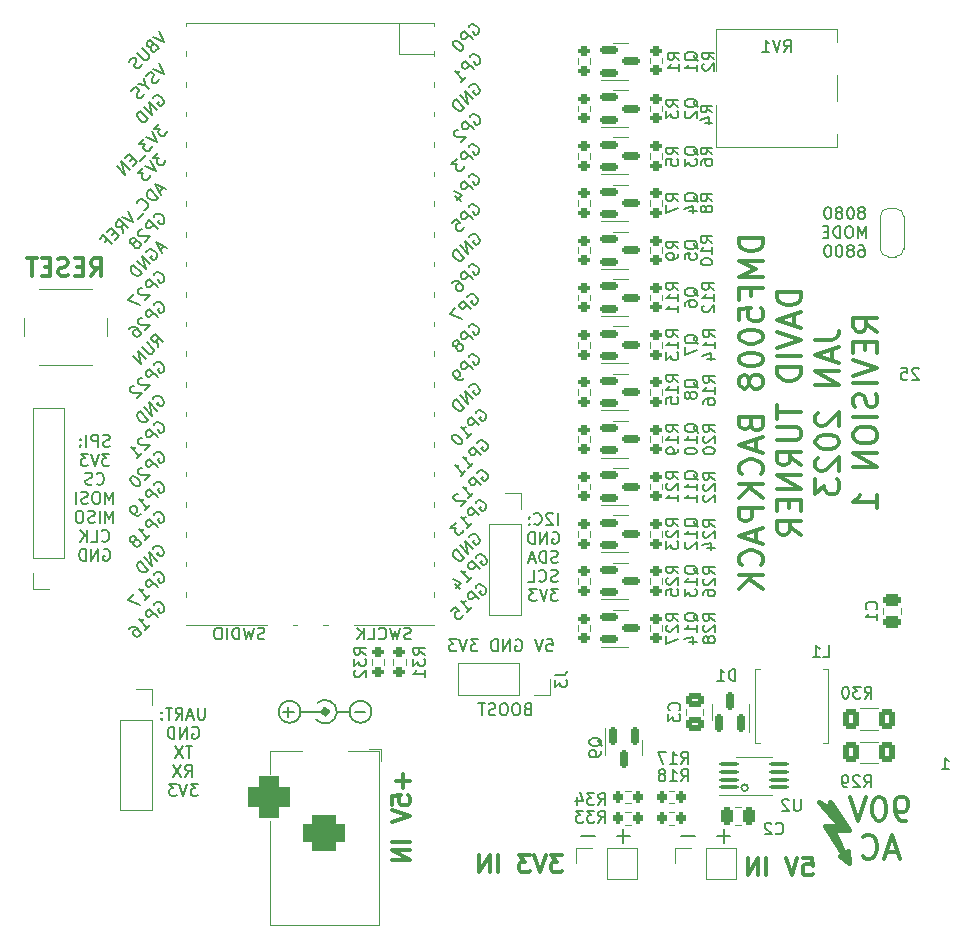
<source format=gbo>
%TF.GenerationSoftware,KiCad,Pcbnew,(6.0.7)*%
%TF.CreationDate,2023-01-31T21:17:35+00:00*%
%TF.ProjectId,dmf-5008-backpack,646d662d-3530-4303-982d-6261636b7061,rev?*%
%TF.SameCoordinates,Original*%
%TF.FileFunction,Legend,Bot*%
%TF.FilePolarity,Positive*%
%FSLAX46Y46*%
G04 Gerber Fmt 4.6, Leading zero omitted, Abs format (unit mm)*
G04 Created by KiCad (PCBNEW (6.0.7)) date 2023-01-31 21:17:35*
%MOMM*%
%LPD*%
G01*
G04 APERTURE LIST*
G04 Aperture macros list*
%AMRoundRect*
0 Rectangle with rounded corners*
0 $1 Rounding radius*
0 $2 $3 $4 $5 $6 $7 $8 $9 X,Y pos of 4 corners*
0 Add a 4 corners polygon primitive as box body*
4,1,4,$2,$3,$4,$5,$6,$7,$8,$9,$2,$3,0*
0 Add four circle primitives for the rounded corners*
1,1,$1+$1,$2,$3*
1,1,$1+$1,$4,$5*
1,1,$1+$1,$6,$7*
1,1,$1+$1,$8,$9*
0 Add four rect primitives between the rounded corners*
20,1,$1+$1,$2,$3,$4,$5,0*
20,1,$1+$1,$4,$5,$6,$7,0*
20,1,$1+$1,$6,$7,$8,$9,0*
20,1,$1+$1,$8,$9,$2,$3,0*%
%AMFreePoly0*
4,1,22,0.550000,-0.750000,0.000000,-0.750000,0.000000,-0.745033,-0.079941,-0.743568,-0.215256,-0.701293,-0.333266,-0.622738,-0.424486,-0.514219,-0.481581,-0.384460,-0.499164,-0.250000,-0.500000,-0.250000,-0.500000,0.250000,-0.499164,0.250000,-0.499963,0.256109,-0.478152,0.396186,-0.417904,0.524511,-0.324060,0.630769,-0.204165,0.706417,-0.067858,0.745374,0.000000,0.744959,0.000000,0.750000,
0.550000,0.750000,0.550000,-0.750000,0.550000,-0.750000,$1*%
%AMFreePoly1*
4,1,20,0.000000,0.744959,0.073905,0.744508,0.209726,0.703889,0.328688,0.626782,0.421226,0.519385,0.479903,0.390333,0.500000,0.250000,0.500000,-0.250000,0.499851,-0.262216,0.476331,-0.402017,0.414519,-0.529596,0.319384,-0.634700,0.198574,-0.708877,0.061801,-0.746166,0.000000,-0.745033,0.000000,-0.750000,-0.550000,-0.750000,-0.550000,0.750000,0.000000,0.750000,0.000000,0.744959,
0.000000,0.744959,$1*%
G04 Aperture macros list end*
%ADD10C,0.300000*%
%ADD11C,0.200000*%
%ADD12C,0.150000*%
%ADD13C,0.120000*%
%ADD14C,0.500000*%
%ADD15C,0.381000*%
%ADD16C,5.000000*%
%ADD17C,1.000000*%
%ADD18RoundRect,0.150000X-0.587500X-0.150000X0.587500X-0.150000X0.587500X0.150000X-0.587500X0.150000X0*%
%ADD19RoundRect,0.200000X0.275000X-0.200000X0.275000X0.200000X-0.275000X0.200000X-0.275000X-0.200000X0*%
%ADD20RoundRect,0.150000X-0.150000X0.587500X-0.150000X-0.587500X0.150000X-0.587500X0.150000X0.587500X0*%
%ADD21C,2.000000*%
%ADD22RoundRect,0.200000X0.200000X0.275000X-0.200000X0.275000X-0.200000X-0.275000X0.200000X-0.275000X0*%
%ADD23R,1.700000X1.700000*%
%ADD24O,1.700000X1.700000*%
%ADD25R,3.500000X3.500000*%
%ADD26RoundRect,0.750000X1.000000X-0.750000X1.000000X0.750000X-1.000000X0.750000X-1.000000X-0.750000X0*%
%ADD27RoundRect,0.875000X0.875000X-0.875000X0.875000X0.875000X-0.875000X0.875000X-0.875000X-0.875000X0*%
%ADD28RoundRect,0.200000X-0.200000X-0.275000X0.200000X-0.275000X0.200000X0.275000X-0.200000X0.275000X0*%
%ADD29RoundRect,0.250000X-0.250000X-0.475000X0.250000X-0.475000X0.250000X0.475000X-0.250000X0.475000X0*%
%ADD30RoundRect,0.250000X-0.400000X-0.625000X0.400000X-0.625000X0.400000X0.625000X-0.400000X0.625000X0*%
%ADD31RoundRect,0.250000X-0.475000X0.250000X-0.475000X-0.250000X0.475000X-0.250000X0.475000X0.250000X0*%
%ADD32C,2.340000*%
%ADD33RoundRect,0.250000X-0.475000X0.337500X-0.475000X-0.337500X0.475000X-0.337500X0.475000X0.337500X0*%
%ADD34FreePoly0,270.000000*%
%ADD35R,1.500000X1.000000*%
%ADD36FreePoly1,270.000000*%
%ADD37O,1.500000X1.500000*%
%ADD38O,1.800000X1.800000*%
%ADD39R,3.500000X1.700000*%
%ADD40R,1.700000X3.500000*%
%ADD41R,5.100000X2.350000*%
%ADD42RoundRect,0.150000X0.150000X-0.587500X0.150000X0.587500X-0.150000X0.587500X-0.150000X-0.587500X0*%
%ADD43RoundRect,0.100000X-0.712500X-0.100000X0.712500X-0.100000X0.712500X0.100000X-0.712500X0.100000X0*%
G04 APERTURE END LIST*
D10*
X179690476Y-128794761D02*
X179309523Y-128794761D01*
X179119047Y-128699523D01*
X179023809Y-128604285D01*
X178833333Y-128318571D01*
X178738095Y-127937619D01*
X178738095Y-127175714D01*
X178833333Y-126985238D01*
X178928571Y-126890000D01*
X179119047Y-126794761D01*
X179500000Y-126794761D01*
X179690476Y-126890000D01*
X179785714Y-126985238D01*
X179880952Y-127175714D01*
X179880952Y-127651904D01*
X179785714Y-127842380D01*
X179690476Y-127937619D01*
X179500000Y-128032857D01*
X179119047Y-128032857D01*
X178928571Y-127937619D01*
X178833333Y-127842380D01*
X178738095Y-127651904D01*
X177500000Y-126794761D02*
X177309523Y-126794761D01*
X177119047Y-126890000D01*
X177023809Y-126985238D01*
X176928571Y-127175714D01*
X176833333Y-127556666D01*
X176833333Y-128032857D01*
X176928571Y-128413809D01*
X177023809Y-128604285D01*
X177119047Y-128699523D01*
X177309523Y-128794761D01*
X177500000Y-128794761D01*
X177690476Y-128699523D01*
X177785714Y-128604285D01*
X177880952Y-128413809D01*
X177976190Y-128032857D01*
X177976190Y-127556666D01*
X177880952Y-127175714D01*
X177785714Y-126985238D01*
X177690476Y-126890000D01*
X177500000Y-126794761D01*
X176261904Y-126794761D02*
X175595238Y-128794761D01*
X174928571Y-126794761D01*
X178976190Y-131443333D02*
X178023809Y-131443333D01*
X179166666Y-132014761D02*
X178500000Y-130014761D01*
X177833333Y-132014761D01*
X176023809Y-131824285D02*
X176119047Y-131919523D01*
X176404761Y-132014761D01*
X176595238Y-132014761D01*
X176880952Y-131919523D01*
X177071428Y-131729047D01*
X177166666Y-131538571D01*
X177261904Y-131157619D01*
X177261904Y-130871904D01*
X177166666Y-130490952D01*
X177071428Y-130300476D01*
X176880952Y-130110000D01*
X176595238Y-130014761D01*
X176404761Y-130014761D01*
X176119047Y-130110000D01*
X176023809Y-130205238D01*
D11*
X120333333Y-119232380D02*
X120333333Y-120041904D01*
X120285714Y-120137142D01*
X120238095Y-120184761D01*
X120142857Y-120232380D01*
X119952380Y-120232380D01*
X119857142Y-120184761D01*
X119809523Y-120137142D01*
X119761904Y-120041904D01*
X119761904Y-119232380D01*
X119333333Y-119946666D02*
X118857142Y-119946666D01*
X119428571Y-120232380D02*
X119095238Y-119232380D01*
X118761904Y-120232380D01*
X117857142Y-120232380D02*
X118190476Y-119756190D01*
X118428571Y-120232380D02*
X118428571Y-119232380D01*
X118047619Y-119232380D01*
X117952380Y-119280000D01*
X117904761Y-119327619D01*
X117857142Y-119422857D01*
X117857142Y-119565714D01*
X117904761Y-119660952D01*
X117952380Y-119708571D01*
X118047619Y-119756190D01*
X118428571Y-119756190D01*
X117571428Y-119232380D02*
X117000000Y-119232380D01*
X117285714Y-120232380D02*
X117285714Y-119232380D01*
X116666666Y-120137142D02*
X116619047Y-120184761D01*
X116666666Y-120232380D01*
X116714285Y-120184761D01*
X116666666Y-120137142D01*
X116666666Y-120232380D01*
X116666666Y-119613333D02*
X116619047Y-119660952D01*
X116666666Y-119708571D01*
X116714285Y-119660952D01*
X116666666Y-119613333D01*
X116666666Y-119708571D01*
X119261904Y-120890000D02*
X119357142Y-120842380D01*
X119500000Y-120842380D01*
X119642857Y-120890000D01*
X119738095Y-120985238D01*
X119785714Y-121080476D01*
X119833333Y-121270952D01*
X119833333Y-121413809D01*
X119785714Y-121604285D01*
X119738095Y-121699523D01*
X119642857Y-121794761D01*
X119500000Y-121842380D01*
X119404761Y-121842380D01*
X119261904Y-121794761D01*
X119214285Y-121747142D01*
X119214285Y-121413809D01*
X119404761Y-121413809D01*
X118785714Y-121842380D02*
X118785714Y-120842380D01*
X118214285Y-121842380D01*
X118214285Y-120842380D01*
X117738095Y-121842380D02*
X117738095Y-120842380D01*
X117500000Y-120842380D01*
X117357142Y-120890000D01*
X117261904Y-120985238D01*
X117214285Y-121080476D01*
X117166666Y-121270952D01*
X117166666Y-121413809D01*
X117214285Y-121604285D01*
X117261904Y-121699523D01*
X117357142Y-121794761D01*
X117500000Y-121842380D01*
X117738095Y-121842380D01*
X119261904Y-122452380D02*
X118690476Y-122452380D01*
X118976190Y-123452380D02*
X118976190Y-122452380D01*
X118452380Y-122452380D02*
X117785714Y-123452380D01*
X117785714Y-122452380D02*
X118452380Y-123452380D01*
X118666666Y-125062380D02*
X119000000Y-124586190D01*
X119238095Y-125062380D02*
X119238095Y-124062380D01*
X118857142Y-124062380D01*
X118761904Y-124110000D01*
X118714285Y-124157619D01*
X118666666Y-124252857D01*
X118666666Y-124395714D01*
X118714285Y-124490952D01*
X118761904Y-124538571D01*
X118857142Y-124586190D01*
X119238095Y-124586190D01*
X118333333Y-124062380D02*
X117666666Y-125062380D01*
X117666666Y-124062380D02*
X118333333Y-125062380D01*
X119738095Y-125672380D02*
X119119047Y-125672380D01*
X119452380Y-126053333D01*
X119309523Y-126053333D01*
X119214285Y-126100952D01*
X119166666Y-126148571D01*
X119119047Y-126243809D01*
X119119047Y-126481904D01*
X119166666Y-126577142D01*
X119214285Y-126624761D01*
X119309523Y-126672380D01*
X119595238Y-126672380D01*
X119690476Y-126624761D01*
X119738095Y-126577142D01*
X118833333Y-125672380D02*
X118500000Y-126672380D01*
X118166666Y-125672380D01*
X117928571Y-125672380D02*
X117309523Y-125672380D01*
X117642857Y-126053333D01*
X117500000Y-126053333D01*
X117404761Y-126100952D01*
X117357142Y-126148571D01*
X117309523Y-126243809D01*
X117309523Y-126481904D01*
X117357142Y-126577142D01*
X117404761Y-126624761D01*
X117500000Y-126672380D01*
X117785714Y-126672380D01*
X117880952Y-126624761D01*
X117928571Y-126577142D01*
D12*
X133916785Y-119585714D02*
X133002500Y-119585714D01*
X127859642Y-119585714D02*
X126945357Y-119585714D01*
X127402500Y-120042857D02*
X127402500Y-119128571D01*
X176023809Y-77270952D02*
X176119047Y-77223333D01*
X176166666Y-77175714D01*
X176214285Y-77080476D01*
X176214285Y-77032857D01*
X176166666Y-76937619D01*
X176119047Y-76890000D01*
X176023809Y-76842380D01*
X175833333Y-76842380D01*
X175738095Y-76890000D01*
X175690476Y-76937619D01*
X175642857Y-77032857D01*
X175642857Y-77080476D01*
X175690476Y-77175714D01*
X175738095Y-77223333D01*
X175833333Y-77270952D01*
X176023809Y-77270952D01*
X176119047Y-77318571D01*
X176166666Y-77366190D01*
X176214285Y-77461428D01*
X176214285Y-77651904D01*
X176166666Y-77747142D01*
X176119047Y-77794761D01*
X176023809Y-77842380D01*
X175833333Y-77842380D01*
X175738095Y-77794761D01*
X175690476Y-77747142D01*
X175642857Y-77651904D01*
X175642857Y-77461428D01*
X175690476Y-77366190D01*
X175738095Y-77318571D01*
X175833333Y-77270952D01*
X175023809Y-76842380D02*
X174928571Y-76842380D01*
X174833333Y-76890000D01*
X174785714Y-76937619D01*
X174738095Y-77032857D01*
X174690476Y-77223333D01*
X174690476Y-77461428D01*
X174738095Y-77651904D01*
X174785714Y-77747142D01*
X174833333Y-77794761D01*
X174928571Y-77842380D01*
X175023809Y-77842380D01*
X175119047Y-77794761D01*
X175166666Y-77747142D01*
X175214285Y-77651904D01*
X175261904Y-77461428D01*
X175261904Y-77223333D01*
X175214285Y-77032857D01*
X175166666Y-76937619D01*
X175119047Y-76890000D01*
X175023809Y-76842380D01*
X174119047Y-77270952D02*
X174214285Y-77223333D01*
X174261904Y-77175714D01*
X174309523Y-77080476D01*
X174309523Y-77032857D01*
X174261904Y-76937619D01*
X174214285Y-76890000D01*
X174119047Y-76842380D01*
X173928571Y-76842380D01*
X173833333Y-76890000D01*
X173785714Y-76937619D01*
X173738095Y-77032857D01*
X173738095Y-77080476D01*
X173785714Y-77175714D01*
X173833333Y-77223333D01*
X173928571Y-77270952D01*
X174119047Y-77270952D01*
X174214285Y-77318571D01*
X174261904Y-77366190D01*
X174309523Y-77461428D01*
X174309523Y-77651904D01*
X174261904Y-77747142D01*
X174214285Y-77794761D01*
X174119047Y-77842380D01*
X173928571Y-77842380D01*
X173833333Y-77794761D01*
X173785714Y-77747142D01*
X173738095Y-77651904D01*
X173738095Y-77461428D01*
X173785714Y-77366190D01*
X173833333Y-77318571D01*
X173928571Y-77270952D01*
X173119047Y-76842380D02*
X173023809Y-76842380D01*
X172928571Y-76890000D01*
X172880952Y-76937619D01*
X172833333Y-77032857D01*
X172785714Y-77223333D01*
X172785714Y-77461428D01*
X172833333Y-77651904D01*
X172880952Y-77747142D01*
X172928571Y-77794761D01*
X173023809Y-77842380D01*
X173119047Y-77842380D01*
X173214285Y-77794761D01*
X173261904Y-77747142D01*
X173309523Y-77651904D01*
X173357142Y-77461428D01*
X173357142Y-77223333D01*
X173309523Y-77032857D01*
X173261904Y-76937619D01*
X173214285Y-76890000D01*
X173119047Y-76842380D01*
X176309523Y-79452380D02*
X176309523Y-78452380D01*
X175976190Y-79166666D01*
X175642857Y-78452380D01*
X175642857Y-79452380D01*
X174976190Y-78452380D02*
X174785714Y-78452380D01*
X174690476Y-78500000D01*
X174595238Y-78595238D01*
X174547619Y-78785714D01*
X174547619Y-79119047D01*
X174595238Y-79309523D01*
X174690476Y-79404761D01*
X174785714Y-79452380D01*
X174976190Y-79452380D01*
X175071428Y-79404761D01*
X175166666Y-79309523D01*
X175214285Y-79119047D01*
X175214285Y-78785714D01*
X175166666Y-78595238D01*
X175071428Y-78500000D01*
X174976190Y-78452380D01*
X174119047Y-79452380D02*
X174119047Y-78452380D01*
X173880952Y-78452380D01*
X173738095Y-78500000D01*
X173642857Y-78595238D01*
X173595238Y-78690476D01*
X173547619Y-78880952D01*
X173547619Y-79023809D01*
X173595238Y-79214285D01*
X173642857Y-79309523D01*
X173738095Y-79404761D01*
X173880952Y-79452380D01*
X174119047Y-79452380D01*
X173119047Y-78928571D02*
X172785714Y-78928571D01*
X172642857Y-79452380D02*
X173119047Y-79452380D01*
X173119047Y-78452380D01*
X172642857Y-78452380D01*
X175738095Y-80062380D02*
X175928571Y-80062380D01*
X176023809Y-80110000D01*
X176071428Y-80157619D01*
X176166666Y-80300476D01*
X176214285Y-80490952D01*
X176214285Y-80871904D01*
X176166666Y-80967142D01*
X176119047Y-81014761D01*
X176023809Y-81062380D01*
X175833333Y-81062380D01*
X175738095Y-81014761D01*
X175690476Y-80967142D01*
X175642857Y-80871904D01*
X175642857Y-80633809D01*
X175690476Y-80538571D01*
X175738095Y-80490952D01*
X175833333Y-80443333D01*
X176023809Y-80443333D01*
X176119047Y-80490952D01*
X176166666Y-80538571D01*
X176214285Y-80633809D01*
X175071428Y-80490952D02*
X175166666Y-80443333D01*
X175214285Y-80395714D01*
X175261904Y-80300476D01*
X175261904Y-80252857D01*
X175214285Y-80157619D01*
X175166666Y-80110000D01*
X175071428Y-80062380D01*
X174880952Y-80062380D01*
X174785714Y-80110000D01*
X174738095Y-80157619D01*
X174690476Y-80252857D01*
X174690476Y-80300476D01*
X174738095Y-80395714D01*
X174785714Y-80443333D01*
X174880952Y-80490952D01*
X175071428Y-80490952D01*
X175166666Y-80538571D01*
X175214285Y-80586190D01*
X175261904Y-80681428D01*
X175261904Y-80871904D01*
X175214285Y-80967142D01*
X175166666Y-81014761D01*
X175071428Y-81062380D01*
X174880952Y-81062380D01*
X174785714Y-81014761D01*
X174738095Y-80967142D01*
X174690476Y-80871904D01*
X174690476Y-80681428D01*
X174738095Y-80586190D01*
X174785714Y-80538571D01*
X174880952Y-80490952D01*
X174071428Y-80062380D02*
X173976190Y-80062380D01*
X173880952Y-80110000D01*
X173833333Y-80157619D01*
X173785714Y-80252857D01*
X173738095Y-80443333D01*
X173738095Y-80681428D01*
X173785714Y-80871904D01*
X173833333Y-80967142D01*
X173880952Y-81014761D01*
X173976190Y-81062380D01*
X174071428Y-81062380D01*
X174166666Y-81014761D01*
X174214285Y-80967142D01*
X174261904Y-80871904D01*
X174309523Y-80681428D01*
X174309523Y-80443333D01*
X174261904Y-80252857D01*
X174214285Y-80157619D01*
X174166666Y-80110000D01*
X174071428Y-80062380D01*
X173119047Y-80062380D02*
X173023809Y-80062380D01*
X172928571Y-80110000D01*
X172880952Y-80157619D01*
X172833333Y-80252857D01*
X172785714Y-80443333D01*
X172785714Y-80681428D01*
X172833333Y-80871904D01*
X172880952Y-80967142D01*
X172928571Y-81014761D01*
X173023809Y-81062380D01*
X173119047Y-81062380D01*
X173214285Y-81014761D01*
X173261904Y-80967142D01*
X173309523Y-80871904D01*
X173357142Y-80681428D01*
X173357142Y-80443333D01*
X173309523Y-80252857D01*
X173261904Y-80157619D01*
X173214285Y-80110000D01*
X173119047Y-80062380D01*
D11*
X112261904Y-97074761D02*
X112119047Y-97122380D01*
X111880952Y-97122380D01*
X111785714Y-97074761D01*
X111738095Y-97027142D01*
X111690476Y-96931904D01*
X111690476Y-96836666D01*
X111738095Y-96741428D01*
X111785714Y-96693809D01*
X111880952Y-96646190D01*
X112071428Y-96598571D01*
X112166666Y-96550952D01*
X112214285Y-96503333D01*
X112261904Y-96408095D01*
X112261904Y-96312857D01*
X112214285Y-96217619D01*
X112166666Y-96170000D01*
X112071428Y-96122380D01*
X111833333Y-96122380D01*
X111690476Y-96170000D01*
X111261904Y-97122380D02*
X111261904Y-96122380D01*
X110880952Y-96122380D01*
X110785714Y-96170000D01*
X110738095Y-96217619D01*
X110690476Y-96312857D01*
X110690476Y-96455714D01*
X110738095Y-96550952D01*
X110785714Y-96598571D01*
X110880952Y-96646190D01*
X111261904Y-96646190D01*
X110261904Y-97122380D02*
X110261904Y-96122380D01*
X109785714Y-97027142D02*
X109738095Y-97074761D01*
X109785714Y-97122380D01*
X109833333Y-97074761D01*
X109785714Y-97027142D01*
X109785714Y-97122380D01*
X109785714Y-96503333D02*
X109738095Y-96550952D01*
X109785714Y-96598571D01*
X109833333Y-96550952D01*
X109785714Y-96503333D01*
X109785714Y-96598571D01*
X112238095Y-97732380D02*
X111619047Y-97732380D01*
X111952380Y-98113333D01*
X111809523Y-98113333D01*
X111714285Y-98160952D01*
X111666666Y-98208571D01*
X111619047Y-98303809D01*
X111619047Y-98541904D01*
X111666666Y-98637142D01*
X111714285Y-98684761D01*
X111809523Y-98732380D01*
X112095238Y-98732380D01*
X112190476Y-98684761D01*
X112238095Y-98637142D01*
X111333333Y-97732380D02*
X111000000Y-98732380D01*
X110666666Y-97732380D01*
X110428571Y-97732380D02*
X109809523Y-97732380D01*
X110142857Y-98113333D01*
X110000000Y-98113333D01*
X109904761Y-98160952D01*
X109857142Y-98208571D01*
X109809523Y-98303809D01*
X109809523Y-98541904D01*
X109857142Y-98637142D01*
X109904761Y-98684761D01*
X110000000Y-98732380D01*
X110285714Y-98732380D01*
X110380952Y-98684761D01*
X110428571Y-98637142D01*
X111166666Y-100247142D02*
X111214285Y-100294761D01*
X111357142Y-100342380D01*
X111452380Y-100342380D01*
X111595238Y-100294761D01*
X111690476Y-100199523D01*
X111738095Y-100104285D01*
X111785714Y-99913809D01*
X111785714Y-99770952D01*
X111738095Y-99580476D01*
X111690476Y-99485238D01*
X111595238Y-99390000D01*
X111452380Y-99342380D01*
X111357142Y-99342380D01*
X111214285Y-99390000D01*
X111166666Y-99437619D01*
X110785714Y-100294761D02*
X110642857Y-100342380D01*
X110404761Y-100342380D01*
X110309523Y-100294761D01*
X110261904Y-100247142D01*
X110214285Y-100151904D01*
X110214285Y-100056666D01*
X110261904Y-99961428D01*
X110309523Y-99913809D01*
X110404761Y-99866190D01*
X110595238Y-99818571D01*
X110690476Y-99770952D01*
X110738095Y-99723333D01*
X110785714Y-99628095D01*
X110785714Y-99532857D01*
X110738095Y-99437619D01*
X110690476Y-99390000D01*
X110595238Y-99342380D01*
X110357142Y-99342380D01*
X110214285Y-99390000D01*
X112571428Y-101952380D02*
X112571428Y-100952380D01*
X112238095Y-101666666D01*
X111904761Y-100952380D01*
X111904761Y-101952380D01*
X111238095Y-100952380D02*
X111047619Y-100952380D01*
X110952380Y-101000000D01*
X110857142Y-101095238D01*
X110809523Y-101285714D01*
X110809523Y-101619047D01*
X110857142Y-101809523D01*
X110952380Y-101904761D01*
X111047619Y-101952380D01*
X111238095Y-101952380D01*
X111333333Y-101904761D01*
X111428571Y-101809523D01*
X111476190Y-101619047D01*
X111476190Y-101285714D01*
X111428571Y-101095238D01*
X111333333Y-101000000D01*
X111238095Y-100952380D01*
X110428571Y-101904761D02*
X110285714Y-101952380D01*
X110047619Y-101952380D01*
X109952380Y-101904761D01*
X109904761Y-101857142D01*
X109857142Y-101761904D01*
X109857142Y-101666666D01*
X109904761Y-101571428D01*
X109952380Y-101523809D01*
X110047619Y-101476190D01*
X110238095Y-101428571D01*
X110333333Y-101380952D01*
X110380952Y-101333333D01*
X110428571Y-101238095D01*
X110428571Y-101142857D01*
X110380952Y-101047619D01*
X110333333Y-101000000D01*
X110238095Y-100952380D01*
X110000000Y-100952380D01*
X109857142Y-101000000D01*
X109428571Y-101952380D02*
X109428571Y-100952380D01*
X112571428Y-103562380D02*
X112571428Y-102562380D01*
X112238095Y-103276666D01*
X111904761Y-102562380D01*
X111904761Y-103562380D01*
X111428571Y-103562380D02*
X111428571Y-102562380D01*
X111000000Y-103514761D02*
X110857142Y-103562380D01*
X110619047Y-103562380D01*
X110523809Y-103514761D01*
X110476190Y-103467142D01*
X110428571Y-103371904D01*
X110428571Y-103276666D01*
X110476190Y-103181428D01*
X110523809Y-103133809D01*
X110619047Y-103086190D01*
X110809523Y-103038571D01*
X110904761Y-102990952D01*
X110952380Y-102943333D01*
X111000000Y-102848095D01*
X111000000Y-102752857D01*
X110952380Y-102657619D01*
X110904761Y-102610000D01*
X110809523Y-102562380D01*
X110571428Y-102562380D01*
X110428571Y-102610000D01*
X109809523Y-102562380D02*
X109619047Y-102562380D01*
X109523809Y-102610000D01*
X109428571Y-102705238D01*
X109380952Y-102895714D01*
X109380952Y-103229047D01*
X109428571Y-103419523D01*
X109523809Y-103514761D01*
X109619047Y-103562380D01*
X109809523Y-103562380D01*
X109904761Y-103514761D01*
X110000000Y-103419523D01*
X110047619Y-103229047D01*
X110047619Y-102895714D01*
X110000000Y-102705238D01*
X109904761Y-102610000D01*
X109809523Y-102562380D01*
X111595238Y-105077142D02*
X111642857Y-105124761D01*
X111785714Y-105172380D01*
X111880952Y-105172380D01*
X112023809Y-105124761D01*
X112119047Y-105029523D01*
X112166666Y-104934285D01*
X112214285Y-104743809D01*
X112214285Y-104600952D01*
X112166666Y-104410476D01*
X112119047Y-104315238D01*
X112023809Y-104220000D01*
X111880952Y-104172380D01*
X111785714Y-104172380D01*
X111642857Y-104220000D01*
X111595238Y-104267619D01*
X110690476Y-105172380D02*
X111166666Y-105172380D01*
X111166666Y-104172380D01*
X110357142Y-105172380D02*
X110357142Y-104172380D01*
X109785714Y-105172380D02*
X110214285Y-104600952D01*
X109785714Y-104172380D02*
X110357142Y-104743809D01*
X111761904Y-105830000D02*
X111857142Y-105782380D01*
X112000000Y-105782380D01*
X112142857Y-105830000D01*
X112238095Y-105925238D01*
X112285714Y-106020476D01*
X112333333Y-106210952D01*
X112333333Y-106353809D01*
X112285714Y-106544285D01*
X112238095Y-106639523D01*
X112142857Y-106734761D01*
X112000000Y-106782380D01*
X111904761Y-106782380D01*
X111761904Y-106734761D01*
X111714285Y-106687142D01*
X111714285Y-106353809D01*
X111904761Y-106353809D01*
X111285714Y-106782380D02*
X111285714Y-105782380D01*
X110714285Y-106782380D01*
X110714285Y-105782380D01*
X110238095Y-106782380D02*
X110238095Y-105782380D01*
X110000000Y-105782380D01*
X109857142Y-105830000D01*
X109761904Y-105925238D01*
X109714285Y-106020476D01*
X109666666Y-106210952D01*
X109666666Y-106353809D01*
X109714285Y-106544285D01*
X109761904Y-106639523D01*
X109857142Y-106734761D01*
X110000000Y-106782380D01*
X110238095Y-106782380D01*
X149257142Y-113452380D02*
X149733333Y-113452380D01*
X149780952Y-113928571D01*
X149733333Y-113880952D01*
X149638095Y-113833333D01*
X149400000Y-113833333D01*
X149304761Y-113880952D01*
X149257142Y-113928571D01*
X149209523Y-114023809D01*
X149209523Y-114261904D01*
X149257142Y-114357142D01*
X149304761Y-114404761D01*
X149400000Y-114452380D01*
X149638095Y-114452380D01*
X149733333Y-114404761D01*
X149780952Y-114357142D01*
X148923809Y-113452380D02*
X148590476Y-114452380D01*
X148257142Y-113452380D01*
X146638095Y-113500000D02*
X146733333Y-113452380D01*
X146876190Y-113452380D01*
X147019047Y-113500000D01*
X147114285Y-113595238D01*
X147161904Y-113690476D01*
X147209523Y-113880952D01*
X147209523Y-114023809D01*
X147161904Y-114214285D01*
X147114285Y-114309523D01*
X147019047Y-114404761D01*
X146876190Y-114452380D01*
X146780952Y-114452380D01*
X146638095Y-114404761D01*
X146590476Y-114357142D01*
X146590476Y-114023809D01*
X146780952Y-114023809D01*
X146161904Y-114452380D02*
X146161904Y-113452380D01*
X145590476Y-114452380D01*
X145590476Y-113452380D01*
X145114285Y-114452380D02*
X145114285Y-113452380D01*
X144876190Y-113452380D01*
X144733333Y-113500000D01*
X144638095Y-113595238D01*
X144590476Y-113690476D01*
X144542857Y-113880952D01*
X144542857Y-114023809D01*
X144590476Y-114214285D01*
X144638095Y-114309523D01*
X144733333Y-114404761D01*
X144876190Y-114452380D01*
X145114285Y-114452380D01*
X143447619Y-113452380D02*
X142828571Y-113452380D01*
X143161904Y-113833333D01*
X143019047Y-113833333D01*
X142923809Y-113880952D01*
X142876190Y-113928571D01*
X142828571Y-114023809D01*
X142828571Y-114261904D01*
X142876190Y-114357142D01*
X142923809Y-114404761D01*
X143019047Y-114452380D01*
X143304761Y-114452380D01*
X143400000Y-114404761D01*
X143447619Y-114357142D01*
X142542857Y-113452380D02*
X142209523Y-114452380D01*
X141876190Y-113452380D01*
X141638095Y-113452380D02*
X141019047Y-113452380D01*
X141352380Y-113833333D01*
X141209523Y-113833333D01*
X141114285Y-113880952D01*
X141066666Y-113928571D01*
X141019047Y-114023809D01*
X141019047Y-114261904D01*
X141066666Y-114357142D01*
X141114285Y-114404761D01*
X141209523Y-114452380D01*
X141495238Y-114452380D01*
X141590476Y-114404761D01*
X141638095Y-114357142D01*
X156321428Y-130107142D02*
X155178571Y-130107142D01*
X155750000Y-130678571D02*
X155750000Y-129535714D01*
X153321428Y-130107142D02*
X152178571Y-130107142D01*
X164821428Y-130107142D02*
X163678571Y-130107142D01*
X164250000Y-130678571D02*
X164250000Y-129535714D01*
X161821428Y-130107142D02*
X160678571Y-130107142D01*
D10*
X167574761Y-79440476D02*
X165574761Y-79440476D01*
X165574761Y-79916666D01*
X165670000Y-80202380D01*
X165860476Y-80392857D01*
X166050952Y-80488095D01*
X166431904Y-80583333D01*
X166717619Y-80583333D01*
X167098571Y-80488095D01*
X167289047Y-80392857D01*
X167479523Y-80202380D01*
X167574761Y-79916666D01*
X167574761Y-79440476D01*
X167574761Y-81440476D02*
X165574761Y-81440476D01*
X167003333Y-82107142D01*
X165574761Y-82773809D01*
X167574761Y-82773809D01*
X166527142Y-84392857D02*
X166527142Y-83726190D01*
X167574761Y-83726190D02*
X165574761Y-83726190D01*
X165574761Y-84678571D01*
X165574761Y-86392857D02*
X165574761Y-85440476D01*
X166527142Y-85345238D01*
X166431904Y-85440476D01*
X166336666Y-85630952D01*
X166336666Y-86107142D01*
X166431904Y-86297619D01*
X166527142Y-86392857D01*
X166717619Y-86488095D01*
X167193809Y-86488095D01*
X167384285Y-86392857D01*
X167479523Y-86297619D01*
X167574761Y-86107142D01*
X167574761Y-85630952D01*
X167479523Y-85440476D01*
X167384285Y-85345238D01*
X165574761Y-87726190D02*
X165574761Y-87916666D01*
X165670000Y-88107142D01*
X165765238Y-88202380D01*
X165955714Y-88297619D01*
X166336666Y-88392857D01*
X166812857Y-88392857D01*
X167193809Y-88297619D01*
X167384285Y-88202380D01*
X167479523Y-88107142D01*
X167574761Y-87916666D01*
X167574761Y-87726190D01*
X167479523Y-87535714D01*
X167384285Y-87440476D01*
X167193809Y-87345238D01*
X166812857Y-87250000D01*
X166336666Y-87250000D01*
X165955714Y-87345238D01*
X165765238Y-87440476D01*
X165670000Y-87535714D01*
X165574761Y-87726190D01*
X165574761Y-89630952D02*
X165574761Y-89821428D01*
X165670000Y-90011904D01*
X165765238Y-90107142D01*
X165955714Y-90202380D01*
X166336666Y-90297619D01*
X166812857Y-90297619D01*
X167193809Y-90202380D01*
X167384285Y-90107142D01*
X167479523Y-90011904D01*
X167574761Y-89821428D01*
X167574761Y-89630952D01*
X167479523Y-89440476D01*
X167384285Y-89345238D01*
X167193809Y-89250000D01*
X166812857Y-89154761D01*
X166336666Y-89154761D01*
X165955714Y-89250000D01*
X165765238Y-89345238D01*
X165670000Y-89440476D01*
X165574761Y-89630952D01*
X166431904Y-91440476D02*
X166336666Y-91250000D01*
X166241428Y-91154761D01*
X166050952Y-91059523D01*
X165955714Y-91059523D01*
X165765238Y-91154761D01*
X165670000Y-91250000D01*
X165574761Y-91440476D01*
X165574761Y-91821428D01*
X165670000Y-92011904D01*
X165765238Y-92107142D01*
X165955714Y-92202380D01*
X166050952Y-92202380D01*
X166241428Y-92107142D01*
X166336666Y-92011904D01*
X166431904Y-91821428D01*
X166431904Y-91440476D01*
X166527142Y-91250000D01*
X166622380Y-91154761D01*
X166812857Y-91059523D01*
X167193809Y-91059523D01*
X167384285Y-91154761D01*
X167479523Y-91250000D01*
X167574761Y-91440476D01*
X167574761Y-91821428D01*
X167479523Y-92011904D01*
X167384285Y-92107142D01*
X167193809Y-92202380D01*
X166812857Y-92202380D01*
X166622380Y-92107142D01*
X166527142Y-92011904D01*
X166431904Y-91821428D01*
X166527142Y-95250000D02*
X166622380Y-95535714D01*
X166717619Y-95630952D01*
X166908095Y-95726190D01*
X167193809Y-95726190D01*
X167384285Y-95630952D01*
X167479523Y-95535714D01*
X167574761Y-95345238D01*
X167574761Y-94583333D01*
X165574761Y-94583333D01*
X165574761Y-95250000D01*
X165670000Y-95440476D01*
X165765238Y-95535714D01*
X165955714Y-95630952D01*
X166146190Y-95630952D01*
X166336666Y-95535714D01*
X166431904Y-95440476D01*
X166527142Y-95250000D01*
X166527142Y-94583333D01*
X167003333Y-96488095D02*
X167003333Y-97440476D01*
X167574761Y-96297619D02*
X165574761Y-96964285D01*
X167574761Y-97630952D01*
X167384285Y-99440476D02*
X167479523Y-99345238D01*
X167574761Y-99059523D01*
X167574761Y-98869047D01*
X167479523Y-98583333D01*
X167289047Y-98392857D01*
X167098571Y-98297619D01*
X166717619Y-98202380D01*
X166431904Y-98202380D01*
X166050952Y-98297619D01*
X165860476Y-98392857D01*
X165670000Y-98583333D01*
X165574761Y-98869047D01*
X165574761Y-99059523D01*
X165670000Y-99345238D01*
X165765238Y-99440476D01*
X167574761Y-100297619D02*
X165574761Y-100297619D01*
X167574761Y-101440476D02*
X166431904Y-100583333D01*
X165574761Y-101440476D02*
X166717619Y-100297619D01*
X167574761Y-102297619D02*
X165574761Y-102297619D01*
X165574761Y-103059523D01*
X165670000Y-103250000D01*
X165765238Y-103345238D01*
X165955714Y-103440476D01*
X166241428Y-103440476D01*
X166431904Y-103345238D01*
X166527142Y-103250000D01*
X166622380Y-103059523D01*
X166622380Y-102297619D01*
X167003333Y-104202380D02*
X167003333Y-105154761D01*
X167574761Y-104011904D02*
X165574761Y-104678571D01*
X167574761Y-105345238D01*
X167384285Y-107154761D02*
X167479523Y-107059523D01*
X167574761Y-106773809D01*
X167574761Y-106583333D01*
X167479523Y-106297619D01*
X167289047Y-106107142D01*
X167098571Y-106011904D01*
X166717619Y-105916666D01*
X166431904Y-105916666D01*
X166050952Y-106011904D01*
X165860476Y-106107142D01*
X165670000Y-106297619D01*
X165574761Y-106583333D01*
X165574761Y-106773809D01*
X165670000Y-107059523D01*
X165765238Y-107154761D01*
X167574761Y-108011904D02*
X165574761Y-108011904D01*
X167574761Y-109154761D02*
X166431904Y-108297619D01*
X165574761Y-109154761D02*
X166717619Y-108011904D01*
X170794761Y-84011904D02*
X168794761Y-84011904D01*
X168794761Y-84488095D01*
X168890000Y-84773809D01*
X169080476Y-84964285D01*
X169270952Y-85059523D01*
X169651904Y-85154761D01*
X169937619Y-85154761D01*
X170318571Y-85059523D01*
X170509047Y-84964285D01*
X170699523Y-84773809D01*
X170794761Y-84488095D01*
X170794761Y-84011904D01*
X170223333Y-85916666D02*
X170223333Y-86869047D01*
X170794761Y-85726190D02*
X168794761Y-86392857D01*
X170794761Y-87059523D01*
X168794761Y-87440476D02*
X170794761Y-88107142D01*
X168794761Y-88773809D01*
X170794761Y-89440476D02*
X168794761Y-89440476D01*
X170794761Y-90392857D02*
X168794761Y-90392857D01*
X168794761Y-90869047D01*
X168890000Y-91154761D01*
X169080476Y-91345238D01*
X169270952Y-91440476D01*
X169651904Y-91535714D01*
X169937619Y-91535714D01*
X170318571Y-91440476D01*
X170509047Y-91345238D01*
X170699523Y-91154761D01*
X170794761Y-90869047D01*
X170794761Y-90392857D01*
X168794761Y-93630952D02*
X168794761Y-94773809D01*
X170794761Y-94202380D02*
X168794761Y-94202380D01*
X168794761Y-95440476D02*
X170413809Y-95440476D01*
X170604285Y-95535714D01*
X170699523Y-95630952D01*
X170794761Y-95821428D01*
X170794761Y-96202380D01*
X170699523Y-96392857D01*
X170604285Y-96488095D01*
X170413809Y-96583333D01*
X168794761Y-96583333D01*
X170794761Y-98678571D02*
X169842380Y-98011904D01*
X170794761Y-97535714D02*
X168794761Y-97535714D01*
X168794761Y-98297619D01*
X168890000Y-98488095D01*
X168985238Y-98583333D01*
X169175714Y-98678571D01*
X169461428Y-98678571D01*
X169651904Y-98583333D01*
X169747142Y-98488095D01*
X169842380Y-98297619D01*
X169842380Y-97535714D01*
X170794761Y-99535714D02*
X168794761Y-99535714D01*
X170794761Y-100678571D01*
X168794761Y-100678571D01*
X169747142Y-101630952D02*
X169747142Y-102297619D01*
X170794761Y-102583333D02*
X170794761Y-101630952D01*
X168794761Y-101630952D01*
X168794761Y-102583333D01*
X170794761Y-104583333D02*
X169842380Y-103916666D01*
X170794761Y-103440476D02*
X168794761Y-103440476D01*
X168794761Y-104202380D01*
X168890000Y-104392857D01*
X168985238Y-104488095D01*
X169175714Y-104583333D01*
X169461428Y-104583333D01*
X169651904Y-104488095D01*
X169747142Y-104392857D01*
X169842380Y-104202380D01*
X169842380Y-103440476D01*
X172014761Y-88059523D02*
X173443333Y-88059523D01*
X173729047Y-87964285D01*
X173919523Y-87773809D01*
X174014761Y-87488095D01*
X174014761Y-87297619D01*
X173443333Y-88916666D02*
X173443333Y-89869047D01*
X174014761Y-88726190D02*
X172014761Y-89392857D01*
X174014761Y-90059523D01*
X174014761Y-90726190D02*
X172014761Y-90726190D01*
X174014761Y-91869047D01*
X172014761Y-91869047D01*
X172205238Y-94250000D02*
X172110000Y-94345238D01*
X172014761Y-94535714D01*
X172014761Y-95011904D01*
X172110000Y-95202380D01*
X172205238Y-95297619D01*
X172395714Y-95392857D01*
X172586190Y-95392857D01*
X172871904Y-95297619D01*
X174014761Y-94154761D01*
X174014761Y-95392857D01*
X172014761Y-96630952D02*
X172014761Y-96821428D01*
X172110000Y-97011904D01*
X172205238Y-97107142D01*
X172395714Y-97202380D01*
X172776666Y-97297619D01*
X173252857Y-97297619D01*
X173633809Y-97202380D01*
X173824285Y-97107142D01*
X173919523Y-97011904D01*
X174014761Y-96821428D01*
X174014761Y-96630952D01*
X173919523Y-96440476D01*
X173824285Y-96345238D01*
X173633809Y-96250000D01*
X173252857Y-96154761D01*
X172776666Y-96154761D01*
X172395714Y-96250000D01*
X172205238Y-96345238D01*
X172110000Y-96440476D01*
X172014761Y-96630952D01*
X172205238Y-98059523D02*
X172110000Y-98154761D01*
X172014761Y-98345238D01*
X172014761Y-98821428D01*
X172110000Y-99011904D01*
X172205238Y-99107142D01*
X172395714Y-99202380D01*
X172586190Y-99202380D01*
X172871904Y-99107142D01*
X174014761Y-97964285D01*
X174014761Y-99202380D01*
X172014761Y-99869047D02*
X172014761Y-101107142D01*
X172776666Y-100440476D01*
X172776666Y-100726190D01*
X172871904Y-100916666D01*
X172967142Y-101011904D01*
X173157619Y-101107142D01*
X173633809Y-101107142D01*
X173824285Y-101011904D01*
X173919523Y-100916666D01*
X174014761Y-100726190D01*
X174014761Y-100154761D01*
X173919523Y-99964285D01*
X173824285Y-99869047D01*
X177234761Y-87392857D02*
X176282380Y-86726190D01*
X177234761Y-86250000D02*
X175234761Y-86250000D01*
X175234761Y-87011904D01*
X175330000Y-87202380D01*
X175425238Y-87297619D01*
X175615714Y-87392857D01*
X175901428Y-87392857D01*
X176091904Y-87297619D01*
X176187142Y-87202380D01*
X176282380Y-87011904D01*
X176282380Y-86250000D01*
X176187142Y-88250000D02*
X176187142Y-88916666D01*
X177234761Y-89202380D02*
X177234761Y-88250000D01*
X175234761Y-88250000D01*
X175234761Y-89202380D01*
X175234761Y-89773809D02*
X177234761Y-90440476D01*
X175234761Y-91107142D01*
X177234761Y-91773809D02*
X175234761Y-91773809D01*
X177139523Y-92630952D02*
X177234761Y-92916666D01*
X177234761Y-93392857D01*
X177139523Y-93583333D01*
X177044285Y-93678571D01*
X176853809Y-93773809D01*
X176663333Y-93773809D01*
X176472857Y-93678571D01*
X176377619Y-93583333D01*
X176282380Y-93392857D01*
X176187142Y-93011904D01*
X176091904Y-92821428D01*
X175996666Y-92726190D01*
X175806190Y-92630952D01*
X175615714Y-92630952D01*
X175425238Y-92726190D01*
X175330000Y-92821428D01*
X175234761Y-93011904D01*
X175234761Y-93488095D01*
X175330000Y-93773809D01*
X177234761Y-94630952D02*
X175234761Y-94630952D01*
X175234761Y-95964285D02*
X175234761Y-96345238D01*
X175330000Y-96535714D01*
X175520476Y-96726190D01*
X175901428Y-96821428D01*
X176568095Y-96821428D01*
X176949047Y-96726190D01*
X177139523Y-96535714D01*
X177234761Y-96345238D01*
X177234761Y-95964285D01*
X177139523Y-95773809D01*
X176949047Y-95583333D01*
X176568095Y-95488095D01*
X175901428Y-95488095D01*
X175520476Y-95583333D01*
X175330000Y-95773809D01*
X175234761Y-95964285D01*
X177234761Y-97678571D02*
X175234761Y-97678571D01*
X177234761Y-98821428D01*
X175234761Y-98821428D01*
X177234761Y-102345238D02*
X177234761Y-101202380D01*
X177234761Y-101773809D02*
X175234761Y-101773809D01*
X175520476Y-101583333D01*
X175710952Y-101392857D01*
X175806190Y-101202380D01*
X137107142Y-124857142D02*
X137107142Y-126000000D01*
X137678571Y-125428571D02*
X136535714Y-125428571D01*
X136178571Y-127428571D02*
X136178571Y-126714285D01*
X136892857Y-126642857D01*
X136821428Y-126714285D01*
X136750000Y-126857142D01*
X136750000Y-127214285D01*
X136821428Y-127357142D01*
X136892857Y-127428571D01*
X137035714Y-127500000D01*
X137392857Y-127500000D01*
X137535714Y-127428571D01*
X137607142Y-127357142D01*
X137678571Y-127214285D01*
X137678571Y-126857142D01*
X137607142Y-126714285D01*
X137535714Y-126642857D01*
X136178571Y-127928571D02*
X137678571Y-128428571D01*
X136178571Y-128928571D01*
X137678571Y-130571428D02*
X136178571Y-130571428D01*
X137678571Y-131285714D02*
X136178571Y-131285714D01*
X137678571Y-132142857D01*
X136178571Y-132142857D01*
D11*
X150214285Y-103732380D02*
X150214285Y-102732380D01*
X149785714Y-102827619D02*
X149738095Y-102780000D01*
X149642857Y-102732380D01*
X149404761Y-102732380D01*
X149309523Y-102780000D01*
X149261904Y-102827619D01*
X149214285Y-102922857D01*
X149214285Y-103018095D01*
X149261904Y-103160952D01*
X149833333Y-103732380D01*
X149214285Y-103732380D01*
X148214285Y-103637142D02*
X148261904Y-103684761D01*
X148404761Y-103732380D01*
X148500000Y-103732380D01*
X148642857Y-103684761D01*
X148738095Y-103589523D01*
X148785714Y-103494285D01*
X148833333Y-103303809D01*
X148833333Y-103160952D01*
X148785714Y-102970476D01*
X148738095Y-102875238D01*
X148642857Y-102780000D01*
X148500000Y-102732380D01*
X148404761Y-102732380D01*
X148261904Y-102780000D01*
X148214285Y-102827619D01*
X147785714Y-103637142D02*
X147738095Y-103684761D01*
X147785714Y-103732380D01*
X147833333Y-103684761D01*
X147785714Y-103637142D01*
X147785714Y-103732380D01*
X147785714Y-103113333D02*
X147738095Y-103160952D01*
X147785714Y-103208571D01*
X147833333Y-103160952D01*
X147785714Y-103113333D01*
X147785714Y-103208571D01*
X149761904Y-104390000D02*
X149857142Y-104342380D01*
X150000000Y-104342380D01*
X150142857Y-104390000D01*
X150238095Y-104485238D01*
X150285714Y-104580476D01*
X150333333Y-104770952D01*
X150333333Y-104913809D01*
X150285714Y-105104285D01*
X150238095Y-105199523D01*
X150142857Y-105294761D01*
X150000000Y-105342380D01*
X149904761Y-105342380D01*
X149761904Y-105294761D01*
X149714285Y-105247142D01*
X149714285Y-104913809D01*
X149904761Y-104913809D01*
X149285714Y-105342380D02*
X149285714Y-104342380D01*
X148714285Y-105342380D01*
X148714285Y-104342380D01*
X148238095Y-105342380D02*
X148238095Y-104342380D01*
X148000000Y-104342380D01*
X147857142Y-104390000D01*
X147761904Y-104485238D01*
X147714285Y-104580476D01*
X147666666Y-104770952D01*
X147666666Y-104913809D01*
X147714285Y-105104285D01*
X147761904Y-105199523D01*
X147857142Y-105294761D01*
X148000000Y-105342380D01*
X148238095Y-105342380D01*
X150214285Y-106904761D02*
X150071428Y-106952380D01*
X149833333Y-106952380D01*
X149738095Y-106904761D01*
X149690476Y-106857142D01*
X149642857Y-106761904D01*
X149642857Y-106666666D01*
X149690476Y-106571428D01*
X149738095Y-106523809D01*
X149833333Y-106476190D01*
X150023809Y-106428571D01*
X150119047Y-106380952D01*
X150166666Y-106333333D01*
X150214285Y-106238095D01*
X150214285Y-106142857D01*
X150166666Y-106047619D01*
X150119047Y-106000000D01*
X150023809Y-105952380D01*
X149785714Y-105952380D01*
X149642857Y-106000000D01*
X149214285Y-106952380D02*
X149214285Y-105952380D01*
X148976190Y-105952380D01*
X148833333Y-106000000D01*
X148738095Y-106095238D01*
X148690476Y-106190476D01*
X148642857Y-106380952D01*
X148642857Y-106523809D01*
X148690476Y-106714285D01*
X148738095Y-106809523D01*
X148833333Y-106904761D01*
X148976190Y-106952380D01*
X149214285Y-106952380D01*
X148261904Y-106666666D02*
X147785714Y-106666666D01*
X148357142Y-106952380D02*
X148023809Y-105952380D01*
X147690476Y-106952380D01*
X150190476Y-108514761D02*
X150047619Y-108562380D01*
X149809523Y-108562380D01*
X149714285Y-108514761D01*
X149666666Y-108467142D01*
X149619047Y-108371904D01*
X149619047Y-108276666D01*
X149666666Y-108181428D01*
X149714285Y-108133809D01*
X149809523Y-108086190D01*
X150000000Y-108038571D01*
X150095238Y-107990952D01*
X150142857Y-107943333D01*
X150190476Y-107848095D01*
X150190476Y-107752857D01*
X150142857Y-107657619D01*
X150095238Y-107610000D01*
X150000000Y-107562380D01*
X149761904Y-107562380D01*
X149619047Y-107610000D01*
X148619047Y-108467142D02*
X148666666Y-108514761D01*
X148809523Y-108562380D01*
X148904761Y-108562380D01*
X149047619Y-108514761D01*
X149142857Y-108419523D01*
X149190476Y-108324285D01*
X149238095Y-108133809D01*
X149238095Y-107990952D01*
X149190476Y-107800476D01*
X149142857Y-107705238D01*
X149047619Y-107610000D01*
X148904761Y-107562380D01*
X148809523Y-107562380D01*
X148666666Y-107610000D01*
X148619047Y-107657619D01*
X147714285Y-108562380D02*
X148190476Y-108562380D01*
X148190476Y-107562380D01*
X150238095Y-109172380D02*
X149619047Y-109172380D01*
X149952380Y-109553333D01*
X149809523Y-109553333D01*
X149714285Y-109600952D01*
X149666666Y-109648571D01*
X149619047Y-109743809D01*
X149619047Y-109981904D01*
X149666666Y-110077142D01*
X149714285Y-110124761D01*
X149809523Y-110172380D01*
X150095238Y-110172380D01*
X150190476Y-110124761D01*
X150238095Y-110077142D01*
X149333333Y-109172380D02*
X149000000Y-110172380D01*
X148666666Y-109172380D01*
X148428571Y-109172380D02*
X147809523Y-109172380D01*
X148142857Y-109553333D01*
X148000000Y-109553333D01*
X147904761Y-109600952D01*
X147857142Y-109648571D01*
X147809523Y-109743809D01*
X147809523Y-109981904D01*
X147857142Y-110077142D01*
X147904761Y-110124761D01*
X148000000Y-110172380D01*
X148285714Y-110172380D01*
X148380952Y-110124761D01*
X148428571Y-110077142D01*
D12*
X180761904Y-90547619D02*
X180714285Y-90500000D01*
X180619047Y-90452380D01*
X180380952Y-90452380D01*
X180285714Y-90500000D01*
X180238095Y-90547619D01*
X180190476Y-90642857D01*
X180190476Y-90738095D01*
X180238095Y-90880952D01*
X180809523Y-91452380D01*
X180190476Y-91452380D01*
X179285714Y-90452380D02*
X179761904Y-90452380D01*
X179809523Y-90928571D01*
X179761904Y-90880952D01*
X179666666Y-90833333D01*
X179428571Y-90833333D01*
X179333333Y-90880952D01*
X179285714Y-90928571D01*
X179238095Y-91023809D01*
X179238095Y-91261904D01*
X179285714Y-91357142D01*
X179333333Y-91404761D01*
X179428571Y-91452380D01*
X179666666Y-91452380D01*
X179761904Y-91404761D01*
X179809523Y-91357142D01*
X182714285Y-124452380D02*
X183285714Y-124452380D01*
X183000000Y-124452380D02*
X183000000Y-123452380D01*
X183095238Y-123595238D01*
X183190476Y-123690476D01*
X183285714Y-123738095D01*
X162047619Y-92154761D02*
X162000000Y-92059523D01*
X161904761Y-91964285D01*
X161761904Y-91821428D01*
X161714285Y-91726190D01*
X161714285Y-91630952D01*
X161952380Y-91678571D02*
X161904761Y-91583333D01*
X161809523Y-91488095D01*
X161619047Y-91440476D01*
X161285714Y-91440476D01*
X161095238Y-91488095D01*
X161000000Y-91583333D01*
X160952380Y-91678571D01*
X160952380Y-91869047D01*
X161000000Y-91964285D01*
X161095238Y-92059523D01*
X161285714Y-92107142D01*
X161619047Y-92107142D01*
X161809523Y-92059523D01*
X161904761Y-91964285D01*
X161952380Y-91869047D01*
X161952380Y-91678571D01*
X161380952Y-92678571D02*
X161333333Y-92583333D01*
X161285714Y-92535714D01*
X161190476Y-92488095D01*
X161142857Y-92488095D01*
X161047619Y-92535714D01*
X161000000Y-92583333D01*
X160952380Y-92678571D01*
X160952380Y-92869047D01*
X161000000Y-92964285D01*
X161047619Y-93011904D01*
X161142857Y-93059523D01*
X161190476Y-93059523D01*
X161285714Y-93011904D01*
X161333333Y-92964285D01*
X161380952Y-92869047D01*
X161380952Y-92678571D01*
X161428571Y-92583333D01*
X161476190Y-92535714D01*
X161571428Y-92488095D01*
X161761904Y-92488095D01*
X161857142Y-92535714D01*
X161904761Y-92583333D01*
X161952380Y-92678571D01*
X161952380Y-92869047D01*
X161904761Y-92964285D01*
X161857142Y-93011904D01*
X161761904Y-93059523D01*
X161571428Y-93059523D01*
X161476190Y-93011904D01*
X161428571Y-92964285D01*
X161380952Y-92869047D01*
X160402380Y-99857142D02*
X159926190Y-99523809D01*
X160402380Y-99285714D02*
X159402380Y-99285714D01*
X159402380Y-99666666D01*
X159450000Y-99761904D01*
X159497619Y-99809523D01*
X159592857Y-99857142D01*
X159735714Y-99857142D01*
X159830952Y-99809523D01*
X159878571Y-99761904D01*
X159926190Y-99666666D01*
X159926190Y-99285714D01*
X159497619Y-100238095D02*
X159450000Y-100285714D01*
X159402380Y-100380952D01*
X159402380Y-100619047D01*
X159450000Y-100714285D01*
X159497619Y-100761904D01*
X159592857Y-100809523D01*
X159688095Y-100809523D01*
X159830952Y-100761904D01*
X160402380Y-100190476D01*
X160402380Y-100809523D01*
X160402380Y-101761904D02*
X160402380Y-101190476D01*
X160402380Y-101476190D02*
X159402380Y-101476190D01*
X159545238Y-101380952D01*
X159640476Y-101285714D01*
X159688095Y-101190476D01*
X153947619Y-122504761D02*
X153900000Y-122409523D01*
X153804761Y-122314285D01*
X153661904Y-122171428D01*
X153614285Y-122076190D01*
X153614285Y-121980952D01*
X153852380Y-122028571D02*
X153804761Y-121933333D01*
X153709523Y-121838095D01*
X153519047Y-121790476D01*
X153185714Y-121790476D01*
X152995238Y-121838095D01*
X152900000Y-121933333D01*
X152852380Y-122028571D01*
X152852380Y-122219047D01*
X152900000Y-122314285D01*
X152995238Y-122409523D01*
X153185714Y-122457142D01*
X153519047Y-122457142D01*
X153709523Y-122409523D01*
X153804761Y-122314285D01*
X153852380Y-122219047D01*
X153852380Y-122028571D01*
X153852380Y-122933333D02*
X153852380Y-123123809D01*
X153804761Y-123219047D01*
X153757142Y-123266666D01*
X153614285Y-123361904D01*
X153423809Y-123409523D01*
X153042857Y-123409523D01*
X152947619Y-123361904D01*
X152900000Y-123314285D01*
X152852380Y-123219047D01*
X152852380Y-123028571D01*
X152900000Y-122933333D01*
X152947619Y-122885714D01*
X153042857Y-122838095D01*
X153280952Y-122838095D01*
X153376190Y-122885714D01*
X153423809Y-122933333D01*
X153471428Y-123028571D01*
X153471428Y-123219047D01*
X153423809Y-123314285D01*
X153376190Y-123361904D01*
X153280952Y-123409523D01*
D10*
X110678571Y-82678571D02*
X111178571Y-81964285D01*
X111535714Y-82678571D02*
X111535714Y-81178571D01*
X110964285Y-81178571D01*
X110821428Y-81250000D01*
X110750000Y-81321428D01*
X110678571Y-81464285D01*
X110678571Y-81678571D01*
X110750000Y-81821428D01*
X110821428Y-81892857D01*
X110964285Y-81964285D01*
X111535714Y-81964285D01*
X110035714Y-81892857D02*
X109535714Y-81892857D01*
X109321428Y-82678571D02*
X110035714Y-82678571D01*
X110035714Y-81178571D01*
X109321428Y-81178571D01*
X108750000Y-82607142D02*
X108535714Y-82678571D01*
X108178571Y-82678571D01*
X108035714Y-82607142D01*
X107964285Y-82535714D01*
X107892857Y-82392857D01*
X107892857Y-82250000D01*
X107964285Y-82107142D01*
X108035714Y-82035714D01*
X108178571Y-81964285D01*
X108464285Y-81892857D01*
X108607142Y-81821428D01*
X108678571Y-81750000D01*
X108750000Y-81607142D01*
X108750000Y-81464285D01*
X108678571Y-81321428D01*
X108607142Y-81250000D01*
X108464285Y-81178571D01*
X108107142Y-81178571D01*
X107892857Y-81250000D01*
X107250000Y-81892857D02*
X106750000Y-81892857D01*
X106535714Y-82678571D02*
X107250000Y-82678571D01*
X107250000Y-81178571D01*
X106535714Y-81178571D01*
X106107142Y-81178571D02*
X105250000Y-81178571D01*
X105678571Y-82678571D02*
X105678571Y-81178571D01*
D12*
X160402380Y-68333333D02*
X159926190Y-68000000D01*
X160402380Y-67761904D02*
X159402380Y-67761904D01*
X159402380Y-68142857D01*
X159450000Y-68238095D01*
X159497619Y-68285714D01*
X159592857Y-68333333D01*
X159735714Y-68333333D01*
X159830952Y-68285714D01*
X159878571Y-68238095D01*
X159926190Y-68142857D01*
X159926190Y-67761904D01*
X159402380Y-68666666D02*
X159402380Y-69285714D01*
X159783333Y-68952380D01*
X159783333Y-69095238D01*
X159830952Y-69190476D01*
X159878571Y-69238095D01*
X159973809Y-69285714D01*
X160211904Y-69285714D01*
X160307142Y-69238095D01*
X160354761Y-69190476D01*
X160402380Y-69095238D01*
X160402380Y-68809523D01*
X160354761Y-68714285D01*
X160307142Y-68666666D01*
X163302380Y-68833333D02*
X162826190Y-68500000D01*
X163302380Y-68261904D02*
X162302380Y-68261904D01*
X162302380Y-68642857D01*
X162350000Y-68738095D01*
X162397619Y-68785714D01*
X162492857Y-68833333D01*
X162635714Y-68833333D01*
X162730952Y-68785714D01*
X162778571Y-68738095D01*
X162826190Y-68642857D01*
X162826190Y-68261904D01*
X162635714Y-69690476D02*
X163302380Y-69690476D01*
X162254761Y-69452380D02*
X162969047Y-69214285D01*
X162969047Y-69833333D01*
X163502380Y-111857142D02*
X163026190Y-111523809D01*
X163502380Y-111285714D02*
X162502380Y-111285714D01*
X162502380Y-111666666D01*
X162550000Y-111761904D01*
X162597619Y-111809523D01*
X162692857Y-111857142D01*
X162835714Y-111857142D01*
X162930952Y-111809523D01*
X162978571Y-111761904D01*
X163026190Y-111666666D01*
X163026190Y-111285714D01*
X162597619Y-112238095D02*
X162550000Y-112285714D01*
X162502380Y-112380952D01*
X162502380Y-112619047D01*
X162550000Y-112714285D01*
X162597619Y-112761904D01*
X162692857Y-112809523D01*
X162788095Y-112809523D01*
X162930952Y-112761904D01*
X163502380Y-112190476D01*
X163502380Y-112809523D01*
X162930952Y-113380952D02*
X162883333Y-113285714D01*
X162835714Y-113238095D01*
X162740476Y-113190476D01*
X162692857Y-113190476D01*
X162597619Y-113238095D01*
X162550000Y-113285714D01*
X162502380Y-113380952D01*
X162502380Y-113571428D01*
X162550000Y-113666666D01*
X162597619Y-113714285D01*
X162692857Y-113761904D01*
X162740476Y-113761904D01*
X162835714Y-113714285D01*
X162883333Y-113666666D01*
X162930952Y-113571428D01*
X162930952Y-113380952D01*
X162978571Y-113285714D01*
X163026190Y-113238095D01*
X163121428Y-113190476D01*
X163311904Y-113190476D01*
X163407142Y-113238095D01*
X163454761Y-113285714D01*
X163502380Y-113380952D01*
X163502380Y-113571428D01*
X163454761Y-113666666D01*
X163407142Y-113714285D01*
X163311904Y-113761904D01*
X163121428Y-113761904D01*
X163026190Y-113714285D01*
X162978571Y-113666666D01*
X162930952Y-113571428D01*
X153642857Y-127452380D02*
X153976190Y-126976190D01*
X154214285Y-127452380D02*
X154214285Y-126452380D01*
X153833333Y-126452380D01*
X153738095Y-126500000D01*
X153690476Y-126547619D01*
X153642857Y-126642857D01*
X153642857Y-126785714D01*
X153690476Y-126880952D01*
X153738095Y-126928571D01*
X153833333Y-126976190D01*
X154214285Y-126976190D01*
X153309523Y-126452380D02*
X152690476Y-126452380D01*
X153023809Y-126833333D01*
X152880952Y-126833333D01*
X152785714Y-126880952D01*
X152738095Y-126928571D01*
X152690476Y-127023809D01*
X152690476Y-127261904D01*
X152738095Y-127357142D01*
X152785714Y-127404761D01*
X152880952Y-127452380D01*
X153166666Y-127452380D01*
X153261904Y-127404761D01*
X153309523Y-127357142D01*
X151833333Y-126785714D02*
X151833333Y-127452380D01*
X152071428Y-126404761D02*
X152309523Y-127119047D01*
X151690476Y-127119047D01*
X160402380Y-76333333D02*
X159926190Y-76000000D01*
X160402380Y-75761904D02*
X159402380Y-75761904D01*
X159402380Y-76142857D01*
X159450000Y-76238095D01*
X159497619Y-76285714D01*
X159592857Y-76333333D01*
X159735714Y-76333333D01*
X159830952Y-76285714D01*
X159878571Y-76238095D01*
X159926190Y-76142857D01*
X159926190Y-75761904D01*
X159402380Y-76666666D02*
X159402380Y-77333333D01*
X160402380Y-76904761D01*
D10*
X171000000Y-131928571D02*
X171714285Y-131928571D01*
X171785714Y-132642857D01*
X171714285Y-132571428D01*
X171571428Y-132500000D01*
X171214285Y-132500000D01*
X171071428Y-132571428D01*
X171000000Y-132642857D01*
X170928571Y-132785714D01*
X170928571Y-133142857D01*
X171000000Y-133285714D01*
X171071428Y-133357142D01*
X171214285Y-133428571D01*
X171571428Y-133428571D01*
X171714285Y-133357142D01*
X171785714Y-133285714D01*
X170500000Y-131928571D02*
X170000000Y-133428571D01*
X169500000Y-131928571D01*
X167857142Y-133428571D02*
X167857142Y-131928571D01*
X167142857Y-133428571D02*
X167142857Y-131928571D01*
X166285714Y-133428571D01*
X166285714Y-131928571D01*
D12*
X163502380Y-103907142D02*
X163026190Y-103573809D01*
X163502380Y-103335714D02*
X162502380Y-103335714D01*
X162502380Y-103716666D01*
X162550000Y-103811904D01*
X162597619Y-103859523D01*
X162692857Y-103907142D01*
X162835714Y-103907142D01*
X162930952Y-103859523D01*
X162978571Y-103811904D01*
X163026190Y-103716666D01*
X163026190Y-103335714D01*
X162597619Y-104288095D02*
X162550000Y-104335714D01*
X162502380Y-104430952D01*
X162502380Y-104669047D01*
X162550000Y-104764285D01*
X162597619Y-104811904D01*
X162692857Y-104859523D01*
X162788095Y-104859523D01*
X162930952Y-104811904D01*
X163502380Y-104240476D01*
X163502380Y-104859523D01*
X162835714Y-105716666D02*
X163502380Y-105716666D01*
X162454761Y-105478571D02*
X163169047Y-105240476D01*
X163169047Y-105859523D01*
X163502380Y-99907142D02*
X163026190Y-99573809D01*
X163502380Y-99335714D02*
X162502380Y-99335714D01*
X162502380Y-99716666D01*
X162550000Y-99811904D01*
X162597619Y-99859523D01*
X162692857Y-99907142D01*
X162835714Y-99907142D01*
X162930952Y-99859523D01*
X162978571Y-99811904D01*
X163026190Y-99716666D01*
X163026190Y-99335714D01*
X162597619Y-100288095D02*
X162550000Y-100335714D01*
X162502380Y-100430952D01*
X162502380Y-100669047D01*
X162550000Y-100764285D01*
X162597619Y-100811904D01*
X162692857Y-100859523D01*
X162788095Y-100859523D01*
X162930952Y-100811904D01*
X163502380Y-100240476D01*
X163502380Y-100859523D01*
X162597619Y-101240476D02*
X162550000Y-101288095D01*
X162502380Y-101383333D01*
X162502380Y-101621428D01*
X162550000Y-101716666D01*
X162597619Y-101764285D01*
X162692857Y-101811904D01*
X162788095Y-101811904D01*
X162930952Y-101764285D01*
X163502380Y-101192857D01*
X163502380Y-101811904D01*
X160402380Y-107857142D02*
X159926190Y-107523809D01*
X160402380Y-107285714D02*
X159402380Y-107285714D01*
X159402380Y-107666666D01*
X159450000Y-107761904D01*
X159497619Y-107809523D01*
X159592857Y-107857142D01*
X159735714Y-107857142D01*
X159830952Y-107809523D01*
X159878571Y-107761904D01*
X159926190Y-107666666D01*
X159926190Y-107285714D01*
X159497619Y-108238095D02*
X159450000Y-108285714D01*
X159402380Y-108380952D01*
X159402380Y-108619047D01*
X159450000Y-108714285D01*
X159497619Y-108761904D01*
X159592857Y-108809523D01*
X159688095Y-108809523D01*
X159830952Y-108761904D01*
X160402380Y-108190476D01*
X160402380Y-108809523D01*
X159402380Y-109714285D02*
X159402380Y-109238095D01*
X159878571Y-109190476D01*
X159830952Y-109238095D01*
X159783333Y-109333333D01*
X159783333Y-109571428D01*
X159830952Y-109666666D01*
X159878571Y-109714285D01*
X159973809Y-109761904D01*
X160211904Y-109761904D01*
X160307142Y-109714285D01*
X160354761Y-109666666D01*
X160402380Y-109571428D01*
X160402380Y-109333333D01*
X160354761Y-109238095D01*
X160307142Y-109190476D01*
X162047619Y-80404761D02*
X162000000Y-80309523D01*
X161904761Y-80214285D01*
X161761904Y-80071428D01*
X161714285Y-79976190D01*
X161714285Y-79880952D01*
X161952380Y-79928571D02*
X161904761Y-79833333D01*
X161809523Y-79738095D01*
X161619047Y-79690476D01*
X161285714Y-79690476D01*
X161095238Y-79738095D01*
X161000000Y-79833333D01*
X160952380Y-79928571D01*
X160952380Y-80119047D01*
X161000000Y-80214285D01*
X161095238Y-80309523D01*
X161285714Y-80357142D01*
X161619047Y-80357142D01*
X161809523Y-80309523D01*
X161904761Y-80214285D01*
X161952380Y-80119047D01*
X161952380Y-79928571D01*
X160952380Y-81261904D02*
X160952380Y-80785714D01*
X161428571Y-80738095D01*
X161380952Y-80785714D01*
X161333333Y-80880952D01*
X161333333Y-81119047D01*
X161380952Y-81214285D01*
X161428571Y-81261904D01*
X161523809Y-81309523D01*
X161761904Y-81309523D01*
X161857142Y-81261904D01*
X161904761Y-81214285D01*
X161952380Y-81119047D01*
X161952380Y-80880952D01*
X161904761Y-80785714D01*
X161857142Y-80738095D01*
X163302380Y-79857142D02*
X162826190Y-79523809D01*
X163302380Y-79285714D02*
X162302380Y-79285714D01*
X162302380Y-79666666D01*
X162350000Y-79761904D01*
X162397619Y-79809523D01*
X162492857Y-79857142D01*
X162635714Y-79857142D01*
X162730952Y-79809523D01*
X162778571Y-79761904D01*
X162826190Y-79666666D01*
X162826190Y-79285714D01*
X163302380Y-80809523D02*
X163302380Y-80238095D01*
X163302380Y-80523809D02*
X162302380Y-80523809D01*
X162445238Y-80428571D01*
X162540476Y-80333333D01*
X162588095Y-80238095D01*
X162302380Y-81428571D02*
X162302380Y-81523809D01*
X162350000Y-81619047D01*
X162397619Y-81666666D01*
X162492857Y-81714285D01*
X162683333Y-81761904D01*
X162921428Y-81761904D01*
X163111904Y-81714285D01*
X163207142Y-81666666D01*
X163254761Y-81619047D01*
X163302380Y-81523809D01*
X163302380Y-81428571D01*
X163254761Y-81333333D01*
X163207142Y-81285714D01*
X163111904Y-81238095D01*
X162921428Y-81190476D01*
X162683333Y-81190476D01*
X162492857Y-81238095D01*
X162397619Y-81285714D01*
X162350000Y-81333333D01*
X162302380Y-81428571D01*
X160642857Y-125452380D02*
X160976190Y-124976190D01*
X161214285Y-125452380D02*
X161214285Y-124452380D01*
X160833333Y-124452380D01*
X160738095Y-124500000D01*
X160690476Y-124547619D01*
X160642857Y-124642857D01*
X160642857Y-124785714D01*
X160690476Y-124880952D01*
X160738095Y-124928571D01*
X160833333Y-124976190D01*
X161214285Y-124976190D01*
X159690476Y-125452380D02*
X160261904Y-125452380D01*
X159976190Y-125452380D02*
X159976190Y-124452380D01*
X160071428Y-124595238D01*
X160166666Y-124690476D01*
X160261904Y-124738095D01*
X159119047Y-124880952D02*
X159214285Y-124833333D01*
X159261904Y-124785714D01*
X159309523Y-124690476D01*
X159309523Y-124642857D01*
X159261904Y-124547619D01*
X159214285Y-124500000D01*
X159119047Y-124452380D01*
X158928571Y-124452380D01*
X158833333Y-124500000D01*
X158785714Y-124547619D01*
X158738095Y-124642857D01*
X158738095Y-124690476D01*
X158785714Y-124785714D01*
X158833333Y-124833333D01*
X158928571Y-124880952D01*
X159119047Y-124880952D01*
X159214285Y-124928571D01*
X159261904Y-124976190D01*
X159309523Y-125071428D01*
X159309523Y-125261904D01*
X159261904Y-125357142D01*
X159214285Y-125404761D01*
X159119047Y-125452380D01*
X158928571Y-125452380D01*
X158833333Y-125404761D01*
X158785714Y-125357142D01*
X158738095Y-125261904D01*
X158738095Y-125071428D01*
X158785714Y-124976190D01*
X158833333Y-124928571D01*
X158928571Y-124880952D01*
X138952380Y-114732142D02*
X138476190Y-114398809D01*
X138952380Y-114160714D02*
X137952380Y-114160714D01*
X137952380Y-114541666D01*
X138000000Y-114636904D01*
X138047619Y-114684523D01*
X138142857Y-114732142D01*
X138285714Y-114732142D01*
X138380952Y-114684523D01*
X138428571Y-114636904D01*
X138476190Y-114541666D01*
X138476190Y-114160714D01*
X137952380Y-115065476D02*
X137952380Y-115684523D01*
X138333333Y-115351190D01*
X138333333Y-115494047D01*
X138380952Y-115589285D01*
X138428571Y-115636904D01*
X138523809Y-115684523D01*
X138761904Y-115684523D01*
X138857142Y-115636904D01*
X138904761Y-115589285D01*
X138952380Y-115494047D01*
X138952380Y-115208333D01*
X138904761Y-115113095D01*
X138857142Y-115065476D01*
X138952380Y-116636904D02*
X138952380Y-116065476D01*
X138952380Y-116351190D02*
X137952380Y-116351190D01*
X138095238Y-116255952D01*
X138190476Y-116160714D01*
X138238095Y-116065476D01*
X168666666Y-129857142D02*
X168714285Y-129904761D01*
X168857142Y-129952380D01*
X168952380Y-129952380D01*
X169095238Y-129904761D01*
X169190476Y-129809523D01*
X169238095Y-129714285D01*
X169285714Y-129523809D01*
X169285714Y-129380952D01*
X169238095Y-129190476D01*
X169190476Y-129095238D01*
X169095238Y-129000000D01*
X168952380Y-128952380D01*
X168857142Y-128952380D01*
X168714285Y-129000000D01*
X168666666Y-129047619D01*
X168285714Y-129047619D02*
X168238095Y-129000000D01*
X168142857Y-128952380D01*
X167904761Y-128952380D01*
X167809523Y-129000000D01*
X167761904Y-129047619D01*
X167714285Y-129142857D01*
X167714285Y-129238095D01*
X167761904Y-129380952D01*
X168333333Y-129952380D01*
X167714285Y-129952380D01*
X162047619Y-64454761D02*
X162000000Y-64359523D01*
X161904761Y-64264285D01*
X161761904Y-64121428D01*
X161714285Y-64026190D01*
X161714285Y-63930952D01*
X161952380Y-63978571D02*
X161904761Y-63883333D01*
X161809523Y-63788095D01*
X161619047Y-63740476D01*
X161285714Y-63740476D01*
X161095238Y-63788095D01*
X161000000Y-63883333D01*
X160952380Y-63978571D01*
X160952380Y-64169047D01*
X161000000Y-64264285D01*
X161095238Y-64359523D01*
X161285714Y-64407142D01*
X161619047Y-64407142D01*
X161809523Y-64359523D01*
X161904761Y-64264285D01*
X161952380Y-64169047D01*
X161952380Y-63978571D01*
X161952380Y-65359523D02*
X161952380Y-64788095D01*
X161952380Y-65073809D02*
X160952380Y-65073809D01*
X161095238Y-64978571D01*
X161190476Y-64883333D01*
X161238095Y-64788095D01*
X153642857Y-128952380D02*
X153976190Y-128476190D01*
X154214285Y-128952380D02*
X154214285Y-127952380D01*
X153833333Y-127952380D01*
X153738095Y-128000000D01*
X153690476Y-128047619D01*
X153642857Y-128142857D01*
X153642857Y-128285714D01*
X153690476Y-128380952D01*
X153738095Y-128428571D01*
X153833333Y-128476190D01*
X154214285Y-128476190D01*
X153309523Y-127952380D02*
X152690476Y-127952380D01*
X153023809Y-128333333D01*
X152880952Y-128333333D01*
X152785714Y-128380952D01*
X152738095Y-128428571D01*
X152690476Y-128523809D01*
X152690476Y-128761904D01*
X152738095Y-128857142D01*
X152785714Y-128904761D01*
X152880952Y-128952380D01*
X153166666Y-128952380D01*
X153261904Y-128904761D01*
X153309523Y-128857142D01*
X152357142Y-127952380D02*
X151738095Y-127952380D01*
X152071428Y-128333333D01*
X151928571Y-128333333D01*
X151833333Y-128380952D01*
X151785714Y-128428571D01*
X151738095Y-128523809D01*
X151738095Y-128761904D01*
X151785714Y-128857142D01*
X151833333Y-128904761D01*
X151928571Y-128952380D01*
X152214285Y-128952380D01*
X152309523Y-128904761D01*
X152357142Y-128857142D01*
X160402380Y-87857142D02*
X159926190Y-87523809D01*
X160402380Y-87285714D02*
X159402380Y-87285714D01*
X159402380Y-87666666D01*
X159450000Y-87761904D01*
X159497619Y-87809523D01*
X159592857Y-87857142D01*
X159735714Y-87857142D01*
X159830952Y-87809523D01*
X159878571Y-87761904D01*
X159926190Y-87666666D01*
X159926190Y-87285714D01*
X160402380Y-88809523D02*
X160402380Y-88238095D01*
X160402380Y-88523809D02*
X159402380Y-88523809D01*
X159545238Y-88428571D01*
X159640476Y-88333333D01*
X159688095Y-88238095D01*
X159402380Y-89142857D02*
X159402380Y-89761904D01*
X159783333Y-89428571D01*
X159783333Y-89571428D01*
X159830952Y-89666666D01*
X159878571Y-89714285D01*
X159973809Y-89761904D01*
X160211904Y-89761904D01*
X160307142Y-89714285D01*
X160354761Y-89666666D01*
X160402380Y-89571428D01*
X160402380Y-89285714D01*
X160354761Y-89190476D01*
X160307142Y-89142857D01*
X162047619Y-88404761D02*
X162000000Y-88309523D01*
X161904761Y-88214285D01*
X161761904Y-88071428D01*
X161714285Y-87976190D01*
X161714285Y-87880952D01*
X161952380Y-87928571D02*
X161904761Y-87833333D01*
X161809523Y-87738095D01*
X161619047Y-87690476D01*
X161285714Y-87690476D01*
X161095238Y-87738095D01*
X161000000Y-87833333D01*
X160952380Y-87928571D01*
X160952380Y-88119047D01*
X161000000Y-88214285D01*
X161095238Y-88309523D01*
X161285714Y-88357142D01*
X161619047Y-88357142D01*
X161809523Y-88309523D01*
X161904761Y-88214285D01*
X161952380Y-88119047D01*
X161952380Y-87928571D01*
X160952380Y-88690476D02*
X160952380Y-89357142D01*
X161952380Y-88928571D01*
X160402380Y-91619884D02*
X159926190Y-91286551D01*
X160402380Y-91048456D02*
X159402380Y-91048456D01*
X159402380Y-91429408D01*
X159450000Y-91524646D01*
X159497619Y-91572265D01*
X159592857Y-91619884D01*
X159735714Y-91619884D01*
X159830952Y-91572265D01*
X159878571Y-91524646D01*
X159926190Y-91429408D01*
X159926190Y-91048456D01*
X160402380Y-92572265D02*
X160402380Y-92000837D01*
X160402380Y-92286551D02*
X159402380Y-92286551D01*
X159545238Y-92191313D01*
X159640476Y-92096075D01*
X159688095Y-92000837D01*
X159402380Y-93477027D02*
X159402380Y-93000837D01*
X159878571Y-92953218D01*
X159830952Y-93000837D01*
X159783333Y-93096075D01*
X159783333Y-93334170D01*
X159830952Y-93429408D01*
X159878571Y-93477027D01*
X159973809Y-93524646D01*
X160211904Y-93524646D01*
X160307142Y-93477027D01*
X160354761Y-93429408D01*
X160402380Y-93334170D01*
X160402380Y-93096075D01*
X160354761Y-93000837D01*
X160307142Y-92953218D01*
X162047619Y-72454761D02*
X162000000Y-72359523D01*
X161904761Y-72264285D01*
X161761904Y-72121428D01*
X161714285Y-72026190D01*
X161714285Y-71930952D01*
X161952380Y-71978571D02*
X161904761Y-71883333D01*
X161809523Y-71788095D01*
X161619047Y-71740476D01*
X161285714Y-71740476D01*
X161095238Y-71788095D01*
X161000000Y-71883333D01*
X160952380Y-71978571D01*
X160952380Y-72169047D01*
X161000000Y-72264285D01*
X161095238Y-72359523D01*
X161285714Y-72407142D01*
X161619047Y-72407142D01*
X161809523Y-72359523D01*
X161904761Y-72264285D01*
X161952380Y-72169047D01*
X161952380Y-71978571D01*
X160952380Y-72740476D02*
X160952380Y-73359523D01*
X161333333Y-73026190D01*
X161333333Y-73169047D01*
X161380952Y-73264285D01*
X161428571Y-73311904D01*
X161523809Y-73359523D01*
X161761904Y-73359523D01*
X161857142Y-73311904D01*
X161904761Y-73264285D01*
X161952380Y-73169047D01*
X161952380Y-72883333D01*
X161904761Y-72788095D01*
X161857142Y-72740476D01*
X176192857Y-118452380D02*
X176526190Y-117976190D01*
X176764285Y-118452380D02*
X176764285Y-117452380D01*
X176383333Y-117452380D01*
X176288095Y-117500000D01*
X176240476Y-117547619D01*
X176192857Y-117642857D01*
X176192857Y-117785714D01*
X176240476Y-117880952D01*
X176288095Y-117928571D01*
X176383333Y-117976190D01*
X176764285Y-117976190D01*
X175859523Y-117452380D02*
X175240476Y-117452380D01*
X175573809Y-117833333D01*
X175430952Y-117833333D01*
X175335714Y-117880952D01*
X175288095Y-117928571D01*
X175240476Y-118023809D01*
X175240476Y-118261904D01*
X175288095Y-118357142D01*
X175335714Y-118404761D01*
X175430952Y-118452380D01*
X175716666Y-118452380D01*
X175811904Y-118404761D01*
X175859523Y-118357142D01*
X174621428Y-117452380D02*
X174526190Y-117452380D01*
X174430952Y-117500000D01*
X174383333Y-117547619D01*
X174335714Y-117642857D01*
X174288095Y-117833333D01*
X174288095Y-118071428D01*
X174335714Y-118261904D01*
X174383333Y-118357142D01*
X174430952Y-118404761D01*
X174526190Y-118452380D01*
X174621428Y-118452380D01*
X174716666Y-118404761D01*
X174764285Y-118357142D01*
X174811904Y-118261904D01*
X174859523Y-118071428D01*
X174859523Y-117833333D01*
X174811904Y-117642857D01*
X174764285Y-117547619D01*
X174716666Y-117500000D01*
X174621428Y-117452380D01*
X176142857Y-125952380D02*
X176476190Y-125476190D01*
X176714285Y-125952380D02*
X176714285Y-124952380D01*
X176333333Y-124952380D01*
X176238095Y-125000000D01*
X176190476Y-125047619D01*
X176142857Y-125142857D01*
X176142857Y-125285714D01*
X176190476Y-125380952D01*
X176238095Y-125428571D01*
X176333333Y-125476190D01*
X176714285Y-125476190D01*
X175761904Y-125047619D02*
X175714285Y-125000000D01*
X175619047Y-124952380D01*
X175380952Y-124952380D01*
X175285714Y-125000000D01*
X175238095Y-125047619D01*
X175190476Y-125142857D01*
X175190476Y-125238095D01*
X175238095Y-125380952D01*
X175809523Y-125952380D01*
X175190476Y-125952380D01*
X174714285Y-125952380D02*
X174523809Y-125952380D01*
X174428571Y-125904761D01*
X174380952Y-125857142D01*
X174285714Y-125714285D01*
X174238095Y-125523809D01*
X174238095Y-125142857D01*
X174285714Y-125047619D01*
X174333333Y-125000000D01*
X174428571Y-124952380D01*
X174619047Y-124952380D01*
X174714285Y-125000000D01*
X174761904Y-125047619D01*
X174809523Y-125142857D01*
X174809523Y-125380952D01*
X174761904Y-125476190D01*
X174714285Y-125523809D01*
X174619047Y-125571428D01*
X174428571Y-125571428D01*
X174333333Y-125523809D01*
X174285714Y-125476190D01*
X174238095Y-125380952D01*
X163452380Y-64333333D02*
X162976190Y-64000000D01*
X163452380Y-63761904D02*
X162452380Y-63761904D01*
X162452380Y-64142857D01*
X162500000Y-64238095D01*
X162547619Y-64285714D01*
X162642857Y-64333333D01*
X162785714Y-64333333D01*
X162880952Y-64285714D01*
X162928571Y-64238095D01*
X162976190Y-64142857D01*
X162976190Y-63761904D01*
X162547619Y-64714285D02*
X162500000Y-64761904D01*
X162452380Y-64857142D01*
X162452380Y-65095238D01*
X162500000Y-65190476D01*
X162547619Y-65238095D01*
X162642857Y-65285714D01*
X162738095Y-65285714D01*
X162880952Y-65238095D01*
X163452380Y-64666666D01*
X163452380Y-65285714D01*
X160402380Y-80333333D02*
X159926190Y-80000000D01*
X160402380Y-79761904D02*
X159402380Y-79761904D01*
X159402380Y-80142857D01*
X159450000Y-80238095D01*
X159497619Y-80285714D01*
X159592857Y-80333333D01*
X159735714Y-80333333D01*
X159830952Y-80285714D01*
X159878571Y-80238095D01*
X159926190Y-80142857D01*
X159926190Y-79761904D01*
X160402380Y-80809523D02*
X160402380Y-81000000D01*
X160354761Y-81095238D01*
X160307142Y-81142857D01*
X160164285Y-81238095D01*
X159973809Y-81285714D01*
X159592857Y-81285714D01*
X159497619Y-81238095D01*
X159450000Y-81190476D01*
X159402380Y-81095238D01*
X159402380Y-80904761D01*
X159450000Y-80809523D01*
X159497619Y-80761904D01*
X159592857Y-80714285D01*
X159830952Y-80714285D01*
X159926190Y-80761904D01*
X159973809Y-80809523D01*
X160021428Y-80904761D01*
X160021428Y-81095238D01*
X159973809Y-81190476D01*
X159926190Y-81238095D01*
X159830952Y-81285714D01*
X163302380Y-72383333D02*
X162826190Y-72050000D01*
X163302380Y-71811904D02*
X162302380Y-71811904D01*
X162302380Y-72192857D01*
X162350000Y-72288095D01*
X162397619Y-72335714D01*
X162492857Y-72383333D01*
X162635714Y-72383333D01*
X162730952Y-72335714D01*
X162778571Y-72288095D01*
X162826190Y-72192857D01*
X162826190Y-71811904D01*
X162302380Y-73240476D02*
X162302380Y-73050000D01*
X162350000Y-72954761D01*
X162397619Y-72907142D01*
X162540476Y-72811904D01*
X162730952Y-72764285D01*
X163111904Y-72764285D01*
X163207142Y-72811904D01*
X163254761Y-72859523D01*
X163302380Y-72954761D01*
X163302380Y-73145238D01*
X163254761Y-73240476D01*
X163207142Y-73288095D01*
X163111904Y-73335714D01*
X162873809Y-73335714D01*
X162778571Y-73288095D01*
X162730952Y-73240476D01*
X162683333Y-73145238D01*
X162683333Y-72954761D01*
X162730952Y-72859523D01*
X162778571Y-72811904D01*
X162873809Y-72764285D01*
X162047619Y-76404761D02*
X162000000Y-76309523D01*
X161904761Y-76214285D01*
X161761904Y-76071428D01*
X161714285Y-75976190D01*
X161714285Y-75880952D01*
X161952380Y-75928571D02*
X161904761Y-75833333D01*
X161809523Y-75738095D01*
X161619047Y-75690476D01*
X161285714Y-75690476D01*
X161095238Y-75738095D01*
X161000000Y-75833333D01*
X160952380Y-75928571D01*
X160952380Y-76119047D01*
X161000000Y-76214285D01*
X161095238Y-76309523D01*
X161285714Y-76357142D01*
X161619047Y-76357142D01*
X161809523Y-76309523D01*
X161904761Y-76214285D01*
X161952380Y-76119047D01*
X161952380Y-75928571D01*
X161285714Y-77214285D02*
X161952380Y-77214285D01*
X160904761Y-76976190D02*
X161619047Y-76738095D01*
X161619047Y-77357142D01*
X162047619Y-68404761D02*
X162000000Y-68309523D01*
X161904761Y-68214285D01*
X161761904Y-68071428D01*
X161714285Y-67976190D01*
X161714285Y-67880952D01*
X161952380Y-67928571D02*
X161904761Y-67833333D01*
X161809523Y-67738095D01*
X161619047Y-67690476D01*
X161285714Y-67690476D01*
X161095238Y-67738095D01*
X161000000Y-67833333D01*
X160952380Y-67928571D01*
X160952380Y-68119047D01*
X161000000Y-68214285D01*
X161095238Y-68309523D01*
X161285714Y-68357142D01*
X161619047Y-68357142D01*
X161809523Y-68309523D01*
X161904761Y-68214285D01*
X161952380Y-68119047D01*
X161952380Y-67928571D01*
X161047619Y-68738095D02*
X161000000Y-68785714D01*
X160952380Y-68880952D01*
X160952380Y-69119047D01*
X161000000Y-69214285D01*
X161047619Y-69261904D01*
X161142857Y-69309523D01*
X161238095Y-69309523D01*
X161380952Y-69261904D01*
X161952380Y-68690476D01*
X161952380Y-69309523D01*
X149982380Y-116466666D02*
X150696666Y-116466666D01*
X150839523Y-116419047D01*
X150934761Y-116323809D01*
X150982380Y-116180952D01*
X150982380Y-116085714D01*
X149982380Y-116847619D02*
X149982380Y-117466666D01*
X150363333Y-117133333D01*
X150363333Y-117276190D01*
X150410952Y-117371428D01*
X150458571Y-117419047D01*
X150553809Y-117466666D01*
X150791904Y-117466666D01*
X150887142Y-117419047D01*
X150934761Y-117371428D01*
X150982380Y-117276190D01*
X150982380Y-116990476D01*
X150934761Y-116895238D01*
X150887142Y-116847619D01*
X147633333Y-119328571D02*
X147490476Y-119376190D01*
X147442857Y-119423809D01*
X147395238Y-119519047D01*
X147395238Y-119661904D01*
X147442857Y-119757142D01*
X147490476Y-119804761D01*
X147585714Y-119852380D01*
X147966666Y-119852380D01*
X147966666Y-118852380D01*
X147633333Y-118852380D01*
X147538095Y-118900000D01*
X147490476Y-118947619D01*
X147442857Y-119042857D01*
X147442857Y-119138095D01*
X147490476Y-119233333D01*
X147538095Y-119280952D01*
X147633333Y-119328571D01*
X147966666Y-119328571D01*
X146776190Y-118852380D02*
X146585714Y-118852380D01*
X146490476Y-118900000D01*
X146395238Y-118995238D01*
X146347619Y-119185714D01*
X146347619Y-119519047D01*
X146395238Y-119709523D01*
X146490476Y-119804761D01*
X146585714Y-119852380D01*
X146776190Y-119852380D01*
X146871428Y-119804761D01*
X146966666Y-119709523D01*
X147014285Y-119519047D01*
X147014285Y-119185714D01*
X146966666Y-118995238D01*
X146871428Y-118900000D01*
X146776190Y-118852380D01*
X145728571Y-118852380D02*
X145538095Y-118852380D01*
X145442857Y-118900000D01*
X145347619Y-118995238D01*
X145300000Y-119185714D01*
X145300000Y-119519047D01*
X145347619Y-119709523D01*
X145442857Y-119804761D01*
X145538095Y-119852380D01*
X145728571Y-119852380D01*
X145823809Y-119804761D01*
X145919047Y-119709523D01*
X145966666Y-119519047D01*
X145966666Y-119185714D01*
X145919047Y-118995238D01*
X145823809Y-118900000D01*
X145728571Y-118852380D01*
X144919047Y-119804761D02*
X144776190Y-119852380D01*
X144538095Y-119852380D01*
X144442857Y-119804761D01*
X144395238Y-119757142D01*
X144347619Y-119661904D01*
X144347619Y-119566666D01*
X144395238Y-119471428D01*
X144442857Y-119423809D01*
X144538095Y-119376190D01*
X144728571Y-119328571D01*
X144823809Y-119280952D01*
X144871428Y-119233333D01*
X144919047Y-119138095D01*
X144919047Y-119042857D01*
X144871428Y-118947619D01*
X144823809Y-118900000D01*
X144728571Y-118852380D01*
X144490476Y-118852380D01*
X144347619Y-118900000D01*
X144061904Y-118852380D02*
X143490476Y-118852380D01*
X143776190Y-119852380D02*
X143776190Y-118852380D01*
X177177142Y-110883333D02*
X177224761Y-110835714D01*
X177272380Y-110692857D01*
X177272380Y-110597619D01*
X177224761Y-110454761D01*
X177129523Y-110359523D01*
X177034285Y-110311904D01*
X176843809Y-110264285D01*
X176700952Y-110264285D01*
X176510476Y-110311904D01*
X176415238Y-110359523D01*
X176320000Y-110454761D01*
X176272380Y-110597619D01*
X176272380Y-110692857D01*
X176320000Y-110835714D01*
X176367619Y-110883333D01*
X177272380Y-111835714D02*
X177272380Y-111264285D01*
X177272380Y-111550000D02*
X176272380Y-111550000D01*
X176415238Y-111454761D01*
X176510476Y-111359523D01*
X176558095Y-111264285D01*
X162047619Y-99928571D02*
X162000000Y-99833333D01*
X161904761Y-99738095D01*
X161761904Y-99595238D01*
X161714285Y-99500000D01*
X161714285Y-99404761D01*
X161952380Y-99452380D02*
X161904761Y-99357142D01*
X161809523Y-99261904D01*
X161619047Y-99214285D01*
X161285714Y-99214285D01*
X161095238Y-99261904D01*
X161000000Y-99357142D01*
X160952380Y-99452380D01*
X160952380Y-99642857D01*
X161000000Y-99738095D01*
X161095238Y-99833333D01*
X161285714Y-99880952D01*
X161619047Y-99880952D01*
X161809523Y-99833333D01*
X161904761Y-99738095D01*
X161952380Y-99642857D01*
X161952380Y-99452380D01*
X161952380Y-100833333D02*
X161952380Y-100261904D01*
X161952380Y-100547619D02*
X160952380Y-100547619D01*
X161095238Y-100452380D01*
X161190476Y-100357142D01*
X161238095Y-100261904D01*
X161952380Y-101785714D02*
X161952380Y-101214285D01*
X161952380Y-101500000D02*
X160952380Y-101500000D01*
X161095238Y-101404761D01*
X161190476Y-101309523D01*
X161238095Y-101214285D01*
X163502380Y-107907142D02*
X163026190Y-107573809D01*
X163502380Y-107335714D02*
X162502380Y-107335714D01*
X162502380Y-107716666D01*
X162550000Y-107811904D01*
X162597619Y-107859523D01*
X162692857Y-107907142D01*
X162835714Y-107907142D01*
X162930952Y-107859523D01*
X162978571Y-107811904D01*
X163026190Y-107716666D01*
X163026190Y-107335714D01*
X162597619Y-108288095D02*
X162550000Y-108335714D01*
X162502380Y-108430952D01*
X162502380Y-108669047D01*
X162550000Y-108764285D01*
X162597619Y-108811904D01*
X162692857Y-108859523D01*
X162788095Y-108859523D01*
X162930952Y-108811904D01*
X163502380Y-108240476D01*
X163502380Y-108859523D01*
X162502380Y-109716666D02*
X162502380Y-109526190D01*
X162550000Y-109430952D01*
X162597619Y-109383333D01*
X162740476Y-109288095D01*
X162930952Y-109240476D01*
X163311904Y-109240476D01*
X163407142Y-109288095D01*
X163454761Y-109335714D01*
X163502380Y-109430952D01*
X163502380Y-109621428D01*
X163454761Y-109716666D01*
X163407142Y-109764285D01*
X163311904Y-109811904D01*
X163073809Y-109811904D01*
X162978571Y-109764285D01*
X162930952Y-109716666D01*
X162883333Y-109621428D01*
X162883333Y-109430952D01*
X162930952Y-109335714D01*
X162978571Y-109288095D01*
X163073809Y-109240476D01*
X160502380Y-64383333D02*
X160026190Y-64050000D01*
X160502380Y-63811904D02*
X159502380Y-63811904D01*
X159502380Y-64192857D01*
X159550000Y-64288095D01*
X159597619Y-64335714D01*
X159692857Y-64383333D01*
X159835714Y-64383333D01*
X159930952Y-64335714D01*
X159978571Y-64288095D01*
X160026190Y-64192857D01*
X160026190Y-63811904D01*
X160502380Y-65335714D02*
X160502380Y-64764285D01*
X160502380Y-65050000D02*
X159502380Y-65050000D01*
X159645238Y-64954761D01*
X159740476Y-64859523D01*
X159788095Y-64764285D01*
X169345238Y-63702380D02*
X169678571Y-63226190D01*
X169916666Y-63702380D02*
X169916666Y-62702380D01*
X169535714Y-62702380D01*
X169440476Y-62750000D01*
X169392857Y-62797619D01*
X169345238Y-62892857D01*
X169345238Y-63035714D01*
X169392857Y-63130952D01*
X169440476Y-63178571D01*
X169535714Y-63226190D01*
X169916666Y-63226190D01*
X169059523Y-62702380D02*
X168726190Y-63702380D01*
X168392857Y-62702380D01*
X167535714Y-63702380D02*
X168107142Y-63702380D01*
X167821428Y-63702380D02*
X167821428Y-62702380D01*
X167916666Y-62845238D01*
X168011904Y-62940476D01*
X168107142Y-62988095D01*
X160477142Y-119433333D02*
X160524761Y-119385714D01*
X160572380Y-119242857D01*
X160572380Y-119147619D01*
X160524761Y-119004761D01*
X160429523Y-118909523D01*
X160334285Y-118861904D01*
X160143809Y-118814285D01*
X160000952Y-118814285D01*
X159810476Y-118861904D01*
X159715238Y-118909523D01*
X159620000Y-119004761D01*
X159572380Y-119147619D01*
X159572380Y-119242857D01*
X159620000Y-119385714D01*
X159667619Y-119433333D01*
X159572380Y-119766666D02*
X159572380Y-120385714D01*
X159953333Y-120052380D01*
X159953333Y-120195238D01*
X160000952Y-120290476D01*
X160048571Y-120338095D01*
X160143809Y-120385714D01*
X160381904Y-120385714D01*
X160477142Y-120338095D01*
X160524761Y-120290476D01*
X160572380Y-120195238D01*
X160572380Y-119909523D01*
X160524761Y-119814285D01*
X160477142Y-119766666D01*
X163502380Y-91707142D02*
X163026190Y-91373809D01*
X163502380Y-91135714D02*
X162502380Y-91135714D01*
X162502380Y-91516666D01*
X162550000Y-91611904D01*
X162597619Y-91659523D01*
X162692857Y-91707142D01*
X162835714Y-91707142D01*
X162930952Y-91659523D01*
X162978571Y-91611904D01*
X163026190Y-91516666D01*
X163026190Y-91135714D01*
X163502380Y-92659523D02*
X163502380Y-92088095D01*
X163502380Y-92373809D02*
X162502380Y-92373809D01*
X162645238Y-92278571D01*
X162740476Y-92183333D01*
X162788095Y-92088095D01*
X162502380Y-93516666D02*
X162502380Y-93326190D01*
X162550000Y-93230952D01*
X162597619Y-93183333D01*
X162740476Y-93088095D01*
X162930952Y-93040476D01*
X163311904Y-93040476D01*
X163407142Y-93088095D01*
X163454761Y-93135714D01*
X163502380Y-93230952D01*
X163502380Y-93421428D01*
X163454761Y-93516666D01*
X163407142Y-93564285D01*
X163311904Y-93611904D01*
X163073809Y-93611904D01*
X162978571Y-93564285D01*
X162930952Y-93516666D01*
X162883333Y-93421428D01*
X162883333Y-93230952D01*
X162930952Y-93135714D01*
X162978571Y-93088095D01*
X163073809Y-93040476D01*
X160642857Y-123952380D02*
X160976190Y-123476190D01*
X161214285Y-123952380D02*
X161214285Y-122952380D01*
X160833333Y-122952380D01*
X160738095Y-123000000D01*
X160690476Y-123047619D01*
X160642857Y-123142857D01*
X160642857Y-123285714D01*
X160690476Y-123380952D01*
X160738095Y-123428571D01*
X160833333Y-123476190D01*
X161214285Y-123476190D01*
X159690476Y-123952380D02*
X160261904Y-123952380D01*
X159976190Y-123952380D02*
X159976190Y-122952380D01*
X160071428Y-123095238D01*
X160166666Y-123190476D01*
X160261904Y-123238095D01*
X159357142Y-122952380D02*
X158690476Y-122952380D01*
X159119047Y-123952380D01*
X162047619Y-111928571D02*
X162000000Y-111833333D01*
X161904761Y-111738095D01*
X161761904Y-111595238D01*
X161714285Y-111500000D01*
X161714285Y-111404761D01*
X161952380Y-111452380D02*
X161904761Y-111357142D01*
X161809523Y-111261904D01*
X161619047Y-111214285D01*
X161285714Y-111214285D01*
X161095238Y-111261904D01*
X161000000Y-111357142D01*
X160952380Y-111452380D01*
X160952380Y-111642857D01*
X161000000Y-111738095D01*
X161095238Y-111833333D01*
X161285714Y-111880952D01*
X161619047Y-111880952D01*
X161809523Y-111833333D01*
X161904761Y-111738095D01*
X161952380Y-111642857D01*
X161952380Y-111452380D01*
X161952380Y-112833333D02*
X161952380Y-112261904D01*
X161952380Y-112547619D02*
X160952380Y-112547619D01*
X161095238Y-112452380D01*
X161190476Y-112357142D01*
X161238095Y-112261904D01*
X161285714Y-113690476D02*
X161952380Y-113690476D01*
X160904761Y-113452380D02*
X161619047Y-113214285D01*
X161619047Y-113833333D01*
X160402380Y-103857142D02*
X159926190Y-103523809D01*
X160402380Y-103285714D02*
X159402380Y-103285714D01*
X159402380Y-103666666D01*
X159450000Y-103761904D01*
X159497619Y-103809523D01*
X159592857Y-103857142D01*
X159735714Y-103857142D01*
X159830952Y-103809523D01*
X159878571Y-103761904D01*
X159926190Y-103666666D01*
X159926190Y-103285714D01*
X159497619Y-104238095D02*
X159450000Y-104285714D01*
X159402380Y-104380952D01*
X159402380Y-104619047D01*
X159450000Y-104714285D01*
X159497619Y-104761904D01*
X159592857Y-104809523D01*
X159688095Y-104809523D01*
X159830952Y-104761904D01*
X160402380Y-104190476D01*
X160402380Y-104809523D01*
X159402380Y-105142857D02*
X159402380Y-105761904D01*
X159783333Y-105428571D01*
X159783333Y-105571428D01*
X159830952Y-105666666D01*
X159878571Y-105714285D01*
X159973809Y-105761904D01*
X160211904Y-105761904D01*
X160307142Y-105714285D01*
X160354761Y-105666666D01*
X160402380Y-105571428D01*
X160402380Y-105285714D01*
X160354761Y-105190476D01*
X160307142Y-105142857D01*
X160402380Y-83857142D02*
X159926190Y-83523809D01*
X160402380Y-83285714D02*
X159402380Y-83285714D01*
X159402380Y-83666666D01*
X159450000Y-83761904D01*
X159497619Y-83809523D01*
X159592857Y-83857142D01*
X159735714Y-83857142D01*
X159830952Y-83809523D01*
X159878571Y-83761904D01*
X159926190Y-83666666D01*
X159926190Y-83285714D01*
X160402380Y-84809523D02*
X160402380Y-84238095D01*
X160402380Y-84523809D02*
X159402380Y-84523809D01*
X159545238Y-84428571D01*
X159640476Y-84333333D01*
X159688095Y-84238095D01*
X160402380Y-85761904D02*
X160402380Y-85190476D01*
X160402380Y-85476190D02*
X159402380Y-85476190D01*
X159545238Y-85380952D01*
X159640476Y-85285714D01*
X159688095Y-85190476D01*
X163452380Y-83857142D02*
X162976190Y-83523809D01*
X163452380Y-83285714D02*
X162452380Y-83285714D01*
X162452380Y-83666666D01*
X162500000Y-83761904D01*
X162547619Y-83809523D01*
X162642857Y-83857142D01*
X162785714Y-83857142D01*
X162880952Y-83809523D01*
X162928571Y-83761904D01*
X162976190Y-83666666D01*
X162976190Y-83285714D01*
X163452380Y-84809523D02*
X163452380Y-84238095D01*
X163452380Y-84523809D02*
X162452380Y-84523809D01*
X162595238Y-84428571D01*
X162690476Y-84333333D01*
X162738095Y-84238095D01*
X162547619Y-85190476D02*
X162500000Y-85238095D01*
X162452380Y-85333333D01*
X162452380Y-85571428D01*
X162500000Y-85666666D01*
X162547619Y-85714285D01*
X162642857Y-85761904D01*
X162738095Y-85761904D01*
X162880952Y-85714285D01*
X163452380Y-85142857D01*
X163452380Y-85761904D01*
X162047619Y-84404761D02*
X162000000Y-84309523D01*
X161904761Y-84214285D01*
X161761904Y-84071428D01*
X161714285Y-83976190D01*
X161714285Y-83880952D01*
X161952380Y-83928571D02*
X161904761Y-83833333D01*
X161809523Y-83738095D01*
X161619047Y-83690476D01*
X161285714Y-83690476D01*
X161095238Y-83738095D01*
X161000000Y-83833333D01*
X160952380Y-83928571D01*
X160952380Y-84119047D01*
X161000000Y-84214285D01*
X161095238Y-84309523D01*
X161285714Y-84357142D01*
X161619047Y-84357142D01*
X161809523Y-84309523D01*
X161904761Y-84214285D01*
X161952380Y-84119047D01*
X161952380Y-83928571D01*
X160952380Y-85214285D02*
X160952380Y-85023809D01*
X161000000Y-84928571D01*
X161047619Y-84880952D01*
X161190476Y-84785714D01*
X161380952Y-84738095D01*
X161761904Y-84738095D01*
X161857142Y-84785714D01*
X161904761Y-84833333D01*
X161952380Y-84928571D01*
X161952380Y-85119047D01*
X161904761Y-85214285D01*
X161857142Y-85261904D01*
X161761904Y-85309523D01*
X161523809Y-85309523D01*
X161428571Y-85261904D01*
X161380952Y-85214285D01*
X161333333Y-85119047D01*
X161333333Y-84928571D01*
X161380952Y-84833333D01*
X161428571Y-84785714D01*
X161523809Y-84738095D01*
X162047619Y-107928571D02*
X162000000Y-107833333D01*
X161904761Y-107738095D01*
X161761904Y-107595238D01*
X161714285Y-107500000D01*
X161714285Y-107404761D01*
X161952380Y-107452380D02*
X161904761Y-107357142D01*
X161809523Y-107261904D01*
X161619047Y-107214285D01*
X161285714Y-107214285D01*
X161095238Y-107261904D01*
X161000000Y-107357142D01*
X160952380Y-107452380D01*
X160952380Y-107642857D01*
X161000000Y-107738095D01*
X161095238Y-107833333D01*
X161285714Y-107880952D01*
X161619047Y-107880952D01*
X161809523Y-107833333D01*
X161904761Y-107738095D01*
X161952380Y-107642857D01*
X161952380Y-107452380D01*
X161952380Y-108833333D02*
X161952380Y-108261904D01*
X161952380Y-108547619D02*
X160952380Y-108547619D01*
X161095238Y-108452380D01*
X161190476Y-108357142D01*
X161238095Y-108261904D01*
X160952380Y-109166666D02*
X160952380Y-109785714D01*
X161333333Y-109452380D01*
X161333333Y-109595238D01*
X161380952Y-109690476D01*
X161428571Y-109738095D01*
X161523809Y-109785714D01*
X161761904Y-109785714D01*
X161857142Y-109738095D01*
X161904761Y-109690476D01*
X161952380Y-109595238D01*
X161952380Y-109309523D01*
X161904761Y-109214285D01*
X161857142Y-109166666D01*
X163302380Y-76333333D02*
X162826190Y-76000000D01*
X163302380Y-75761904D02*
X162302380Y-75761904D01*
X162302380Y-76142857D01*
X162350000Y-76238095D01*
X162397619Y-76285714D01*
X162492857Y-76333333D01*
X162635714Y-76333333D01*
X162730952Y-76285714D01*
X162778571Y-76238095D01*
X162826190Y-76142857D01*
X162826190Y-75761904D01*
X162730952Y-76904761D02*
X162683333Y-76809523D01*
X162635714Y-76761904D01*
X162540476Y-76714285D01*
X162492857Y-76714285D01*
X162397619Y-76761904D01*
X162350000Y-76809523D01*
X162302380Y-76904761D01*
X162302380Y-77095238D01*
X162350000Y-77190476D01*
X162397619Y-77238095D01*
X162492857Y-77285714D01*
X162540476Y-77285714D01*
X162635714Y-77238095D01*
X162683333Y-77190476D01*
X162730952Y-77095238D01*
X162730952Y-76904761D01*
X162778571Y-76809523D01*
X162826190Y-76761904D01*
X162921428Y-76714285D01*
X163111904Y-76714285D01*
X163207142Y-76761904D01*
X163254761Y-76809523D01*
X163302380Y-76904761D01*
X163302380Y-77095238D01*
X163254761Y-77190476D01*
X163207142Y-77238095D01*
X163111904Y-77285714D01*
X162921428Y-77285714D01*
X162826190Y-77238095D01*
X162778571Y-77190476D01*
X162730952Y-77095238D01*
D10*
X150571428Y-131678571D02*
X149642857Y-131678571D01*
X150142857Y-132250000D01*
X149928571Y-132250000D01*
X149785714Y-132321428D01*
X149714285Y-132392857D01*
X149642857Y-132535714D01*
X149642857Y-132892857D01*
X149714285Y-133035714D01*
X149785714Y-133107142D01*
X149928571Y-133178571D01*
X150357142Y-133178571D01*
X150500000Y-133107142D01*
X150571428Y-133035714D01*
X149214285Y-131678571D02*
X148714285Y-133178571D01*
X148214285Y-131678571D01*
X147857142Y-131678571D02*
X146928571Y-131678571D01*
X147428571Y-132250000D01*
X147214285Y-132250000D01*
X147071428Y-132321428D01*
X147000000Y-132392857D01*
X146928571Y-132535714D01*
X146928571Y-132892857D01*
X147000000Y-133035714D01*
X147071428Y-133107142D01*
X147214285Y-133178571D01*
X147642857Y-133178571D01*
X147785714Y-133107142D01*
X147857142Y-133035714D01*
X145142857Y-133178571D02*
X145142857Y-131678571D01*
X144428571Y-133178571D02*
X144428571Y-131678571D01*
X143571428Y-133178571D01*
X143571428Y-131678571D01*
D12*
X116792217Y-75193485D02*
X116455499Y-75530202D01*
X117061591Y-75328172D02*
X116118782Y-74856767D01*
X116590186Y-75799576D01*
X116354484Y-76035278D02*
X115647377Y-75328172D01*
X115479018Y-75496530D01*
X115411675Y-75631217D01*
X115411675Y-75765904D01*
X115445347Y-75866920D01*
X115546362Y-76035278D01*
X115647377Y-76136294D01*
X115815736Y-76237309D01*
X115916751Y-76270981D01*
X116051438Y-76270981D01*
X116186125Y-76203637D01*
X116354484Y-76035278D01*
X115175973Y-77079103D02*
X115243316Y-77079103D01*
X115378003Y-77011759D01*
X115445347Y-76944416D01*
X115512690Y-76809729D01*
X115512690Y-76675042D01*
X115479018Y-76574026D01*
X115378003Y-76405668D01*
X115276988Y-76304652D01*
X115108629Y-76203637D01*
X115007614Y-76169965D01*
X114872927Y-76169965D01*
X114738240Y-76237309D01*
X114670896Y-76304652D01*
X114603553Y-76439339D01*
X114603553Y-76506683D01*
X115175973Y-77348477D02*
X114637225Y-77887225D01*
X113795431Y-77180118D02*
X114266835Y-78122927D01*
X113324026Y-77651522D01*
X113391370Y-78998392D02*
X113290355Y-78425973D01*
X113795431Y-78594331D02*
X113088324Y-77887225D01*
X112818950Y-78156599D01*
X112785278Y-78257614D01*
X112785278Y-78324957D01*
X112818950Y-78425973D01*
X112919965Y-78526988D01*
X113020981Y-78560660D01*
X113088324Y-78560660D01*
X113189339Y-78526988D01*
X113458713Y-78257614D01*
X112717935Y-78931049D02*
X112482233Y-79166751D01*
X112751607Y-79638156D02*
X113088324Y-79301438D01*
X112381217Y-78594331D01*
X112044500Y-78931049D01*
X111842469Y-79806514D02*
X112078172Y-79570812D01*
X112448561Y-79941201D02*
X111741454Y-79234095D01*
X111404736Y-79570812D01*
X116424957Y-64650591D02*
X116896362Y-65593400D01*
X115953553Y-65121996D01*
X116424957Y-65997461D02*
X116357614Y-66132148D01*
X116189255Y-66300507D01*
X116088240Y-66334179D01*
X116020896Y-66334179D01*
X115919881Y-66300507D01*
X115852538Y-66233164D01*
X115818866Y-66132148D01*
X115818866Y-66064805D01*
X115852538Y-65963790D01*
X115953553Y-65795431D01*
X115987225Y-65694416D01*
X115987225Y-65627072D01*
X115953553Y-65526057D01*
X115886209Y-65458713D01*
X115785194Y-65425042D01*
X115717851Y-65425042D01*
X115616835Y-65458713D01*
X115448477Y-65627072D01*
X115381133Y-65761759D01*
X115280118Y-66536209D02*
X115616835Y-66872927D01*
X115145431Y-65930118D02*
X115280118Y-66536209D01*
X114674026Y-66401522D01*
X115145431Y-67276988D02*
X115078087Y-67411675D01*
X114909729Y-67580034D01*
X114808713Y-67613705D01*
X114741370Y-67613705D01*
X114640355Y-67580034D01*
X114573011Y-67512690D01*
X114539339Y-67411675D01*
X114539339Y-67344331D01*
X114573011Y-67243316D01*
X114674026Y-67074957D01*
X114707698Y-66973942D01*
X114707698Y-66906599D01*
X114674026Y-66805583D01*
X114606683Y-66738240D01*
X114505668Y-66704568D01*
X114438324Y-66704568D01*
X114337309Y-66738240D01*
X114168950Y-66906599D01*
X114101607Y-67041286D01*
X143384240Y-96854652D02*
X143417912Y-96753637D01*
X143518927Y-96652622D01*
X143653614Y-96585278D01*
X143788301Y-96585278D01*
X143889316Y-96618950D01*
X144057675Y-96719965D01*
X144158690Y-96820981D01*
X144259705Y-96989339D01*
X144293377Y-97090355D01*
X144293377Y-97225042D01*
X144226034Y-97359729D01*
X144158690Y-97427072D01*
X144024003Y-97494416D01*
X143956660Y-97494416D01*
X143720957Y-97258713D01*
X143855644Y-97124026D01*
X143720957Y-97864805D02*
X143013851Y-97157698D01*
X142744477Y-97427072D01*
X142710805Y-97528087D01*
X142710805Y-97595431D01*
X142744477Y-97696446D01*
X142845492Y-97797461D01*
X142946507Y-97831133D01*
X143013851Y-97831133D01*
X143114866Y-97797461D01*
X143384240Y-97528087D01*
X142643461Y-98942301D02*
X143047522Y-98538240D01*
X142845492Y-98740270D02*
X142138385Y-98033164D01*
X142306744Y-98066835D01*
X142441431Y-98066835D01*
X142542446Y-98033164D01*
X141970026Y-99615736D02*
X142374087Y-99211675D01*
X142172057Y-99413705D02*
X141464950Y-98706599D01*
X141633309Y-98740270D01*
X141767996Y-98740270D01*
X141869011Y-98706599D01*
X142747522Y-69251370D02*
X142781194Y-69150355D01*
X142882209Y-69049339D01*
X143016896Y-68981996D01*
X143151583Y-68981996D01*
X143252599Y-69015668D01*
X143420957Y-69116683D01*
X143521973Y-69217698D01*
X143622988Y-69386057D01*
X143656660Y-69487072D01*
X143656660Y-69621759D01*
X143589316Y-69756446D01*
X143521973Y-69823790D01*
X143387286Y-69891133D01*
X143319942Y-69891133D01*
X143084240Y-69655431D01*
X143218927Y-69520744D01*
X143084240Y-70261522D02*
X142377133Y-69554416D01*
X142107759Y-69823790D01*
X142074087Y-69924805D01*
X142074087Y-69992148D01*
X142107759Y-70093164D01*
X142208774Y-70194179D01*
X142309790Y-70227851D01*
X142377133Y-70227851D01*
X142478148Y-70194179D01*
X142747522Y-69924805D01*
X141771042Y-70295194D02*
X141703698Y-70295194D01*
X141602683Y-70328866D01*
X141434324Y-70497225D01*
X141400652Y-70598240D01*
X141400652Y-70665583D01*
X141434324Y-70766599D01*
X141501668Y-70833942D01*
X141636355Y-70901286D01*
X142444477Y-70901286D01*
X142006744Y-71339018D01*
X137761904Y-113404761D02*
X137619047Y-113452380D01*
X137380952Y-113452380D01*
X137285714Y-113404761D01*
X137238095Y-113357142D01*
X137190476Y-113261904D01*
X137190476Y-113166666D01*
X137238095Y-113071428D01*
X137285714Y-113023809D01*
X137380952Y-112976190D01*
X137571428Y-112928571D01*
X137666666Y-112880952D01*
X137714285Y-112833333D01*
X137761904Y-112738095D01*
X137761904Y-112642857D01*
X137714285Y-112547619D01*
X137666666Y-112500000D01*
X137571428Y-112452380D01*
X137333333Y-112452380D01*
X137190476Y-112500000D01*
X136857142Y-112452380D02*
X136619047Y-113452380D01*
X136428571Y-112738095D01*
X136238095Y-113452380D01*
X136000000Y-112452380D01*
X135047619Y-113357142D02*
X135095238Y-113404761D01*
X135238095Y-113452380D01*
X135333333Y-113452380D01*
X135476190Y-113404761D01*
X135571428Y-113309523D01*
X135619047Y-113214285D01*
X135666666Y-113023809D01*
X135666666Y-112880952D01*
X135619047Y-112690476D01*
X135571428Y-112595238D01*
X135476190Y-112500000D01*
X135333333Y-112452380D01*
X135238095Y-112452380D01*
X135095238Y-112500000D01*
X135047619Y-112547619D01*
X134142857Y-113452380D02*
X134619047Y-113452380D01*
X134619047Y-112452380D01*
X133809523Y-113452380D02*
X133809523Y-112452380D01*
X133238095Y-113452380D02*
X133666666Y-112880952D01*
X133238095Y-112452380D02*
X133809523Y-113023809D01*
X142547522Y-84461370D02*
X142581194Y-84360355D01*
X142682209Y-84259339D01*
X142816896Y-84191996D01*
X142951583Y-84191996D01*
X143052599Y-84225668D01*
X143220957Y-84326683D01*
X143321973Y-84427698D01*
X143422988Y-84596057D01*
X143456660Y-84697072D01*
X143456660Y-84831759D01*
X143389316Y-84966446D01*
X143321973Y-85033790D01*
X143187286Y-85101133D01*
X143119942Y-85101133D01*
X142884240Y-84865431D01*
X143018927Y-84730744D01*
X142884240Y-85471522D02*
X142177133Y-84764416D01*
X141907759Y-85033790D01*
X141874087Y-85134805D01*
X141874087Y-85202148D01*
X141907759Y-85303164D01*
X142008774Y-85404179D01*
X142109790Y-85437851D01*
X142177133Y-85437851D01*
X142278148Y-85404179D01*
X142547522Y-85134805D01*
X141537370Y-85404179D02*
X141065965Y-85875583D01*
X142076118Y-86279644D01*
X116409137Y-61956412D02*
X116880541Y-62899221D01*
X115937732Y-62427816D01*
X115803045Y-63235938D02*
X115735702Y-63370625D01*
X115735702Y-63437969D01*
X115769374Y-63538984D01*
X115870389Y-63640000D01*
X115971404Y-63673671D01*
X116038748Y-63673671D01*
X116139763Y-63640000D01*
X116409137Y-63370625D01*
X115702030Y-62663519D01*
X115466328Y-62899221D01*
X115432656Y-63000236D01*
X115432656Y-63067580D01*
X115466328Y-63168595D01*
X115533671Y-63235938D01*
X115634687Y-63269610D01*
X115702030Y-63269610D01*
X115803045Y-63235938D01*
X116038748Y-63000236D01*
X114994923Y-63370625D02*
X115567343Y-63943045D01*
X115601015Y-64044061D01*
X115601015Y-64111404D01*
X115567343Y-64212419D01*
X115432656Y-64347106D01*
X115331641Y-64380778D01*
X115264297Y-64380778D01*
X115163282Y-64347106D01*
X114590862Y-63774687D01*
X114961251Y-64751167D02*
X114893908Y-64885854D01*
X114725549Y-65054213D01*
X114624534Y-65087885D01*
X114557190Y-65087885D01*
X114456175Y-65054213D01*
X114388832Y-64986870D01*
X114355160Y-64885854D01*
X114355160Y-64818511D01*
X114388832Y-64717496D01*
X114489847Y-64549137D01*
X114523519Y-64448122D01*
X114523519Y-64380778D01*
X114489847Y-64279763D01*
X114422503Y-64212419D01*
X114321488Y-64178748D01*
X114254145Y-64178748D01*
X114153129Y-64212419D01*
X113984771Y-64380778D01*
X113917427Y-64515465D01*
X115988240Y-77670652D02*
X116021912Y-77569637D01*
X116122927Y-77468622D01*
X116257614Y-77401278D01*
X116392301Y-77401278D01*
X116493316Y-77434950D01*
X116661675Y-77535965D01*
X116762690Y-77636981D01*
X116863705Y-77805339D01*
X116897377Y-77906355D01*
X116897377Y-78041042D01*
X116830034Y-78175729D01*
X116762690Y-78243072D01*
X116628003Y-78310416D01*
X116560660Y-78310416D01*
X116324957Y-78074713D01*
X116459644Y-77940026D01*
X116324957Y-78680805D02*
X115617851Y-77973698D01*
X115348477Y-78243072D01*
X115314805Y-78344087D01*
X115314805Y-78411431D01*
X115348477Y-78512446D01*
X115449492Y-78613461D01*
X115550507Y-78647133D01*
X115617851Y-78647133D01*
X115718866Y-78613461D01*
X115988240Y-78344087D01*
X115011759Y-78714477D02*
X114944416Y-78714477D01*
X114843400Y-78748148D01*
X114675042Y-78916507D01*
X114641370Y-79017522D01*
X114641370Y-79084866D01*
X114675042Y-79185881D01*
X114742385Y-79253225D01*
X114877072Y-79320568D01*
X115685194Y-79320568D01*
X115247461Y-79758301D01*
X114439339Y-79758301D02*
X114473011Y-79657286D01*
X114473011Y-79589942D01*
X114439339Y-79488927D01*
X114405668Y-79455255D01*
X114304652Y-79421583D01*
X114237309Y-79421583D01*
X114136294Y-79455255D01*
X114001607Y-79589942D01*
X113967935Y-79690957D01*
X113967935Y-79758301D01*
X114001607Y-79859316D01*
X114035278Y-79892988D01*
X114136294Y-79926660D01*
X114203637Y-79926660D01*
X114304652Y-79892988D01*
X114439339Y-79758301D01*
X114540355Y-79724629D01*
X114607698Y-79724629D01*
X114708713Y-79758301D01*
X114843400Y-79892988D01*
X114877072Y-79994003D01*
X114877072Y-80061347D01*
X114843400Y-80162362D01*
X114708713Y-80297049D01*
X114607698Y-80330721D01*
X114540355Y-80330721D01*
X114439339Y-80297049D01*
X114304652Y-80162362D01*
X114270981Y-80061347D01*
X114270981Y-79994003D01*
X114304652Y-79892988D01*
X115988240Y-95324652D02*
X116021912Y-95223637D01*
X116122927Y-95122622D01*
X116257614Y-95055278D01*
X116392301Y-95055278D01*
X116493316Y-95088950D01*
X116661675Y-95189965D01*
X116762690Y-95290981D01*
X116863705Y-95459339D01*
X116897377Y-95560355D01*
X116897377Y-95695042D01*
X116830034Y-95829729D01*
X116762690Y-95897072D01*
X116628003Y-95964416D01*
X116560660Y-95964416D01*
X116324957Y-95728713D01*
X116459644Y-95594026D01*
X116324957Y-96334805D02*
X115617851Y-95627698D01*
X115348477Y-95897072D01*
X115314805Y-95998087D01*
X115314805Y-96065431D01*
X115348477Y-96166446D01*
X115449492Y-96267461D01*
X115550507Y-96301133D01*
X115617851Y-96301133D01*
X115718866Y-96267461D01*
X115988240Y-95998087D01*
X115011759Y-96368477D02*
X114944416Y-96368477D01*
X114843400Y-96402148D01*
X114675042Y-96570507D01*
X114641370Y-96671522D01*
X114641370Y-96738866D01*
X114675042Y-96839881D01*
X114742385Y-96907225D01*
X114877072Y-96974568D01*
X115685194Y-96974568D01*
X115247461Y-97412301D01*
X114574026Y-98085736D02*
X114978087Y-97681675D01*
X114776057Y-97883705D02*
X114068950Y-97176599D01*
X114237309Y-97210270D01*
X114371996Y-97210270D01*
X114473011Y-97176599D01*
X115988240Y-100394652D02*
X116021912Y-100293637D01*
X116122927Y-100192622D01*
X116257614Y-100125278D01*
X116392301Y-100125278D01*
X116493316Y-100158950D01*
X116661675Y-100259965D01*
X116762690Y-100360981D01*
X116863705Y-100529339D01*
X116897377Y-100630355D01*
X116897377Y-100765042D01*
X116830034Y-100899729D01*
X116762690Y-100967072D01*
X116628003Y-101034416D01*
X116560660Y-101034416D01*
X116324957Y-100798713D01*
X116459644Y-100664026D01*
X116324957Y-101404805D02*
X115617851Y-100697698D01*
X115348477Y-100967072D01*
X115314805Y-101068087D01*
X115314805Y-101135431D01*
X115348477Y-101236446D01*
X115449492Y-101337461D01*
X115550507Y-101371133D01*
X115617851Y-101371133D01*
X115718866Y-101337461D01*
X115988240Y-101068087D01*
X115247461Y-102482301D02*
X115651522Y-102078240D01*
X115449492Y-102280270D02*
X114742385Y-101573164D01*
X114910744Y-101606835D01*
X115045431Y-101606835D01*
X115146446Y-101573164D01*
X114910744Y-102819018D02*
X114776057Y-102953705D01*
X114675042Y-102987377D01*
X114607698Y-102987377D01*
X114439339Y-102953705D01*
X114270981Y-102852690D01*
X114001607Y-102583316D01*
X113967935Y-102482301D01*
X113967935Y-102414957D01*
X114001607Y-102313942D01*
X114136294Y-102179255D01*
X114237309Y-102145583D01*
X114304652Y-102145583D01*
X114405668Y-102179255D01*
X114574026Y-102347614D01*
X114607698Y-102448629D01*
X114607698Y-102515973D01*
X114574026Y-102616988D01*
X114439339Y-102751675D01*
X114338324Y-102785347D01*
X114270981Y-102785347D01*
X114169965Y-102751675D01*
X115939194Y-93077698D02*
X115972866Y-92976683D01*
X116073881Y-92875668D01*
X116208568Y-92808324D01*
X116343255Y-92808324D01*
X116444270Y-92841996D01*
X116612629Y-92943011D01*
X116713644Y-93044026D01*
X116814660Y-93212385D01*
X116848331Y-93313400D01*
X116848331Y-93448087D01*
X116780988Y-93582774D01*
X116713644Y-93650118D01*
X116578957Y-93717461D01*
X116511614Y-93717461D01*
X116275912Y-93481759D01*
X116410599Y-93347072D01*
X116275912Y-94087851D02*
X115568805Y-93380744D01*
X115871851Y-94491912D01*
X115164744Y-93784805D01*
X115535133Y-94828629D02*
X114828026Y-94121522D01*
X114659668Y-94289881D01*
X114592324Y-94424568D01*
X114592324Y-94559255D01*
X114625996Y-94660270D01*
X114727011Y-94828629D01*
X114828026Y-94929644D01*
X114996385Y-95030660D01*
X115097400Y-95064331D01*
X115232087Y-95064331D01*
X115366774Y-94996988D01*
X115535133Y-94828629D01*
X115988240Y-85154652D02*
X116021912Y-85053637D01*
X116122927Y-84952622D01*
X116257614Y-84885278D01*
X116392301Y-84885278D01*
X116493316Y-84918950D01*
X116661675Y-85019965D01*
X116762690Y-85120981D01*
X116863705Y-85289339D01*
X116897377Y-85390355D01*
X116897377Y-85525042D01*
X116830034Y-85659729D01*
X116762690Y-85727072D01*
X116628003Y-85794416D01*
X116560660Y-85794416D01*
X116324957Y-85558713D01*
X116459644Y-85424026D01*
X116324957Y-86164805D02*
X115617851Y-85457698D01*
X115348477Y-85727072D01*
X115314805Y-85828087D01*
X115314805Y-85895431D01*
X115348477Y-85996446D01*
X115449492Y-86097461D01*
X115550507Y-86131133D01*
X115617851Y-86131133D01*
X115718866Y-86097461D01*
X115988240Y-85828087D01*
X115011759Y-86198477D02*
X114944416Y-86198477D01*
X114843400Y-86232148D01*
X114675042Y-86400507D01*
X114641370Y-86501522D01*
X114641370Y-86568866D01*
X114675042Y-86669881D01*
X114742385Y-86737225D01*
X114877072Y-86804568D01*
X115685194Y-86804568D01*
X115247461Y-87242301D01*
X113934263Y-87141286D02*
X114068950Y-87006599D01*
X114169965Y-86972927D01*
X114237309Y-86972927D01*
X114405668Y-87006599D01*
X114574026Y-87107614D01*
X114843400Y-87376988D01*
X114877072Y-87478003D01*
X114877072Y-87545347D01*
X114843400Y-87646362D01*
X114708713Y-87781049D01*
X114607698Y-87814721D01*
X114540355Y-87814721D01*
X114439339Y-87781049D01*
X114270981Y-87612690D01*
X114237309Y-87511675D01*
X114237309Y-87444331D01*
X114270981Y-87343316D01*
X114405668Y-87208629D01*
X114506683Y-87174957D01*
X114574026Y-87174957D01*
X114675042Y-87208629D01*
X142681194Y-92077698D02*
X142714866Y-91976683D01*
X142815881Y-91875668D01*
X142950568Y-91808324D01*
X143085255Y-91808324D01*
X143186270Y-91841996D01*
X143354629Y-91943011D01*
X143455644Y-92044026D01*
X143556660Y-92212385D01*
X143590331Y-92313400D01*
X143590331Y-92448087D01*
X143522988Y-92582774D01*
X143455644Y-92650118D01*
X143320957Y-92717461D01*
X143253614Y-92717461D01*
X143017912Y-92481759D01*
X143152599Y-92347072D01*
X143017912Y-93087851D02*
X142310805Y-92380744D01*
X142613851Y-93491912D01*
X141906744Y-92784805D01*
X142277133Y-93828629D02*
X141570026Y-93121522D01*
X141401668Y-93289881D01*
X141334324Y-93424568D01*
X141334324Y-93559255D01*
X141367996Y-93660270D01*
X141469011Y-93828629D01*
X141570026Y-93929644D01*
X141738385Y-94030660D01*
X141839400Y-94064331D01*
X141974087Y-94064331D01*
X142108774Y-93996988D01*
X142277133Y-93828629D01*
X142747522Y-64161370D02*
X142781194Y-64060355D01*
X142882209Y-63959339D01*
X143016896Y-63891996D01*
X143151583Y-63891996D01*
X143252599Y-63925668D01*
X143420957Y-64026683D01*
X143521973Y-64127698D01*
X143622988Y-64296057D01*
X143656660Y-64397072D01*
X143656660Y-64531759D01*
X143589316Y-64666446D01*
X143521973Y-64733790D01*
X143387286Y-64801133D01*
X143319942Y-64801133D01*
X143084240Y-64565431D01*
X143218927Y-64430744D01*
X143084240Y-65171522D02*
X142377133Y-64464416D01*
X142107759Y-64733790D01*
X142074087Y-64834805D01*
X142074087Y-64902148D01*
X142107759Y-65003164D01*
X142208774Y-65104179D01*
X142309790Y-65137851D01*
X142377133Y-65137851D01*
X142478148Y-65104179D01*
X142747522Y-64834805D01*
X142006744Y-66249018D02*
X142410805Y-65844957D01*
X142208774Y-66046988D02*
X141501668Y-65339881D01*
X141670026Y-65373553D01*
X141804713Y-65373553D01*
X141905729Y-65339881D01*
X115988240Y-108014652D02*
X116021912Y-107913637D01*
X116122927Y-107812622D01*
X116257614Y-107745278D01*
X116392301Y-107745278D01*
X116493316Y-107778950D01*
X116661675Y-107879965D01*
X116762690Y-107980981D01*
X116863705Y-108149339D01*
X116897377Y-108250355D01*
X116897377Y-108385042D01*
X116830034Y-108519729D01*
X116762690Y-108587072D01*
X116628003Y-108654416D01*
X116560660Y-108654416D01*
X116324957Y-108418713D01*
X116459644Y-108284026D01*
X116324957Y-109024805D02*
X115617851Y-108317698D01*
X115348477Y-108587072D01*
X115314805Y-108688087D01*
X115314805Y-108755431D01*
X115348477Y-108856446D01*
X115449492Y-108957461D01*
X115550507Y-108991133D01*
X115617851Y-108991133D01*
X115718866Y-108957461D01*
X115988240Y-108688087D01*
X115247461Y-110102301D02*
X115651522Y-109698240D01*
X115449492Y-109900270D02*
X114742385Y-109193164D01*
X114910744Y-109226835D01*
X115045431Y-109226835D01*
X115146446Y-109193164D01*
X114304652Y-109630896D02*
X113833248Y-110102301D01*
X114843400Y-110506362D01*
X115988240Y-97854652D02*
X116021912Y-97753637D01*
X116122927Y-97652622D01*
X116257614Y-97585278D01*
X116392301Y-97585278D01*
X116493316Y-97618950D01*
X116661675Y-97719965D01*
X116762690Y-97820981D01*
X116863705Y-97989339D01*
X116897377Y-98090355D01*
X116897377Y-98225042D01*
X116830034Y-98359729D01*
X116762690Y-98427072D01*
X116628003Y-98494416D01*
X116560660Y-98494416D01*
X116324957Y-98258713D01*
X116459644Y-98124026D01*
X116324957Y-98864805D02*
X115617851Y-98157698D01*
X115348477Y-98427072D01*
X115314805Y-98528087D01*
X115314805Y-98595431D01*
X115348477Y-98696446D01*
X115449492Y-98797461D01*
X115550507Y-98831133D01*
X115617851Y-98831133D01*
X115718866Y-98797461D01*
X115988240Y-98528087D01*
X115011759Y-98898477D02*
X114944416Y-98898477D01*
X114843400Y-98932148D01*
X114675042Y-99100507D01*
X114641370Y-99201522D01*
X114641370Y-99268866D01*
X114675042Y-99369881D01*
X114742385Y-99437225D01*
X114877072Y-99504568D01*
X115685194Y-99504568D01*
X115247461Y-99942301D01*
X114102622Y-99672927D02*
X114035278Y-99740270D01*
X114001607Y-99841286D01*
X114001607Y-99908629D01*
X114035278Y-100009644D01*
X114136294Y-100178003D01*
X114304652Y-100346362D01*
X114473011Y-100447377D01*
X114574026Y-100481049D01*
X114641370Y-100481049D01*
X114742385Y-100447377D01*
X114809729Y-100380034D01*
X114843400Y-100279018D01*
X114843400Y-100211675D01*
X114809729Y-100110660D01*
X114708713Y-99942301D01*
X114540355Y-99773942D01*
X114371996Y-99672927D01*
X114270981Y-99639255D01*
X114203637Y-99639255D01*
X114102622Y-99672927D01*
X142647522Y-81951370D02*
X142681194Y-81850355D01*
X142782209Y-81749339D01*
X142916896Y-81681996D01*
X143051583Y-81681996D01*
X143152599Y-81715668D01*
X143320957Y-81816683D01*
X143421973Y-81917698D01*
X143522988Y-82086057D01*
X143556660Y-82187072D01*
X143556660Y-82321759D01*
X143489316Y-82456446D01*
X143421973Y-82523790D01*
X143287286Y-82591133D01*
X143219942Y-82591133D01*
X142984240Y-82355431D01*
X143118927Y-82220744D01*
X142984240Y-82961522D02*
X142277133Y-82254416D01*
X142007759Y-82523790D01*
X141974087Y-82624805D01*
X141974087Y-82692148D01*
X142007759Y-82793164D01*
X142108774Y-82894179D01*
X142209790Y-82927851D01*
X142277133Y-82927851D01*
X142378148Y-82894179D01*
X142647522Y-82624805D01*
X141266981Y-83264568D02*
X141401668Y-83129881D01*
X141502683Y-83096209D01*
X141570026Y-83096209D01*
X141738385Y-83129881D01*
X141906744Y-83230896D01*
X142176118Y-83500270D01*
X142209790Y-83601286D01*
X142209790Y-83668629D01*
X142176118Y-83769644D01*
X142041431Y-83904331D01*
X141940416Y-83938003D01*
X141873072Y-83938003D01*
X141772057Y-83904331D01*
X141603698Y-83735973D01*
X141570026Y-83634957D01*
X141570026Y-83567614D01*
X141603698Y-83466599D01*
X141738385Y-83331912D01*
X141839400Y-83298240D01*
X141906744Y-83298240D01*
X142007759Y-83331912D01*
X116395793Y-88687969D02*
X116294778Y-88115549D01*
X116799854Y-88283908D02*
X116092748Y-87576801D01*
X115823374Y-87846175D01*
X115789702Y-87947190D01*
X115789702Y-88014534D01*
X115823374Y-88115549D01*
X115924389Y-88216564D01*
X116025404Y-88250236D01*
X116092748Y-88250236D01*
X116193763Y-88216564D01*
X116463137Y-87947190D01*
X115385641Y-88283908D02*
X115958061Y-88856328D01*
X115991732Y-88957343D01*
X115991732Y-89024687D01*
X115958061Y-89125702D01*
X115823374Y-89260389D01*
X115722358Y-89294061D01*
X115655015Y-89294061D01*
X115554000Y-89260389D01*
X114981580Y-88687969D01*
X115351969Y-89731793D02*
X114644862Y-89024687D01*
X114947908Y-90135854D01*
X114240801Y-89428748D01*
X142647522Y-89571370D02*
X142681194Y-89470355D01*
X142782209Y-89369339D01*
X142916896Y-89301996D01*
X143051583Y-89301996D01*
X143152599Y-89335668D01*
X143320957Y-89436683D01*
X143421973Y-89537698D01*
X143522988Y-89706057D01*
X143556660Y-89807072D01*
X143556660Y-89941759D01*
X143489316Y-90076446D01*
X143421973Y-90143790D01*
X143287286Y-90211133D01*
X143219942Y-90211133D01*
X142984240Y-89975431D01*
X143118927Y-89840744D01*
X142984240Y-90581522D02*
X142277133Y-89874416D01*
X142007759Y-90143790D01*
X141974087Y-90244805D01*
X141974087Y-90312148D01*
X142007759Y-90413164D01*
X142108774Y-90514179D01*
X142209790Y-90547851D01*
X142277133Y-90547851D01*
X142378148Y-90514179D01*
X142647522Y-90244805D01*
X142243461Y-91322301D02*
X142108774Y-91456988D01*
X142007759Y-91490660D01*
X141940416Y-91490660D01*
X141772057Y-91456988D01*
X141603698Y-91355973D01*
X141334324Y-91086599D01*
X141300652Y-90985583D01*
X141300652Y-90918240D01*
X141334324Y-90817225D01*
X141469011Y-90682538D01*
X141570026Y-90648866D01*
X141637370Y-90648866D01*
X141738385Y-90682538D01*
X141906744Y-90850896D01*
X141940416Y-90951912D01*
X141940416Y-91019255D01*
X141906744Y-91120270D01*
X141772057Y-91254957D01*
X141671042Y-91288629D01*
X141603698Y-91288629D01*
X141502683Y-91254957D01*
X143238240Y-101934652D02*
X143271912Y-101833637D01*
X143372927Y-101732622D01*
X143507614Y-101665278D01*
X143642301Y-101665278D01*
X143743316Y-101698950D01*
X143911675Y-101799965D01*
X144012690Y-101900981D01*
X144113705Y-102069339D01*
X144147377Y-102170355D01*
X144147377Y-102305042D01*
X144080034Y-102439729D01*
X144012690Y-102507072D01*
X143878003Y-102574416D01*
X143810660Y-102574416D01*
X143574957Y-102338713D01*
X143709644Y-102204026D01*
X143574957Y-102944805D02*
X142867851Y-102237698D01*
X142598477Y-102507072D01*
X142564805Y-102608087D01*
X142564805Y-102675431D01*
X142598477Y-102776446D01*
X142699492Y-102877461D01*
X142800507Y-102911133D01*
X142867851Y-102911133D01*
X142968866Y-102877461D01*
X143238240Y-102608087D01*
X142497461Y-104022301D02*
X142901522Y-103618240D01*
X142699492Y-103820270D02*
X141992385Y-103113164D01*
X142160744Y-103146835D01*
X142295431Y-103146835D01*
X142396446Y-103113164D01*
X141554652Y-103550896D02*
X141116920Y-103988629D01*
X141621996Y-104022301D01*
X141520981Y-104123316D01*
X141487309Y-104224331D01*
X141487309Y-104291675D01*
X141520981Y-104392690D01*
X141689339Y-104561049D01*
X141790355Y-104594721D01*
X141857698Y-104594721D01*
X141958713Y-104561049D01*
X142160744Y-104359018D01*
X142194416Y-104258003D01*
X142194416Y-104190660D01*
X142681194Y-104777698D02*
X142714866Y-104676683D01*
X142815881Y-104575668D01*
X142950568Y-104508324D01*
X143085255Y-104508324D01*
X143186270Y-104541996D01*
X143354629Y-104643011D01*
X143455644Y-104744026D01*
X143556660Y-104912385D01*
X143590331Y-105013400D01*
X143590331Y-105148087D01*
X143522988Y-105282774D01*
X143455644Y-105350118D01*
X143320957Y-105417461D01*
X143253614Y-105417461D01*
X143017912Y-105181759D01*
X143152599Y-105047072D01*
X143017912Y-105787851D02*
X142310805Y-105080744D01*
X142613851Y-106191912D01*
X141906744Y-105484805D01*
X142277133Y-106528629D02*
X141570026Y-105821522D01*
X141401668Y-105989881D01*
X141334324Y-106124568D01*
X141334324Y-106259255D01*
X141367996Y-106360270D01*
X141469011Y-106528629D01*
X141570026Y-106629644D01*
X141738385Y-106730660D01*
X141839400Y-106764331D01*
X141974087Y-106764331D01*
X142108774Y-106696988D01*
X142277133Y-106528629D01*
X143238240Y-94314652D02*
X143271912Y-94213637D01*
X143372927Y-94112622D01*
X143507614Y-94045278D01*
X143642301Y-94045278D01*
X143743316Y-94078950D01*
X143911675Y-94179965D01*
X144012690Y-94280981D01*
X144113705Y-94449339D01*
X144147377Y-94550355D01*
X144147377Y-94685042D01*
X144080034Y-94819729D01*
X144012690Y-94887072D01*
X143878003Y-94954416D01*
X143810660Y-94954416D01*
X143574957Y-94718713D01*
X143709644Y-94584026D01*
X143574957Y-95324805D02*
X142867851Y-94617698D01*
X142598477Y-94887072D01*
X142564805Y-94988087D01*
X142564805Y-95055431D01*
X142598477Y-95156446D01*
X142699492Y-95257461D01*
X142800507Y-95291133D01*
X142867851Y-95291133D01*
X142968866Y-95257461D01*
X143238240Y-94988087D01*
X142497461Y-96402301D02*
X142901522Y-95998240D01*
X142699492Y-96200270D02*
X141992385Y-95493164D01*
X142160744Y-95526835D01*
X142295431Y-95526835D01*
X142396446Y-95493164D01*
X141352622Y-96132927D02*
X141285278Y-96200270D01*
X141251607Y-96301286D01*
X141251607Y-96368629D01*
X141285278Y-96469644D01*
X141386294Y-96638003D01*
X141554652Y-96806362D01*
X141723011Y-96907377D01*
X141824026Y-96941049D01*
X141891370Y-96941049D01*
X141992385Y-96907377D01*
X142059729Y-96840034D01*
X142093400Y-96739018D01*
X142093400Y-96671675D01*
X142059729Y-96570660D01*
X141958713Y-96402301D01*
X141790355Y-96233942D01*
X141621996Y-96132927D01*
X141520981Y-96099255D01*
X141453637Y-96099255D01*
X141352622Y-96132927D01*
X142647522Y-76871370D02*
X142681194Y-76770355D01*
X142782209Y-76669339D01*
X142916896Y-76601996D01*
X143051583Y-76601996D01*
X143152599Y-76635668D01*
X143320957Y-76736683D01*
X143421973Y-76837698D01*
X143522988Y-77006057D01*
X143556660Y-77107072D01*
X143556660Y-77241759D01*
X143489316Y-77376446D01*
X143421973Y-77443790D01*
X143287286Y-77511133D01*
X143219942Y-77511133D01*
X142984240Y-77275431D01*
X143118927Y-77140744D01*
X142984240Y-77881522D02*
X142277133Y-77174416D01*
X142007759Y-77443790D01*
X141974087Y-77544805D01*
X141974087Y-77612148D01*
X142007759Y-77713164D01*
X142108774Y-77814179D01*
X142209790Y-77847851D01*
X142277133Y-77847851D01*
X142378148Y-77814179D01*
X142647522Y-77544805D01*
X141233309Y-78218240D02*
X141570026Y-77881522D01*
X141940416Y-78184568D01*
X141873072Y-78184568D01*
X141772057Y-78218240D01*
X141603698Y-78386599D01*
X141570026Y-78487614D01*
X141570026Y-78554957D01*
X141603698Y-78655973D01*
X141772057Y-78824331D01*
X141873072Y-78858003D01*
X141940416Y-78858003D01*
X142041431Y-78824331D01*
X142209790Y-78655973D01*
X142243461Y-78554957D01*
X142243461Y-78487614D01*
X142647522Y-74331370D02*
X142681194Y-74230355D01*
X142782209Y-74129339D01*
X142916896Y-74061996D01*
X143051583Y-74061996D01*
X143152599Y-74095668D01*
X143320957Y-74196683D01*
X143421973Y-74297698D01*
X143522988Y-74466057D01*
X143556660Y-74567072D01*
X143556660Y-74701759D01*
X143489316Y-74836446D01*
X143421973Y-74903790D01*
X143287286Y-74971133D01*
X143219942Y-74971133D01*
X142984240Y-74735431D01*
X143118927Y-74600744D01*
X142984240Y-75341522D02*
X142277133Y-74634416D01*
X142007759Y-74903790D01*
X141974087Y-75004805D01*
X141974087Y-75072148D01*
X142007759Y-75173164D01*
X142108774Y-75274179D01*
X142209790Y-75307851D01*
X142277133Y-75307851D01*
X142378148Y-75274179D01*
X142647522Y-75004805D01*
X141502683Y-75880270D02*
X141974087Y-76351675D01*
X141401668Y-75442538D02*
X142075103Y-75779255D01*
X141637370Y-76216988D01*
X115988240Y-110554652D02*
X116021912Y-110453637D01*
X116122927Y-110352622D01*
X116257614Y-110285278D01*
X116392301Y-110285278D01*
X116493316Y-110318950D01*
X116661675Y-110419965D01*
X116762690Y-110520981D01*
X116863705Y-110689339D01*
X116897377Y-110790355D01*
X116897377Y-110925042D01*
X116830034Y-111059729D01*
X116762690Y-111127072D01*
X116628003Y-111194416D01*
X116560660Y-111194416D01*
X116324957Y-110958713D01*
X116459644Y-110824026D01*
X116324957Y-111564805D02*
X115617851Y-110857698D01*
X115348477Y-111127072D01*
X115314805Y-111228087D01*
X115314805Y-111295431D01*
X115348477Y-111396446D01*
X115449492Y-111497461D01*
X115550507Y-111531133D01*
X115617851Y-111531133D01*
X115718866Y-111497461D01*
X115988240Y-111228087D01*
X115247461Y-112642301D02*
X115651522Y-112238240D01*
X115449492Y-112440270D02*
X114742385Y-111733164D01*
X114910744Y-111766835D01*
X115045431Y-111766835D01*
X115146446Y-111733164D01*
X113934263Y-112541286D02*
X114068950Y-112406599D01*
X114169965Y-112372927D01*
X114237309Y-112372927D01*
X114405668Y-112406599D01*
X114574026Y-112507614D01*
X114843400Y-112776988D01*
X114877072Y-112878003D01*
X114877072Y-112945347D01*
X114843400Y-113046362D01*
X114708713Y-113181049D01*
X114607698Y-113214721D01*
X114540355Y-113214721D01*
X114439339Y-113181049D01*
X114270981Y-113012690D01*
X114237309Y-112911675D01*
X114237309Y-112844331D01*
X114270981Y-112743316D01*
X114405668Y-112608629D01*
X114506683Y-112574957D01*
X114574026Y-112574957D01*
X114675042Y-112608629D01*
X143238240Y-109054652D02*
X143271912Y-108953637D01*
X143372927Y-108852622D01*
X143507614Y-108785278D01*
X143642301Y-108785278D01*
X143743316Y-108818950D01*
X143911675Y-108919965D01*
X144012690Y-109020981D01*
X144113705Y-109189339D01*
X144147377Y-109290355D01*
X144147377Y-109425042D01*
X144080034Y-109559729D01*
X144012690Y-109627072D01*
X143878003Y-109694416D01*
X143810660Y-109694416D01*
X143574957Y-109458713D01*
X143709644Y-109324026D01*
X143574957Y-110064805D02*
X142867851Y-109357698D01*
X142598477Y-109627072D01*
X142564805Y-109728087D01*
X142564805Y-109795431D01*
X142598477Y-109896446D01*
X142699492Y-109997461D01*
X142800507Y-110031133D01*
X142867851Y-110031133D01*
X142968866Y-109997461D01*
X143238240Y-109728087D01*
X142497461Y-111142301D02*
X142901522Y-110738240D01*
X142699492Y-110940270D02*
X141992385Y-110233164D01*
X142160744Y-110266835D01*
X142295431Y-110266835D01*
X142396446Y-110233164D01*
X141150591Y-111074957D02*
X141487309Y-110738240D01*
X141857698Y-111041286D01*
X141790355Y-111041286D01*
X141689339Y-111074957D01*
X141520981Y-111243316D01*
X141487309Y-111344331D01*
X141487309Y-111411675D01*
X141520981Y-111512690D01*
X141689339Y-111681049D01*
X141790355Y-111714721D01*
X141857698Y-111714721D01*
X141958713Y-111681049D01*
X142127072Y-111512690D01*
X142160744Y-111411675D01*
X142160744Y-111344331D01*
X116338240Y-72237309D02*
X115900507Y-72675042D01*
X116405583Y-72708713D01*
X116304568Y-72809729D01*
X116270896Y-72910744D01*
X116270896Y-72978087D01*
X116304568Y-73079103D01*
X116472927Y-73247461D01*
X116573942Y-73281133D01*
X116641286Y-73281133D01*
X116742301Y-73247461D01*
X116944331Y-73045431D01*
X116978003Y-72944416D01*
X116978003Y-72877072D01*
X115698477Y-72877072D02*
X116169881Y-73819881D01*
X115227072Y-73348477D01*
X115058713Y-73516835D02*
X114620981Y-73954568D01*
X115126057Y-73988240D01*
X115025042Y-74089255D01*
X114991370Y-74190270D01*
X114991370Y-74257614D01*
X115025042Y-74358629D01*
X115193400Y-74526988D01*
X115294416Y-74560660D01*
X115361759Y-74560660D01*
X115462774Y-74526988D01*
X115664805Y-74324957D01*
X115698477Y-74223942D01*
X115698477Y-74156599D01*
X115988240Y-90234652D02*
X116021912Y-90133637D01*
X116122927Y-90032622D01*
X116257614Y-89965278D01*
X116392301Y-89965278D01*
X116493316Y-89998950D01*
X116661675Y-90099965D01*
X116762690Y-90200981D01*
X116863705Y-90369339D01*
X116897377Y-90470355D01*
X116897377Y-90605042D01*
X116830034Y-90739729D01*
X116762690Y-90807072D01*
X116628003Y-90874416D01*
X116560660Y-90874416D01*
X116324957Y-90638713D01*
X116459644Y-90504026D01*
X116324957Y-91244805D02*
X115617851Y-90537698D01*
X115348477Y-90807072D01*
X115314805Y-90908087D01*
X115314805Y-90975431D01*
X115348477Y-91076446D01*
X115449492Y-91177461D01*
X115550507Y-91211133D01*
X115617851Y-91211133D01*
X115718866Y-91177461D01*
X115988240Y-90908087D01*
X115011759Y-91278477D02*
X114944416Y-91278477D01*
X114843400Y-91312148D01*
X114675042Y-91480507D01*
X114641370Y-91581522D01*
X114641370Y-91648866D01*
X114675042Y-91749881D01*
X114742385Y-91817225D01*
X114877072Y-91884568D01*
X115685194Y-91884568D01*
X115247461Y-92322301D01*
X114338324Y-91951912D02*
X114270981Y-91951912D01*
X114169965Y-91985583D01*
X114001607Y-92153942D01*
X113967935Y-92254957D01*
X113967935Y-92322301D01*
X114001607Y-92423316D01*
X114068950Y-92490660D01*
X114203637Y-92558003D01*
X115011759Y-92558003D01*
X114574026Y-92995736D01*
X115988240Y-82624652D02*
X116021912Y-82523637D01*
X116122927Y-82422622D01*
X116257614Y-82355278D01*
X116392301Y-82355278D01*
X116493316Y-82388950D01*
X116661675Y-82489965D01*
X116762690Y-82590981D01*
X116863705Y-82759339D01*
X116897377Y-82860355D01*
X116897377Y-82995042D01*
X116830034Y-83129729D01*
X116762690Y-83197072D01*
X116628003Y-83264416D01*
X116560660Y-83264416D01*
X116324957Y-83028713D01*
X116459644Y-82894026D01*
X116324957Y-83634805D02*
X115617851Y-82927698D01*
X115348477Y-83197072D01*
X115314805Y-83298087D01*
X115314805Y-83365431D01*
X115348477Y-83466446D01*
X115449492Y-83567461D01*
X115550507Y-83601133D01*
X115617851Y-83601133D01*
X115718866Y-83567461D01*
X115988240Y-83298087D01*
X115011759Y-83668477D02*
X114944416Y-83668477D01*
X114843400Y-83702148D01*
X114675042Y-83870507D01*
X114641370Y-83971522D01*
X114641370Y-84038866D01*
X114675042Y-84139881D01*
X114742385Y-84207225D01*
X114877072Y-84274568D01*
X115685194Y-84274568D01*
X115247461Y-84712301D01*
X114304652Y-84240896D02*
X113833248Y-84712301D01*
X114843400Y-85116362D01*
X142681194Y-66677698D02*
X142714866Y-66576683D01*
X142815881Y-66475668D01*
X142950568Y-66408324D01*
X143085255Y-66408324D01*
X143186270Y-66441996D01*
X143354629Y-66543011D01*
X143455644Y-66644026D01*
X143556660Y-66812385D01*
X143590331Y-66913400D01*
X143590331Y-67048087D01*
X143522988Y-67182774D01*
X143455644Y-67250118D01*
X143320957Y-67317461D01*
X143253614Y-67317461D01*
X143017912Y-67081759D01*
X143152599Y-66947072D01*
X143017912Y-67687851D02*
X142310805Y-66980744D01*
X142613851Y-68091912D01*
X141906744Y-67384805D01*
X142277133Y-68428629D02*
X141570026Y-67721522D01*
X141401668Y-67889881D01*
X141334324Y-68024568D01*
X141334324Y-68159255D01*
X141367996Y-68260270D01*
X141469011Y-68428629D01*
X141570026Y-68529644D01*
X141738385Y-68630660D01*
X141839400Y-68664331D01*
X141974087Y-68664331D01*
X142108774Y-68596988D01*
X142277133Y-68428629D01*
X115988240Y-102934652D02*
X116021912Y-102833637D01*
X116122927Y-102732622D01*
X116257614Y-102665278D01*
X116392301Y-102665278D01*
X116493316Y-102698950D01*
X116661675Y-102799965D01*
X116762690Y-102900981D01*
X116863705Y-103069339D01*
X116897377Y-103170355D01*
X116897377Y-103305042D01*
X116830034Y-103439729D01*
X116762690Y-103507072D01*
X116628003Y-103574416D01*
X116560660Y-103574416D01*
X116324957Y-103338713D01*
X116459644Y-103204026D01*
X116324957Y-103944805D02*
X115617851Y-103237698D01*
X115348477Y-103507072D01*
X115314805Y-103608087D01*
X115314805Y-103675431D01*
X115348477Y-103776446D01*
X115449492Y-103877461D01*
X115550507Y-103911133D01*
X115617851Y-103911133D01*
X115718866Y-103877461D01*
X115988240Y-103608087D01*
X115247461Y-105022301D02*
X115651522Y-104618240D01*
X115449492Y-104820270D02*
X114742385Y-104113164D01*
X114910744Y-104146835D01*
X115045431Y-104146835D01*
X115146446Y-104113164D01*
X114439339Y-105022301D02*
X114473011Y-104921286D01*
X114473011Y-104853942D01*
X114439339Y-104752927D01*
X114405668Y-104719255D01*
X114304652Y-104685583D01*
X114237309Y-104685583D01*
X114136294Y-104719255D01*
X114001607Y-104853942D01*
X113967935Y-104954957D01*
X113967935Y-105022301D01*
X114001607Y-105123316D01*
X114035278Y-105156988D01*
X114136294Y-105190660D01*
X114203637Y-105190660D01*
X114304652Y-105156988D01*
X114439339Y-105022301D01*
X114540355Y-104988629D01*
X114607698Y-104988629D01*
X114708713Y-105022301D01*
X114843400Y-105156988D01*
X114877072Y-105258003D01*
X114877072Y-105325347D01*
X114843400Y-105426362D01*
X114708713Y-105561049D01*
X114607698Y-105594721D01*
X114540355Y-105594721D01*
X114439339Y-105561049D01*
X114304652Y-105426362D01*
X114270981Y-105325347D01*
X114270981Y-105258003D01*
X114304652Y-105156988D01*
X125369047Y-113404761D02*
X125226190Y-113452380D01*
X124988095Y-113452380D01*
X124892857Y-113404761D01*
X124845238Y-113357142D01*
X124797619Y-113261904D01*
X124797619Y-113166666D01*
X124845238Y-113071428D01*
X124892857Y-113023809D01*
X124988095Y-112976190D01*
X125178571Y-112928571D01*
X125273809Y-112880952D01*
X125321428Y-112833333D01*
X125369047Y-112738095D01*
X125369047Y-112642857D01*
X125321428Y-112547619D01*
X125273809Y-112500000D01*
X125178571Y-112452380D01*
X124940476Y-112452380D01*
X124797619Y-112500000D01*
X124464285Y-112452380D02*
X124226190Y-113452380D01*
X124035714Y-112738095D01*
X123845238Y-113452380D01*
X123607142Y-112452380D01*
X123226190Y-113452380D02*
X123226190Y-112452380D01*
X122988095Y-112452380D01*
X122845238Y-112500000D01*
X122750000Y-112595238D01*
X122702380Y-112690476D01*
X122654761Y-112880952D01*
X122654761Y-113023809D01*
X122702380Y-113214285D01*
X122750000Y-113309523D01*
X122845238Y-113404761D01*
X122988095Y-113452380D01*
X123226190Y-113452380D01*
X122226190Y-113452380D02*
X122226190Y-112452380D01*
X121559523Y-112452380D02*
X121369047Y-112452380D01*
X121273809Y-112500000D01*
X121178571Y-112595238D01*
X121130952Y-112785714D01*
X121130952Y-113119047D01*
X121178571Y-113309523D01*
X121273809Y-113404761D01*
X121369047Y-113452380D01*
X121559523Y-113452380D01*
X121654761Y-113404761D01*
X121750000Y-113309523D01*
X121797619Y-113119047D01*
X121797619Y-112785714D01*
X121750000Y-112595238D01*
X121654761Y-112500000D01*
X121559523Y-112452380D01*
X142647522Y-71791370D02*
X142681194Y-71690355D01*
X142782209Y-71589339D01*
X142916896Y-71521996D01*
X143051583Y-71521996D01*
X143152599Y-71555668D01*
X143320957Y-71656683D01*
X143421973Y-71757698D01*
X143522988Y-71926057D01*
X143556660Y-72027072D01*
X143556660Y-72161759D01*
X143489316Y-72296446D01*
X143421973Y-72363790D01*
X143287286Y-72431133D01*
X143219942Y-72431133D01*
X142984240Y-72195431D01*
X143118927Y-72060744D01*
X142984240Y-72801522D02*
X142277133Y-72094416D01*
X142007759Y-72363790D01*
X141974087Y-72464805D01*
X141974087Y-72532148D01*
X142007759Y-72633164D01*
X142108774Y-72734179D01*
X142209790Y-72767851D01*
X142277133Y-72767851D01*
X142378148Y-72734179D01*
X142647522Y-72464805D01*
X141637370Y-72734179D02*
X141199637Y-73171912D01*
X141704713Y-73205583D01*
X141603698Y-73306599D01*
X141570026Y-73407614D01*
X141570026Y-73474957D01*
X141603698Y-73575973D01*
X141772057Y-73744331D01*
X141873072Y-73778003D01*
X141940416Y-73778003D01*
X142041431Y-73744331D01*
X142243461Y-73542301D01*
X142277133Y-73441286D01*
X142277133Y-73373942D01*
X115939194Y-105777698D02*
X115972866Y-105676683D01*
X116073881Y-105575668D01*
X116208568Y-105508324D01*
X116343255Y-105508324D01*
X116444270Y-105541996D01*
X116612629Y-105643011D01*
X116713644Y-105744026D01*
X116814660Y-105912385D01*
X116848331Y-106013400D01*
X116848331Y-106148087D01*
X116780988Y-106282774D01*
X116713644Y-106350118D01*
X116578957Y-106417461D01*
X116511614Y-106417461D01*
X116275912Y-106181759D01*
X116410599Y-106047072D01*
X116275912Y-106787851D02*
X115568805Y-106080744D01*
X115871851Y-107191912D01*
X115164744Y-106484805D01*
X115535133Y-107528629D02*
X114828026Y-106821522D01*
X114659668Y-106989881D01*
X114592324Y-107124568D01*
X114592324Y-107259255D01*
X114625996Y-107360270D01*
X114727011Y-107528629D01*
X114828026Y-107629644D01*
X114996385Y-107730660D01*
X115097400Y-107764331D01*
X115232087Y-107764331D01*
X115366774Y-107696988D01*
X115535133Y-107528629D01*
X116447885Y-69777664D02*
X116010152Y-70215397D01*
X116515228Y-70249068D01*
X116414213Y-70350084D01*
X116380541Y-70451099D01*
X116380541Y-70518442D01*
X116414213Y-70619458D01*
X116582572Y-70787816D01*
X116683587Y-70821488D01*
X116750931Y-70821488D01*
X116851946Y-70787816D01*
X117053976Y-70585786D01*
X117087648Y-70484771D01*
X117087648Y-70417427D01*
X115808122Y-70417427D02*
X116279526Y-71360236D01*
X115336717Y-70888832D01*
X115168358Y-71057190D02*
X114730625Y-71494923D01*
X115235702Y-71528595D01*
X115134687Y-71629610D01*
X115101015Y-71730625D01*
X115101015Y-71797969D01*
X115134687Y-71898984D01*
X115303045Y-72067343D01*
X115404061Y-72101015D01*
X115471404Y-72101015D01*
X115572419Y-72067343D01*
X115774450Y-71865312D01*
X115808122Y-71764297D01*
X115808122Y-71696954D01*
X115370389Y-72404061D02*
X114831641Y-72942809D01*
X114225549Y-72673435D02*
X113989847Y-72909137D01*
X114259221Y-73380541D02*
X114595938Y-73043824D01*
X113888832Y-72336717D01*
X113552114Y-72673435D01*
X113956175Y-73683587D02*
X113249068Y-72976480D01*
X113552114Y-74087648D01*
X112845007Y-73380541D01*
X115935194Y-67647698D02*
X115968866Y-67546683D01*
X116069881Y-67445668D01*
X116204568Y-67378324D01*
X116339255Y-67378324D01*
X116440270Y-67411996D01*
X116608629Y-67513011D01*
X116709644Y-67614026D01*
X116810660Y-67782385D01*
X116844331Y-67883400D01*
X116844331Y-68018087D01*
X116776988Y-68152774D01*
X116709644Y-68220118D01*
X116574957Y-68287461D01*
X116507614Y-68287461D01*
X116271912Y-68051759D01*
X116406599Y-67917072D01*
X116271912Y-68657851D02*
X115564805Y-67950744D01*
X115867851Y-69061912D01*
X115160744Y-68354805D01*
X115531133Y-69398629D02*
X114824026Y-68691522D01*
X114655668Y-68859881D01*
X114588324Y-68994568D01*
X114588324Y-69129255D01*
X114621996Y-69230270D01*
X114723011Y-69398629D01*
X114824026Y-69499644D01*
X114992385Y-69600660D01*
X115093400Y-69634331D01*
X115228087Y-69634331D01*
X115362774Y-69566988D01*
X115531133Y-69398629D01*
X143384240Y-99394652D02*
X143417912Y-99293637D01*
X143518927Y-99192622D01*
X143653614Y-99125278D01*
X143788301Y-99125278D01*
X143889316Y-99158950D01*
X144057675Y-99259965D01*
X144158690Y-99360981D01*
X144259705Y-99529339D01*
X144293377Y-99630355D01*
X144293377Y-99765042D01*
X144226034Y-99899729D01*
X144158690Y-99967072D01*
X144024003Y-100034416D01*
X143956660Y-100034416D01*
X143720957Y-99798713D01*
X143855644Y-99664026D01*
X143720957Y-100404805D02*
X143013851Y-99697698D01*
X142744477Y-99967072D01*
X142710805Y-100068087D01*
X142710805Y-100135431D01*
X142744477Y-100236446D01*
X142845492Y-100337461D01*
X142946507Y-100371133D01*
X143013851Y-100371133D01*
X143114866Y-100337461D01*
X143384240Y-100068087D01*
X142643461Y-101482301D02*
X143047522Y-101078240D01*
X142845492Y-101280270D02*
X142138385Y-100573164D01*
X142306744Y-100606835D01*
X142441431Y-100606835D01*
X142542446Y-100573164D01*
X141734324Y-101111912D02*
X141666981Y-101111912D01*
X141565965Y-101145583D01*
X141397607Y-101313942D01*
X141363935Y-101414957D01*
X141363935Y-101482301D01*
X141397607Y-101583316D01*
X141464950Y-101650660D01*
X141599637Y-101718003D01*
X142407759Y-101718003D01*
X141970026Y-102155736D01*
X116863705Y-80141996D02*
X116526988Y-80478713D01*
X117133079Y-80276683D02*
X116190270Y-79805278D01*
X116661675Y-80748087D01*
X115382148Y-80680744D02*
X115415820Y-80579729D01*
X115516835Y-80478713D01*
X115651522Y-80411370D01*
X115786209Y-80411370D01*
X115887225Y-80445042D01*
X116055583Y-80546057D01*
X116156599Y-80647072D01*
X116257614Y-80815431D01*
X116291286Y-80916446D01*
X116291286Y-81051133D01*
X116223942Y-81185820D01*
X116156599Y-81253164D01*
X116021912Y-81320507D01*
X115954568Y-81320507D01*
X115718866Y-81084805D01*
X115853553Y-80950118D01*
X115718866Y-81690896D02*
X115011759Y-80983790D01*
X115314805Y-82094957D01*
X114607698Y-81387851D01*
X114978087Y-82431675D02*
X114270981Y-81724568D01*
X114102622Y-81892927D01*
X114035278Y-82027614D01*
X114035278Y-82162301D01*
X114068950Y-82263316D01*
X114169965Y-82431675D01*
X114270981Y-82532690D01*
X114439339Y-82633705D01*
X114540355Y-82667377D01*
X114675042Y-82667377D01*
X114809729Y-82600034D01*
X114978087Y-82431675D01*
X142681194Y-79377698D02*
X142714866Y-79276683D01*
X142815881Y-79175668D01*
X142950568Y-79108324D01*
X143085255Y-79108324D01*
X143186270Y-79141996D01*
X143354629Y-79243011D01*
X143455644Y-79344026D01*
X143556660Y-79512385D01*
X143590331Y-79613400D01*
X143590331Y-79748087D01*
X143522988Y-79882774D01*
X143455644Y-79950118D01*
X143320957Y-80017461D01*
X143253614Y-80017461D01*
X143017912Y-79781759D01*
X143152599Y-79647072D01*
X143017912Y-80387851D02*
X142310805Y-79680744D01*
X142613851Y-80791912D01*
X141906744Y-80084805D01*
X142277133Y-81128629D02*
X141570026Y-80421522D01*
X141401668Y-80589881D01*
X141334324Y-80724568D01*
X141334324Y-80859255D01*
X141367996Y-80960270D01*
X141469011Y-81128629D01*
X141570026Y-81229644D01*
X141738385Y-81330660D01*
X141839400Y-81364331D01*
X141974087Y-81364331D01*
X142108774Y-81296988D01*
X142277133Y-81128629D01*
X142647522Y-87031370D02*
X142681194Y-86930355D01*
X142782209Y-86829339D01*
X142916896Y-86761996D01*
X143051583Y-86761996D01*
X143152599Y-86795668D01*
X143320957Y-86896683D01*
X143421973Y-86997698D01*
X143522988Y-87166057D01*
X143556660Y-87267072D01*
X143556660Y-87401759D01*
X143489316Y-87536446D01*
X143421973Y-87603790D01*
X143287286Y-87671133D01*
X143219942Y-87671133D01*
X142984240Y-87435431D01*
X143118927Y-87300744D01*
X142984240Y-88041522D02*
X142277133Y-87334416D01*
X142007759Y-87603790D01*
X141974087Y-87704805D01*
X141974087Y-87772148D01*
X142007759Y-87873164D01*
X142108774Y-87974179D01*
X142209790Y-88007851D01*
X142277133Y-88007851D01*
X142378148Y-87974179D01*
X142647522Y-87704805D01*
X141772057Y-88445583D02*
X141805729Y-88344568D01*
X141805729Y-88277225D01*
X141772057Y-88176209D01*
X141738385Y-88142538D01*
X141637370Y-88108866D01*
X141570026Y-88108866D01*
X141469011Y-88142538D01*
X141334324Y-88277225D01*
X141300652Y-88378240D01*
X141300652Y-88445583D01*
X141334324Y-88546599D01*
X141367996Y-88580270D01*
X141469011Y-88613942D01*
X141536355Y-88613942D01*
X141637370Y-88580270D01*
X141772057Y-88445583D01*
X141873072Y-88411912D01*
X141940416Y-88411912D01*
X142041431Y-88445583D01*
X142176118Y-88580270D01*
X142209790Y-88681286D01*
X142209790Y-88748629D01*
X142176118Y-88849644D01*
X142041431Y-88984331D01*
X141940416Y-89018003D01*
X141873072Y-89018003D01*
X141772057Y-88984331D01*
X141637370Y-88849644D01*
X141603698Y-88748629D01*
X141603698Y-88681286D01*
X141637370Y-88580270D01*
X142647522Y-61631370D02*
X142681194Y-61530355D01*
X142782209Y-61429339D01*
X142916896Y-61361996D01*
X143051583Y-61361996D01*
X143152599Y-61395668D01*
X143320957Y-61496683D01*
X143421973Y-61597698D01*
X143522988Y-61766057D01*
X143556660Y-61867072D01*
X143556660Y-62001759D01*
X143489316Y-62136446D01*
X143421973Y-62203790D01*
X143287286Y-62271133D01*
X143219942Y-62271133D01*
X142984240Y-62035431D01*
X143118927Y-61900744D01*
X142984240Y-62641522D02*
X142277133Y-61934416D01*
X142007759Y-62203790D01*
X141974087Y-62304805D01*
X141974087Y-62372148D01*
X142007759Y-62473164D01*
X142108774Y-62574179D01*
X142209790Y-62607851D01*
X142277133Y-62607851D01*
X142378148Y-62574179D01*
X142647522Y-62304805D01*
X141435339Y-62776209D02*
X141367996Y-62843553D01*
X141334324Y-62944568D01*
X141334324Y-63011912D01*
X141367996Y-63112927D01*
X141469011Y-63281286D01*
X141637370Y-63449644D01*
X141805729Y-63550660D01*
X141906744Y-63584331D01*
X141974087Y-63584331D01*
X142075103Y-63550660D01*
X142142446Y-63483316D01*
X142176118Y-63382301D01*
X142176118Y-63314957D01*
X142142446Y-63213942D01*
X142041431Y-63045583D01*
X141873072Y-62877225D01*
X141704713Y-62776209D01*
X141603698Y-62742538D01*
X141536355Y-62742538D01*
X141435339Y-62776209D01*
X143284240Y-106514652D02*
X143317912Y-106413637D01*
X143418927Y-106312622D01*
X143553614Y-106245278D01*
X143688301Y-106245278D01*
X143789316Y-106278950D01*
X143957675Y-106379965D01*
X144058690Y-106480981D01*
X144159705Y-106649339D01*
X144193377Y-106750355D01*
X144193377Y-106885042D01*
X144126034Y-107019729D01*
X144058690Y-107087072D01*
X143924003Y-107154416D01*
X143856660Y-107154416D01*
X143620957Y-106918713D01*
X143755644Y-106784026D01*
X143620957Y-107524805D02*
X142913851Y-106817698D01*
X142644477Y-107087072D01*
X142610805Y-107188087D01*
X142610805Y-107255431D01*
X142644477Y-107356446D01*
X142745492Y-107457461D01*
X142846507Y-107491133D01*
X142913851Y-107491133D01*
X143014866Y-107457461D01*
X143284240Y-107188087D01*
X142543461Y-108602301D02*
X142947522Y-108198240D01*
X142745492Y-108400270D02*
X142038385Y-107693164D01*
X142206744Y-107726835D01*
X142341431Y-107726835D01*
X142442446Y-107693164D01*
X141465965Y-108736988D02*
X141937370Y-109208392D01*
X141364950Y-108299255D02*
X142038385Y-108635973D01*
X141600652Y-109073705D01*
X162047619Y-103928571D02*
X162000000Y-103833333D01*
X161904761Y-103738095D01*
X161761904Y-103595238D01*
X161714285Y-103500000D01*
X161714285Y-103404761D01*
X161952380Y-103452380D02*
X161904761Y-103357142D01*
X161809523Y-103261904D01*
X161619047Y-103214285D01*
X161285714Y-103214285D01*
X161095238Y-103261904D01*
X161000000Y-103357142D01*
X160952380Y-103452380D01*
X160952380Y-103642857D01*
X161000000Y-103738095D01*
X161095238Y-103833333D01*
X161285714Y-103880952D01*
X161619047Y-103880952D01*
X161809523Y-103833333D01*
X161904761Y-103738095D01*
X161952380Y-103642857D01*
X161952380Y-103452380D01*
X161952380Y-104833333D02*
X161952380Y-104261904D01*
X161952380Y-104547619D02*
X160952380Y-104547619D01*
X161095238Y-104452380D01*
X161190476Y-104357142D01*
X161238095Y-104261904D01*
X161047619Y-105214285D02*
X161000000Y-105261904D01*
X160952380Y-105357142D01*
X160952380Y-105595238D01*
X161000000Y-105690476D01*
X161047619Y-105738095D01*
X161142857Y-105785714D01*
X161238095Y-105785714D01*
X161380952Y-105738095D01*
X161952380Y-105166666D01*
X161952380Y-105785714D01*
X160402380Y-72383333D02*
X159926190Y-72050000D01*
X160402380Y-71811904D02*
X159402380Y-71811904D01*
X159402380Y-72192857D01*
X159450000Y-72288095D01*
X159497619Y-72335714D01*
X159592857Y-72383333D01*
X159735714Y-72383333D01*
X159830952Y-72335714D01*
X159878571Y-72288095D01*
X159926190Y-72192857D01*
X159926190Y-71811904D01*
X159402380Y-73288095D02*
X159402380Y-72811904D01*
X159878571Y-72764285D01*
X159830952Y-72811904D01*
X159783333Y-72907142D01*
X159783333Y-73145238D01*
X159830952Y-73240476D01*
X159878571Y-73288095D01*
X159973809Y-73335714D01*
X160211904Y-73335714D01*
X160307142Y-73288095D01*
X160354761Y-73240476D01*
X160402380Y-73145238D01*
X160402380Y-72907142D01*
X160354761Y-72811904D01*
X160307142Y-72764285D01*
X160402380Y-95857142D02*
X159926190Y-95523809D01*
X160402380Y-95285714D02*
X159402380Y-95285714D01*
X159402380Y-95666666D01*
X159450000Y-95761904D01*
X159497619Y-95809523D01*
X159592857Y-95857142D01*
X159735714Y-95857142D01*
X159830952Y-95809523D01*
X159878571Y-95761904D01*
X159926190Y-95666666D01*
X159926190Y-95285714D01*
X160402380Y-96809523D02*
X160402380Y-96238095D01*
X160402380Y-96523809D02*
X159402380Y-96523809D01*
X159545238Y-96428571D01*
X159640476Y-96333333D01*
X159688095Y-96238095D01*
X160402380Y-97285714D02*
X160402380Y-97476190D01*
X160354761Y-97571428D01*
X160307142Y-97619047D01*
X160164285Y-97714285D01*
X159973809Y-97761904D01*
X159592857Y-97761904D01*
X159497619Y-97714285D01*
X159450000Y-97666666D01*
X159402380Y-97571428D01*
X159402380Y-97380952D01*
X159450000Y-97285714D01*
X159497619Y-97238095D01*
X159592857Y-97190476D01*
X159830952Y-97190476D01*
X159926190Y-97238095D01*
X159973809Y-97285714D01*
X160021428Y-97380952D01*
X160021428Y-97571428D01*
X159973809Y-97666666D01*
X159926190Y-97714285D01*
X159830952Y-97761904D01*
X172666666Y-114952380D02*
X173142857Y-114952380D01*
X173142857Y-113952380D01*
X171809523Y-114952380D02*
X172380952Y-114952380D01*
X172095238Y-114952380D02*
X172095238Y-113952380D01*
X172190476Y-114095238D01*
X172285714Y-114190476D01*
X172380952Y-114238095D01*
X163502380Y-87857142D02*
X163026190Y-87523809D01*
X163502380Y-87285714D02*
X162502380Y-87285714D01*
X162502380Y-87666666D01*
X162550000Y-87761904D01*
X162597619Y-87809523D01*
X162692857Y-87857142D01*
X162835714Y-87857142D01*
X162930952Y-87809523D01*
X162978571Y-87761904D01*
X163026190Y-87666666D01*
X163026190Y-87285714D01*
X163502380Y-88809523D02*
X163502380Y-88238095D01*
X163502380Y-88523809D02*
X162502380Y-88523809D01*
X162645238Y-88428571D01*
X162740476Y-88333333D01*
X162788095Y-88238095D01*
X162835714Y-89666666D02*
X163502380Y-89666666D01*
X162454761Y-89428571D02*
X163169047Y-89190476D01*
X163169047Y-89809523D01*
X165238095Y-116952380D02*
X165238095Y-115952380D01*
X165000000Y-115952380D01*
X164857142Y-116000000D01*
X164761904Y-116095238D01*
X164714285Y-116190476D01*
X164666666Y-116380952D01*
X164666666Y-116523809D01*
X164714285Y-116714285D01*
X164761904Y-116809523D01*
X164857142Y-116904761D01*
X165000000Y-116952380D01*
X165238095Y-116952380D01*
X163714285Y-116952380D02*
X164285714Y-116952380D01*
X164000000Y-116952380D02*
X164000000Y-115952380D01*
X164095238Y-116095238D01*
X164190476Y-116190476D01*
X164285714Y-116238095D01*
X163502380Y-95857142D02*
X163026190Y-95523809D01*
X163502380Y-95285714D02*
X162502380Y-95285714D01*
X162502380Y-95666666D01*
X162550000Y-95761904D01*
X162597619Y-95809523D01*
X162692857Y-95857142D01*
X162835714Y-95857142D01*
X162930952Y-95809523D01*
X162978571Y-95761904D01*
X163026190Y-95666666D01*
X163026190Y-95285714D01*
X162597619Y-96238095D02*
X162550000Y-96285714D01*
X162502380Y-96380952D01*
X162502380Y-96619047D01*
X162550000Y-96714285D01*
X162597619Y-96761904D01*
X162692857Y-96809523D01*
X162788095Y-96809523D01*
X162930952Y-96761904D01*
X163502380Y-96190476D01*
X163502380Y-96809523D01*
X162502380Y-97428571D02*
X162502380Y-97523809D01*
X162550000Y-97619047D01*
X162597619Y-97666666D01*
X162692857Y-97714285D01*
X162883333Y-97761904D01*
X163121428Y-97761904D01*
X163311904Y-97714285D01*
X163407142Y-97666666D01*
X163454761Y-97619047D01*
X163502380Y-97523809D01*
X163502380Y-97428571D01*
X163454761Y-97333333D01*
X163407142Y-97285714D01*
X163311904Y-97238095D01*
X163121428Y-97190476D01*
X162883333Y-97190476D01*
X162692857Y-97238095D01*
X162597619Y-97285714D01*
X162550000Y-97333333D01*
X162502380Y-97428571D01*
X133952380Y-114732142D02*
X133476190Y-114398809D01*
X133952380Y-114160714D02*
X132952380Y-114160714D01*
X132952380Y-114541666D01*
X133000000Y-114636904D01*
X133047619Y-114684523D01*
X133142857Y-114732142D01*
X133285714Y-114732142D01*
X133380952Y-114684523D01*
X133428571Y-114636904D01*
X133476190Y-114541666D01*
X133476190Y-114160714D01*
X132952380Y-115065476D02*
X132952380Y-115684523D01*
X133333333Y-115351190D01*
X133333333Y-115494047D01*
X133380952Y-115589285D01*
X133428571Y-115636904D01*
X133523809Y-115684523D01*
X133761904Y-115684523D01*
X133857142Y-115636904D01*
X133904761Y-115589285D01*
X133952380Y-115494047D01*
X133952380Y-115208333D01*
X133904761Y-115113095D01*
X133857142Y-115065476D01*
X133047619Y-116065476D02*
X133000000Y-116113095D01*
X132952380Y-116208333D01*
X132952380Y-116446428D01*
X133000000Y-116541666D01*
X133047619Y-116589285D01*
X133142857Y-116636904D01*
X133238095Y-116636904D01*
X133380952Y-116589285D01*
X133952380Y-116017857D01*
X133952380Y-116636904D01*
X170761904Y-126952380D02*
X170761904Y-127761904D01*
X170714285Y-127857142D01*
X170666666Y-127904761D01*
X170571428Y-127952380D01*
X170380952Y-127952380D01*
X170285714Y-127904761D01*
X170238095Y-127857142D01*
X170190476Y-127761904D01*
X170190476Y-126952380D01*
X169761904Y-127047619D02*
X169714285Y-127000000D01*
X169619047Y-126952380D01*
X169380952Y-126952380D01*
X169285714Y-127000000D01*
X169238095Y-127047619D01*
X169190476Y-127142857D01*
X169190476Y-127238095D01*
X169238095Y-127380952D01*
X169809523Y-127952380D01*
X169190476Y-127952380D01*
X162047619Y-95928571D02*
X162000000Y-95833333D01*
X161904761Y-95738095D01*
X161761904Y-95595238D01*
X161714285Y-95500000D01*
X161714285Y-95404761D01*
X161952380Y-95452380D02*
X161904761Y-95357142D01*
X161809523Y-95261904D01*
X161619047Y-95214285D01*
X161285714Y-95214285D01*
X161095238Y-95261904D01*
X161000000Y-95357142D01*
X160952380Y-95452380D01*
X160952380Y-95642857D01*
X161000000Y-95738095D01*
X161095238Y-95833333D01*
X161285714Y-95880952D01*
X161619047Y-95880952D01*
X161809523Y-95833333D01*
X161904761Y-95738095D01*
X161952380Y-95642857D01*
X161952380Y-95452380D01*
X161952380Y-96833333D02*
X161952380Y-96261904D01*
X161952380Y-96547619D02*
X160952380Y-96547619D01*
X161095238Y-96452380D01*
X161190476Y-96357142D01*
X161238095Y-96261904D01*
X160952380Y-97452380D02*
X160952380Y-97547619D01*
X161000000Y-97642857D01*
X161047619Y-97690476D01*
X161142857Y-97738095D01*
X161333333Y-97785714D01*
X161571428Y-97785714D01*
X161761904Y-97738095D01*
X161857142Y-97690476D01*
X161904761Y-97642857D01*
X161952380Y-97547619D01*
X161952380Y-97452380D01*
X161904761Y-97357142D01*
X161857142Y-97309523D01*
X161761904Y-97261904D01*
X161571428Y-97214285D01*
X161333333Y-97214285D01*
X161142857Y-97261904D01*
X161047619Y-97309523D01*
X161000000Y-97357142D01*
X160952380Y-97452380D01*
X160402380Y-111857142D02*
X159926190Y-111523809D01*
X160402380Y-111285714D02*
X159402380Y-111285714D01*
X159402380Y-111666666D01*
X159450000Y-111761904D01*
X159497619Y-111809523D01*
X159592857Y-111857142D01*
X159735714Y-111857142D01*
X159830952Y-111809523D01*
X159878571Y-111761904D01*
X159926190Y-111666666D01*
X159926190Y-111285714D01*
X159497619Y-112238095D02*
X159450000Y-112285714D01*
X159402380Y-112380952D01*
X159402380Y-112619047D01*
X159450000Y-112714285D01*
X159497619Y-112761904D01*
X159592857Y-112809523D01*
X159688095Y-112809523D01*
X159830952Y-112761904D01*
X160402380Y-112190476D01*
X160402380Y-112809523D01*
X159402380Y-113142857D02*
X159402380Y-113809523D01*
X160402380Y-113380952D01*
D13*
X155500000Y-90940000D02*
X156150000Y-90940000D01*
X155500000Y-90940000D02*
X154850000Y-90940000D01*
X155500000Y-94060000D02*
X156150000Y-94060000D01*
X155500000Y-94060000D02*
X153825000Y-94060000D01*
X151927500Y-100737258D02*
X151927500Y-100262742D01*
X152972500Y-100737258D02*
X152972500Y-100262742D01*
X154240000Y-122600000D02*
X154240000Y-120925000D01*
X157360000Y-122600000D02*
X157360000Y-121950000D01*
X157360000Y-122600000D02*
X157360000Y-123250000D01*
X154240000Y-122600000D02*
X154240000Y-123250000D01*
X112000000Y-86250000D02*
X112000000Y-87750000D01*
X110750000Y-90250000D02*
X106250000Y-90250000D01*
X105000000Y-87750000D02*
X105000000Y-86250000D01*
X106250000Y-83750000D02*
X110750000Y-83750000D01*
X152972500Y-68737258D02*
X152972500Y-68262742D01*
X151927500Y-68737258D02*
X151927500Y-68262742D01*
X159022500Y-68737258D02*
X159022500Y-68262742D01*
X157977500Y-68737258D02*
X157977500Y-68262742D01*
X159022500Y-112737258D02*
X159022500Y-112262742D01*
X157977500Y-112737258D02*
X157977500Y-112262742D01*
X156387258Y-127322500D02*
X155912742Y-127322500D01*
X156387258Y-126277500D02*
X155912742Y-126277500D01*
X147080000Y-101090000D02*
X145750000Y-101090000D01*
X147080000Y-111370000D02*
X144420000Y-111370000D01*
X144420000Y-103690000D02*
X144420000Y-111370000D01*
X147080000Y-103690000D02*
X147080000Y-111370000D01*
X147080000Y-102420000D02*
X147080000Y-101090000D01*
X147080000Y-103690000D02*
X144420000Y-103690000D01*
X152972500Y-76737258D02*
X152972500Y-76262742D01*
X151927500Y-76737258D02*
X151927500Y-76262742D01*
X162730000Y-131070000D02*
X165330000Y-131070000D01*
X165330000Y-131070000D02*
X165330000Y-133730000D01*
X161460000Y-131070000D02*
X160130000Y-131070000D01*
X162730000Y-131070000D02*
X162730000Y-133730000D01*
X160130000Y-131070000D02*
X160130000Y-132400000D01*
X162730000Y-133730000D02*
X165330000Y-133730000D01*
X135242500Y-123750000D02*
X135242500Y-122700000D01*
X125842500Y-137600000D02*
X135042500Y-137600000D01*
X135042500Y-122900000D02*
X132442500Y-122900000D01*
X135042500Y-137600000D02*
X135042500Y-122900000D01*
X125842500Y-122900000D02*
X125842500Y-124800000D01*
X125842500Y-128800000D02*
X125842500Y-137600000D01*
X128542500Y-122900000D02*
X125842500Y-122900000D01*
X134192500Y-122700000D02*
X135242500Y-122700000D01*
X157977500Y-104737258D02*
X157977500Y-104262742D01*
X159022500Y-104737258D02*
X159022500Y-104262742D01*
X159022500Y-100737258D02*
X159022500Y-100262742D01*
X157977500Y-100737258D02*
X157977500Y-100262742D01*
X151927500Y-108737258D02*
X151927500Y-108262742D01*
X152972500Y-108737258D02*
X152972500Y-108262742D01*
X155500000Y-78940000D02*
X154850000Y-78940000D01*
X155500000Y-82060000D02*
X153825000Y-82060000D01*
X155500000Y-82060000D02*
X156150000Y-82060000D01*
X155500000Y-78940000D02*
X156150000Y-78940000D01*
X157977500Y-80737258D02*
X157977500Y-80262742D01*
X159022500Y-80737258D02*
X159022500Y-80262742D01*
X159587742Y-128077500D02*
X160062258Y-128077500D01*
X159587742Y-129122500D02*
X160062258Y-129122500D01*
X137322500Y-115612258D02*
X137322500Y-115137742D01*
X136277500Y-115612258D02*
X136277500Y-115137742D01*
X165188748Y-129135000D02*
X165711252Y-129135000D01*
X165188748Y-127665000D02*
X165711252Y-127665000D01*
X155500000Y-62940000D02*
X154850000Y-62940000D01*
X155500000Y-62940000D02*
X156150000Y-62940000D01*
X155500000Y-66060000D02*
X156150000Y-66060000D01*
X155500000Y-66060000D02*
X153825000Y-66060000D01*
X155912742Y-129122500D02*
X156387258Y-129122500D01*
X155912742Y-128077500D02*
X156387258Y-128077500D01*
X152972500Y-88737258D02*
X152972500Y-88262742D01*
X151927500Y-88737258D02*
X151927500Y-88262742D01*
X105770000Y-93820000D02*
X108430000Y-93820000D01*
X105770000Y-106580000D02*
X108430000Y-106580000D01*
X105770000Y-106580000D02*
X105770000Y-93820000D01*
X105770000Y-109180000D02*
X107100000Y-109180000D01*
X105770000Y-107850000D02*
X105770000Y-109180000D01*
X108430000Y-106580000D02*
X108430000Y-93820000D01*
X155500000Y-86940000D02*
X154850000Y-86940000D01*
X155500000Y-90060000D02*
X156150000Y-90060000D01*
X155500000Y-90060000D02*
X153825000Y-90060000D01*
X155500000Y-86940000D02*
X156150000Y-86940000D01*
X152972500Y-92737258D02*
X152972500Y-92262742D01*
X151927500Y-92737258D02*
X151927500Y-92262742D01*
X155500000Y-70940000D02*
X156150000Y-70940000D01*
X155500000Y-74060000D02*
X156150000Y-74060000D01*
X155500000Y-70940000D02*
X154850000Y-70940000D01*
X155500000Y-74060000D02*
X153825000Y-74060000D01*
X175822936Y-121110000D02*
X177277064Y-121110000D01*
X175822936Y-119290000D02*
X177277064Y-119290000D01*
X175822936Y-122090000D02*
X177277064Y-122090000D01*
X175822936Y-123910000D02*
X177277064Y-123910000D01*
X157977500Y-64662258D02*
X157977500Y-64187742D01*
X159022500Y-64662258D02*
X159022500Y-64187742D01*
X151927500Y-80737258D02*
X151927500Y-80262742D01*
X152972500Y-80737258D02*
X152972500Y-80262742D01*
X157977500Y-72737258D02*
X157977500Y-72262742D01*
X159022500Y-72737258D02*
X159022500Y-72262742D01*
X155500000Y-74940000D02*
X156150000Y-74940000D01*
X155500000Y-78060000D02*
X156150000Y-78060000D01*
X155500000Y-74940000D02*
X154850000Y-74940000D01*
X155500000Y-78060000D02*
X153825000Y-78060000D01*
X155500000Y-66940000D02*
X154850000Y-66940000D01*
X155500000Y-70060000D02*
X153825000Y-70060000D01*
X155500000Y-70060000D02*
X156150000Y-70060000D01*
X155500000Y-66940000D02*
X156150000Y-66940000D01*
X146930000Y-115470000D02*
X141790000Y-115470000D01*
X146930000Y-118130000D02*
X146930000Y-115470000D01*
X146930000Y-118130000D02*
X141790000Y-118130000D01*
X141790000Y-118130000D02*
X141790000Y-115470000D01*
X148200000Y-118130000D02*
X149530000Y-118130000D01*
X149530000Y-118130000D02*
X149530000Y-116800000D01*
X177765000Y-110788748D02*
X177765000Y-111311252D01*
X179235000Y-110788748D02*
X179235000Y-111311252D01*
X155500000Y-102060000D02*
X156150000Y-102060000D01*
X155500000Y-102060000D02*
X153825000Y-102060000D01*
X155500000Y-98940000D02*
X156150000Y-98940000D01*
X155500000Y-98940000D02*
X154850000Y-98940000D01*
D12*
X132500000Y-119575000D02*
X131600000Y-119575000D01*
X130500000Y-119575000D02*
X128500000Y-119575000D01*
X129750000Y-120250000D02*
G75*
G03*
X129825000Y-118825000I750000J675000D01*
G01*
X128425000Y-119575000D02*
G75*
G03*
X128425000Y-119575000I-925000J0D01*
G01*
D14*
X130675000Y-119575000D02*
G75*
G03*
X130675000Y-119575000I-175000J0D01*
G01*
D12*
X134425000Y-119575000D02*
G75*
G03*
X134425000Y-119575000I-925000J0D01*
G01*
D13*
X157977500Y-108737258D02*
X157977500Y-108262742D01*
X159022500Y-108737258D02*
X159022500Y-108262742D01*
X152972500Y-64712258D02*
X152972500Y-64237742D01*
X151927500Y-64712258D02*
X151927500Y-64237742D01*
X163630000Y-61729000D02*
X163630000Y-65325000D01*
X173870000Y-71770000D02*
X163630000Y-71770000D01*
X173870000Y-70675000D02*
X173870000Y-71770000D01*
X163630000Y-68175000D02*
X163630000Y-71770000D01*
X173870000Y-61729000D02*
X163630000Y-61729000D01*
X173870000Y-61729000D02*
X173870000Y-62824000D01*
X173870000Y-65676000D02*
X173870000Y-67825000D01*
X161065000Y-119338748D02*
X161065000Y-119861252D01*
X162535000Y-119338748D02*
X162535000Y-119861252D01*
X159022500Y-92737258D02*
X159022500Y-92262742D01*
X157977500Y-92737258D02*
X157977500Y-92262742D01*
X160062258Y-127322500D02*
X159587742Y-127322500D01*
X160062258Y-126277500D02*
X159587742Y-126277500D01*
D15*
X174897000Y-129611000D02*
X173500000Y-129611000D01*
X174643000Y-132024000D02*
X172865000Y-129230000D01*
X174770000Y-131389000D02*
X174897000Y-132405000D01*
X173119000Y-127706000D02*
X173246000Y-127198000D01*
X173373000Y-127325000D02*
X174897000Y-129611000D01*
X174135000Y-129230000D02*
X172357000Y-127198000D01*
X173500000Y-129611000D02*
X174643000Y-131897000D01*
X174897000Y-132405000D02*
X174135000Y-131770000D01*
X172357000Y-127198000D02*
X173119000Y-127706000D01*
X172865000Y-129230000D02*
X174135000Y-129230000D01*
X174135000Y-131770000D02*
X174643000Y-132024000D01*
X173119000Y-127579000D02*
X174516000Y-129484000D01*
X174643000Y-131897000D02*
X174770000Y-131389000D01*
X174516000Y-129484000D02*
X173246000Y-129484000D01*
D13*
X155500000Y-114060000D02*
X156150000Y-114060000D01*
X155500000Y-110940000D02*
X154850000Y-110940000D01*
X155500000Y-114060000D02*
X153825000Y-114060000D01*
X155500000Y-110940000D02*
X156150000Y-110940000D01*
X152972500Y-104737258D02*
X152972500Y-104262742D01*
X151927500Y-104737258D02*
X151927500Y-104262742D01*
X152972500Y-84737258D02*
X152972500Y-84262742D01*
X151927500Y-84737258D02*
X151927500Y-84262742D01*
X159022500Y-84737258D02*
X159022500Y-84262742D01*
X157977500Y-84737258D02*
X157977500Y-84262742D01*
X113170000Y-120230000D02*
X113170000Y-127910000D01*
X115830000Y-127910000D02*
X113170000Y-127910000D01*
X115830000Y-117630000D02*
X114500000Y-117630000D01*
X115830000Y-118960000D02*
X115830000Y-117630000D01*
X115830000Y-120230000D02*
X115830000Y-127910000D01*
X115830000Y-120230000D02*
X113170000Y-120230000D01*
X155500000Y-86060000D02*
X153825000Y-86060000D01*
X155500000Y-82940000D02*
X156150000Y-82940000D01*
X155500000Y-82940000D02*
X154850000Y-82940000D01*
X155500000Y-86060000D02*
X156150000Y-86060000D01*
X155500000Y-106940000D02*
X154850000Y-106940000D01*
X155500000Y-110060000D02*
X156150000Y-110060000D01*
X155500000Y-110060000D02*
X153825000Y-110060000D01*
X155500000Y-106940000D02*
X156150000Y-106940000D01*
X157977500Y-76737258D02*
X157977500Y-76262742D01*
X159022500Y-76737258D02*
X159022500Y-76262742D01*
X154330000Y-131070000D02*
X156930000Y-131070000D01*
X153060000Y-131070000D02*
X151730000Y-131070000D01*
X154330000Y-131070000D02*
X154330000Y-133730000D01*
X151730000Y-131070000D02*
X151730000Y-132400000D01*
X154330000Y-133730000D02*
X156930000Y-133730000D01*
X156930000Y-131070000D02*
X156930000Y-133730000D01*
X178200000Y-81050000D02*
X178800000Y-81050000D01*
X179500000Y-80400000D02*
X179500000Y-77600000D01*
X178800000Y-76950000D02*
X178200000Y-76950000D01*
X177500000Y-77600000D02*
X177500000Y-80400000D01*
X178200000Y-76950000D02*
G75*
G03*
X177500000Y-77650000I-1J-699999D01*
G01*
X178800000Y-81050000D02*
G75*
G03*
X179500000Y-80350000I0J700000D01*
G01*
X177500000Y-80350000D02*
G75*
G03*
X178200000Y-81050000I700000J0D01*
G01*
X179500000Y-77650000D02*
G75*
G03*
X178800000Y-76950000I-699999J1D01*
G01*
X118750000Y-86550000D02*
X118750000Y-86950000D01*
X118750000Y-99250000D02*
X118750000Y-99650000D01*
X139750000Y-63917000D02*
X136743000Y-63917000D01*
X139750000Y-84050000D02*
X139750000Y-84450000D01*
X139750000Y-66250000D02*
X139750000Y-66650000D01*
X139750000Y-94150000D02*
X139750000Y-94550000D01*
X139750000Y-73850000D02*
X139750000Y-74250000D01*
X139750000Y-68750000D02*
X139750000Y-69150000D01*
X118750000Y-101850000D02*
X118750000Y-102250000D01*
X118750000Y-94150000D02*
X118750000Y-94550000D01*
X118750000Y-76350000D02*
X118750000Y-76750000D01*
X139750000Y-99250000D02*
X139750000Y-99650000D01*
X118750000Y-104350000D02*
X118750000Y-104750000D01*
X118750000Y-89050000D02*
X118750000Y-89450000D01*
X128150000Y-112250000D02*
X127750000Y-112250000D01*
X139750000Y-63650000D02*
X139750000Y-64050000D01*
X118750000Y-63650000D02*
X118750000Y-64050000D01*
X130750000Y-112250000D02*
X130350000Y-112250000D01*
X118750000Y-84050000D02*
X118750000Y-84450000D01*
X118750000Y-96750000D02*
X118750000Y-97150000D01*
X132950000Y-112250000D02*
X139750000Y-112250000D01*
X118750000Y-73850000D02*
X118750000Y-74250000D01*
X139750000Y-89050000D02*
X139750000Y-89450000D01*
X139750000Y-81450000D02*
X139750000Y-81850000D01*
X139750000Y-71350000D02*
X139750000Y-71750000D01*
X118750000Y-71350000D02*
X118750000Y-71750000D01*
X139750000Y-104350000D02*
X139750000Y-104750000D01*
X118750000Y-61250000D02*
X118750000Y-61550000D01*
X118750000Y-78950000D02*
X118750000Y-79350000D01*
X136743000Y-63917000D02*
X136743000Y-61250000D01*
X118750000Y-68750000D02*
X118750000Y-69150000D01*
X139750000Y-96750000D02*
X139750000Y-97150000D01*
X139750000Y-109450000D02*
X139750000Y-109850000D01*
X139750000Y-101850000D02*
X139750000Y-102250000D01*
X118750000Y-112250000D02*
X125550000Y-112250000D01*
X139750000Y-86550000D02*
X139750000Y-86950000D01*
X139750000Y-106850000D02*
X139750000Y-107250000D01*
X139750000Y-61250000D02*
X139750000Y-61550000D01*
X118750000Y-66250000D02*
X118750000Y-66650000D01*
X139750000Y-61250000D02*
X118750000Y-61250000D01*
X139750000Y-78950000D02*
X139750000Y-79350000D01*
X118750000Y-91650000D02*
X118750000Y-92050000D01*
X118750000Y-81450000D02*
X118750000Y-81850000D01*
X118750000Y-109450000D02*
X118750000Y-109850000D01*
X139750000Y-76350000D02*
X139750000Y-76750000D01*
X139750000Y-91650000D02*
X139750000Y-92050000D01*
X118750000Y-106850000D02*
X118750000Y-107250000D01*
X155500000Y-106060000D02*
X156150000Y-106060000D01*
X155500000Y-106060000D02*
X153825000Y-106060000D01*
X155500000Y-102940000D02*
X156150000Y-102940000D01*
X155500000Y-102940000D02*
X154850000Y-102940000D01*
X152972500Y-72737258D02*
X152972500Y-72262742D01*
X151927500Y-72737258D02*
X151927500Y-72262742D01*
X152972500Y-96737258D02*
X152972500Y-96262742D01*
X151927500Y-96737258D02*
X151927500Y-96262742D01*
X166900000Y-115975000D02*
X166900000Y-122175000D01*
X173100000Y-115975000D02*
X172650000Y-115975000D01*
X166900000Y-122175000D02*
X167350000Y-122175000D01*
X173100000Y-122175000D02*
X172650000Y-122175000D01*
X173100000Y-122175000D02*
X173100000Y-115975000D01*
X166900000Y-115975000D02*
X167350000Y-115975000D01*
X157977500Y-88737258D02*
X157977500Y-88262742D01*
X159022500Y-88737258D02*
X159022500Y-88262742D01*
X163240000Y-119600000D02*
X163240000Y-118950000D01*
X163240000Y-119600000D02*
X163240000Y-120250000D01*
X166360000Y-119600000D02*
X166360000Y-118950000D01*
X166360000Y-119600000D02*
X166360000Y-121275000D01*
X157977500Y-96737258D02*
X157977500Y-96262742D01*
X159022500Y-96737258D02*
X159022500Y-96262742D01*
X134477500Y-115612258D02*
X134477500Y-115137742D01*
X135522500Y-115612258D02*
X135522500Y-115137742D01*
X166800000Y-126610000D02*
X163875000Y-126610000D01*
X166800000Y-126610000D02*
X168300000Y-126610000D01*
X166800000Y-123390000D02*
X168300000Y-123390000D01*
X166800000Y-123390000D02*
X165300000Y-123390000D01*
D12*
X166300001Y-126000000D02*
G75*
G03*
X166300001Y-126000000I-282843J0D01*
G01*
D13*
X155500000Y-98060000D02*
X156150000Y-98060000D01*
X155500000Y-98060000D02*
X153825000Y-98060000D01*
X155500000Y-94940000D02*
X154850000Y-94940000D01*
X155500000Y-94940000D02*
X156150000Y-94940000D01*
X152972500Y-112737258D02*
X152972500Y-112262742D01*
X151927500Y-112737258D02*
X151927500Y-112262742D01*
%LPC*%
D16*
X105500000Y-124000000D03*
X104500000Y-75500000D03*
X183500000Y-66000000D03*
X105500000Y-70500000D03*
X104500000Y-118000000D03*
X183500000Y-129000000D03*
X183500000Y-86250000D03*
D17*
X182300000Y-121500000D03*
X182300000Y-120230000D03*
X182300000Y-118960000D03*
X182300000Y-117690000D03*
X182300000Y-116420000D03*
X182300000Y-115150000D03*
X182300000Y-113880000D03*
X182300000Y-112610000D03*
X182300000Y-111340000D03*
X182300000Y-110070000D03*
X182300000Y-108800000D03*
X182300000Y-107530000D03*
X182300000Y-106260000D03*
X182300000Y-104990000D03*
X182300000Y-103720000D03*
X182300000Y-102450000D03*
X182300000Y-101180000D03*
X182300000Y-99910000D03*
X182300000Y-98640000D03*
X182300000Y-97370000D03*
X182300000Y-96100000D03*
X182300000Y-94830000D03*
X182300000Y-93560000D03*
X182300000Y-92290000D03*
X182300000Y-91020000D03*
D18*
X154562500Y-93450000D03*
X154562500Y-91550000D03*
X156437500Y-92500000D03*
D19*
X152450000Y-101325000D03*
X152450000Y-99675000D03*
D20*
X154850000Y-121662500D03*
X156750000Y-121662500D03*
X155800000Y-123537500D03*
D21*
X111750000Y-89250000D03*
X105250000Y-89250000D03*
X105250000Y-84750000D03*
X111750000Y-84750000D03*
D19*
X152450000Y-69325000D03*
X152450000Y-67675000D03*
X158500000Y-69325000D03*
X158500000Y-67675000D03*
X158500000Y-113325000D03*
X158500000Y-111675000D03*
D22*
X156975000Y-126800000D03*
X155325000Y-126800000D03*
D23*
X145750000Y-102420000D03*
D24*
X145750000Y-104960000D03*
X145750000Y-107500000D03*
X145750000Y-110040000D03*
D19*
X152450000Y-77325000D03*
X152450000Y-75675000D03*
D23*
X161460000Y-132400000D03*
D24*
X164000000Y-132400000D03*
D25*
X130442500Y-123800000D03*
D26*
X130442500Y-129800000D03*
D27*
X125742500Y-126800000D03*
D19*
X158500000Y-105325000D03*
X158500000Y-103675000D03*
X158500000Y-101325000D03*
X158500000Y-99675000D03*
X152450000Y-109325000D03*
X152450000Y-107675000D03*
D18*
X154562500Y-81450000D03*
X154562500Y-79550000D03*
X156437500Y-80500000D03*
D19*
X158500000Y-81325000D03*
X158500000Y-79675000D03*
D28*
X159000000Y-128600000D03*
X160650000Y-128600000D03*
D19*
X136800000Y-116200000D03*
X136800000Y-114550000D03*
D29*
X164500000Y-128400000D03*
X166400000Y-128400000D03*
D18*
X154562500Y-65450000D03*
X154562500Y-63550000D03*
X156437500Y-64500000D03*
D28*
X155325000Y-128600000D03*
X156975000Y-128600000D03*
D19*
X152450000Y-89325000D03*
X152450000Y-87675000D03*
D23*
X107100000Y-107850000D03*
D24*
X107100000Y-105310000D03*
X107100000Y-102770000D03*
X107100000Y-100230000D03*
X107100000Y-97690000D03*
X107100000Y-95150000D03*
D18*
X154562500Y-89450000D03*
X154562500Y-87550000D03*
X156437500Y-88500000D03*
D19*
X152450000Y-93325000D03*
X152450000Y-91675000D03*
D18*
X154562500Y-73450000D03*
X154562500Y-71550000D03*
X156437500Y-72500000D03*
D30*
X175000000Y-120200000D03*
X178100000Y-120200000D03*
X175000000Y-123000000D03*
X178100000Y-123000000D03*
D19*
X158500000Y-65250000D03*
X158500000Y-63600000D03*
X152450000Y-81325000D03*
X152450000Y-79675000D03*
X158500000Y-73325000D03*
X158500000Y-71675000D03*
D18*
X154562500Y-77450000D03*
X154562500Y-75550000D03*
X156437500Y-76500000D03*
X154562500Y-69450000D03*
X154562500Y-67550000D03*
X156437500Y-68500000D03*
D23*
X148200000Y-116800000D03*
D24*
X145660000Y-116800000D03*
X143120000Y-116800000D03*
D31*
X178500000Y-110100000D03*
X178500000Y-112000000D03*
D18*
X154562500Y-101450000D03*
X154562500Y-99550000D03*
X156437500Y-100500000D03*
D19*
X158500000Y-109325000D03*
X158500000Y-107675000D03*
X152450000Y-65300000D03*
X152450000Y-63650000D03*
D32*
X173750000Y-69250000D03*
X163750000Y-66750000D03*
X173750000Y-64250000D03*
D33*
X161800000Y-118562500D03*
X161800000Y-120637500D03*
D19*
X158500000Y-93325000D03*
X158500000Y-91675000D03*
D22*
X160650000Y-126800000D03*
X159000000Y-126800000D03*
D18*
X154562500Y-113450000D03*
X154562500Y-111550000D03*
X156437500Y-112500000D03*
D19*
X152450000Y-105325000D03*
X152450000Y-103675000D03*
X152450000Y-85325000D03*
X152450000Y-83675000D03*
X158500000Y-85325000D03*
X158500000Y-83675000D03*
D23*
X114500000Y-118960000D03*
D24*
X114500000Y-121500000D03*
X114500000Y-124040000D03*
X114500000Y-126580000D03*
D18*
X154562500Y-85450000D03*
X154562500Y-83550000D03*
X156437500Y-84500000D03*
X154562500Y-109450000D03*
X154562500Y-107550000D03*
X156437500Y-108500000D03*
D19*
X158500000Y-77325000D03*
X158500000Y-75675000D03*
D23*
X153060000Y-132400000D03*
D24*
X155600000Y-132400000D03*
D34*
X178500000Y-77700000D03*
D35*
X178500000Y-79000000D03*
D36*
X178500000Y-80300000D03*
D37*
X131675000Y-65780000D03*
D38*
X126525000Y-62750000D03*
X131975000Y-62750000D03*
D37*
X126825000Y-65780000D03*
D24*
X138140000Y-62620000D03*
D39*
X139040000Y-62620000D03*
X139040000Y-65160000D03*
D24*
X138140000Y-65160000D03*
D23*
X138140000Y-67700000D03*
D39*
X139040000Y-67700000D03*
D24*
X138140000Y-70240000D03*
D39*
X139040000Y-70240000D03*
X139040000Y-72780000D03*
D24*
X138140000Y-72780000D03*
X138140000Y-75320000D03*
D39*
X139040000Y-75320000D03*
D24*
X138140000Y-77860000D03*
D39*
X139040000Y-77860000D03*
X139040000Y-80400000D03*
D23*
X138140000Y-80400000D03*
D39*
X139040000Y-82940000D03*
D24*
X138140000Y-82940000D03*
D39*
X139040000Y-85480000D03*
D24*
X138140000Y-85480000D03*
X138140000Y-88020000D03*
D39*
X139040000Y-88020000D03*
X139040000Y-90560000D03*
D24*
X138140000Y-90560000D03*
D39*
X139040000Y-93100000D03*
D23*
X138140000Y-93100000D03*
D39*
X139040000Y-95640000D03*
D24*
X138140000Y-95640000D03*
D39*
X139040000Y-98180000D03*
D24*
X138140000Y-98180000D03*
D39*
X139040000Y-100720000D03*
D24*
X138140000Y-100720000D03*
X138140000Y-103260000D03*
D39*
X139040000Y-103260000D03*
D23*
X138140000Y-105800000D03*
D39*
X139040000Y-105800000D03*
X139040000Y-108340000D03*
D24*
X138140000Y-108340000D03*
D39*
X139040000Y-110880000D03*
D24*
X138140000Y-110880000D03*
X120360000Y-110880000D03*
D39*
X119460000Y-110880000D03*
D24*
X120360000Y-108340000D03*
D39*
X119460000Y-108340000D03*
D23*
X120360000Y-105800000D03*
D39*
X119460000Y-105800000D03*
X119460000Y-103260000D03*
D24*
X120360000Y-103260000D03*
D39*
X119460000Y-100720000D03*
D24*
X120360000Y-100720000D03*
D39*
X119460000Y-98180000D03*
D24*
X120360000Y-98180000D03*
D39*
X119460000Y-95640000D03*
D24*
X120360000Y-95640000D03*
D39*
X119460000Y-93100000D03*
D23*
X120360000Y-93100000D03*
D39*
X119460000Y-90560000D03*
D24*
X120360000Y-90560000D03*
D39*
X119460000Y-88020000D03*
D24*
X120360000Y-88020000D03*
D39*
X119460000Y-85480000D03*
D24*
X120360000Y-85480000D03*
D39*
X119460000Y-82940000D03*
D24*
X120360000Y-82940000D03*
D23*
X120360000Y-80400000D03*
D39*
X119460000Y-80400000D03*
D24*
X120360000Y-77860000D03*
D39*
X119460000Y-77860000D03*
D24*
X120360000Y-75320000D03*
D39*
X119460000Y-75320000D03*
D24*
X120360000Y-72780000D03*
D39*
X119460000Y-72780000D03*
X119460000Y-70240000D03*
D24*
X120360000Y-70240000D03*
D39*
X119460000Y-67700000D03*
D23*
X120360000Y-67700000D03*
D39*
X119460000Y-65160000D03*
D24*
X120360000Y-65160000D03*
D39*
X119460000Y-62620000D03*
D24*
X120360000Y-62620000D03*
X131790000Y-110650000D03*
D40*
X131790000Y-111550000D03*
D23*
X129250000Y-110650000D03*
D40*
X129250000Y-111550000D03*
D24*
X126710000Y-110650000D03*
D40*
X126710000Y-111550000D03*
D18*
X154562500Y-105450000D03*
X154562500Y-103550000D03*
X156437500Y-104500000D03*
D19*
X152450000Y-73325000D03*
X152450000Y-71675000D03*
X152450000Y-97325000D03*
X152450000Y-95675000D03*
D41*
X170000000Y-117000000D03*
X170000000Y-121150000D03*
D19*
X158500000Y-89325000D03*
X158500000Y-87675000D03*
D42*
X165750000Y-120537500D03*
X163850000Y-120537500D03*
X164800000Y-118662500D03*
D19*
X158500000Y-97325000D03*
X158500000Y-95675000D03*
X135000000Y-116200000D03*
X135000000Y-114550000D03*
D43*
X164687500Y-125975000D03*
X164687500Y-125325000D03*
X164687500Y-124675000D03*
X164687500Y-124025000D03*
X168912500Y-124025000D03*
X168912500Y-124675000D03*
X168912500Y-125325000D03*
X168912500Y-125975000D03*
D18*
X154562500Y-97450000D03*
X154562500Y-95550000D03*
X156437500Y-96500000D03*
D19*
X152450000Y-113325000D03*
X152450000Y-111675000D03*
M02*

</source>
